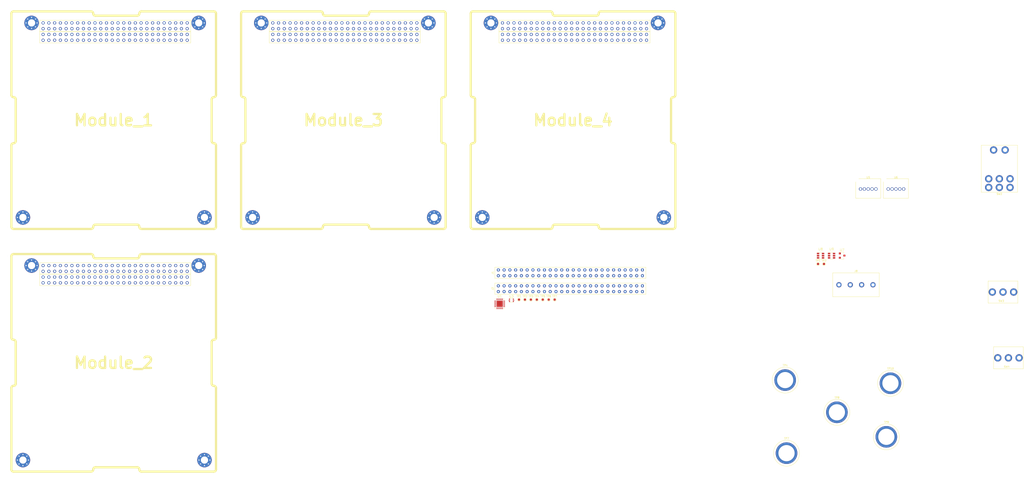
<source format=kicad_pcb>
(kicad_pcb (version 20171130) (host pcbnew "(5.1.6)-1")

  (general
    (thickness 1.6)
    (drawings 0)
    (tracks 0)
    (zones 0)
    (modules 31)
    (nets 130)
  )

  (page A4)
  (layers
    (0 F.Cu signal)
    (31 B.Cu signal)
    (32 B.Adhes user)
    (33 F.Adhes user)
    (34 B.Paste user)
    (35 F.Paste user)
    (36 B.SilkS user)
    (37 F.SilkS user)
    (38 B.Mask user)
    (39 F.Mask user)
    (40 Dwgs.User user)
    (41 Cmts.User user)
    (42 Eco1.User user)
    (43 Eco2.User user)
    (44 Edge.Cuts user)
    (45 Margin user)
    (46 B.CrtYd user)
    (47 F.CrtYd user)
    (48 B.Fab user)
    (49 F.Fab user)
  )

  (setup
    (last_trace_width 0.25)
    (trace_clearance 0.2)
    (zone_clearance 0.508)
    (zone_45_only no)
    (trace_min 0.2)
    (via_size 0.8)
    (via_drill 0.4)
    (via_min_size 0.4)
    (via_min_drill 0.3)
    (uvia_size 0.3)
    (uvia_drill 0.1)
    (uvias_allowed no)
    (uvia_min_size 0.2)
    (uvia_min_drill 0.1)
    (edge_width 0.05)
    (segment_width 0.2)
    (pcb_text_width 0.3)
    (pcb_text_size 1.5 1.5)
    (mod_edge_width 0.12)
    (mod_text_size 1 1)
    (mod_text_width 0.15)
    (pad_size 1.524 1.524)
    (pad_drill 0.762)
    (pad_to_mask_clearance 0.05)
    (aux_axis_origin 0 0)
    (visible_elements 7FFFFFFF)
    (pcbplotparams
      (layerselection 0x010fc_ffffffff)
      (usegerberextensions false)
      (usegerberattributes true)
      (usegerberadvancedattributes true)
      (creategerberjobfile true)
      (excludeedgelayer true)
      (linewidth 0.100000)
      (plotframeref false)
      (viasonmask false)
      (mode 1)
      (useauxorigin false)
      (hpglpennumber 1)
      (hpglpenspeed 20)
      (hpglpendiameter 15.000000)
      (psnegative false)
      (psa4output false)
      (plotreference true)
      (plotvalue true)
      (plotinvisibletext false)
      (padsonsilk false)
      (subtractmaskfromsilk false)
      (outputformat 1)
      (mirror false)
      (drillshape 1)
      (scaleselection 1)
      (outputdirectory ""))
  )

  (net 0 "")
  (net 1 /H1-40)
  (net 2 /H1-6)
  (net 3 /H1-7)
  (net 4 /H1-11)
  (net 5 /H1-42)
  (net 6 /H1-13)
  (net 7 /H1-44)
  (net 8 /H1-14)
  (net 9 /H1-16)
  (net 10 /H1-19)
  (net 11 /H1-25)
  (net 12 /H1-38)
  (net 13 /H1-18)
  (net 14 /H1-17)
  (net 15 /H1-47)
  (net 16 /H1-35)
  (net 17 /H1-49)
  (net 18 /H1-23)
  (net 19 /H1-26)
  (net 20 /H1-32)
  (net 21 /H1-8)
  (net 22 /H1-48)
  (net 23 /H1-2)
  (net 24 /H1-46)
  (net 25 /H1-4)
  (net 26 /H1-30)
  (net 27 /H1-41)
  (net 28 /H1-29)
  (net 29 /H1-15)
  (net 30 /H1-12)
  (net 31 /H1-27)
  (net 32 /H1-21)
  (net 33 /H1-9)
  (net 34 /H1-22)
  (net 35 /H1-39)
  (net 36 /H1-5)
  (net 37 /H1-50)
  (net 38 /H1-51)
  (net 39 /H1-36)
  (net 40 /H1-45)
  (net 41 /H1-37)
  (net 42 /H1-1)
  (net 43 /H1-10)
  (net 44 /H1-28)
  (net 45 /H1-31)
  (net 46 /H1-24)
  (net 47 /H1-52)
  (net 48 /H1-43)
  (net 49 /H1-3)
  (net 50 /H1-20)
  (net 51 /H2-40)
  (net 52 /H2-6)
  (net 53 /H2-7)
  (net 54 /H2-11)
  (net 55 /H2-42)
  (net 56 /H2-13)
  (net 57 /H2-44)
  (net 58 /H2-14)
  (net 59 /H2-16)
  (net 60 /H2-19)
  (net 61 /H2-38)
  (net 62 /H2-18)
  (net 63 /H2-17)
  (net 64 /H2-47)
  (net 65 /H2-35)
  (net 66 /H2-49)
  (net 67 /H2-23)
  (net 68 /H2-8)
  (net 69 /H2-48)
  (net 70 /H2-2)
  (net 71 /H2-4)
  (net 72 /H2-41)
  (net 73 /H2-15)
  (net 74 /H2-12)
  (net 75 /H2-21)
  (net 76 /H2-9)
  (net 77 /H2-22)
  (net 78 /H2-39)
  (net 79 /H2-5)
  (net 80 /H2-50)
  (net 81 /H2-51)
  (net 82 /H2-36)
  (net 83 /H2-37)
  (net 84 /H2-1)
  (net 85 /H2-10)
  (net 86 /H2-24)
  (net 87 /H2-52)
  (net 88 /H2-43)
  (net 89 /H2-3)
  (net 90 /H2-20)
  (net 91 "Net-(Module_1-PadMH4)")
  (net 92 "Net-(Module_1-PadMH3)")
  (net 93 "Net-(Module_1-PadMH2)")
  (net 94 "Net-(Module_1-PadMH1)")
  (net 95 "Net-(Module_2-PadMH4)")
  (net 96 "Net-(Module_2-PadMH3)")
  (net 97 "Net-(Module_2-PadMH2)")
  (net 98 "Net-(Module_2-PadMH1)")
  (net 99 "Net-(Module_3-PadMH4)")
  (net 100 "Net-(Module_3-PadMH3)")
  (net 101 "Net-(Module_3-PadMH2)")
  (net 102 "Net-(Module_3-PadMH1)")
  (net 103 "Net-(Module_4-PadMH4)")
  (net 104 "Net-(Module_4-PadMH3)")
  (net 105 "Net-(Module_4-PadMH2)")
  (net 106 "Net-(Module_4-PadMH1)")
  (net 107 GND)
  (net 108 GNDA)
  (net 109 /SUP_5V)
  (net 110 /SUP_3V3)
  (net 111 /CC1)
  (net 112 /CC2)
  (net 113 /AB_side)
  (net 114 /GPIO)
  (net 115 /PDO2)
  (net 116 /PDO3)
  (net 117 /SUP_UNREG)
  (net 118 /SUP_BAT_1)
  (net 119 /SUP_BAT_2)
  (net 120 /VEXT)
  (net 121 /VSINK)
  (net 122 VDD)
  (net 123 /ALTER)
  (net 124 /ATTACH)
  (net 125 /SDA)
  (net 126 /SCL)
  (net 127 +5V)
  (net 128 "Net-(J8-Pad3)")
  (net 129 "Net-(J8-Pad1)")

  (net_class Default "This is the default net class."
    (clearance 0.2)
    (trace_width 0.25)
    (via_dia 0.8)
    (via_drill 0.4)
    (uvia_dia 0.3)
    (uvia_drill 0.1)
    (add_net +2V8)
    (add_net +5V)
    (add_net /AB_side)
    (add_net /ALTER)
    (add_net /ATTACH)
    (add_net /CC1)
    (add_net /CC2)
    (add_net /GPIO)
    (add_net /H1-1)
    (add_net /H1-10)
    (add_net /H1-11)
    (add_net /H1-12)
    (add_net /H1-13)
    (add_net /H1-14)
    (add_net /H1-15)
    (add_net /H1-16)
    (add_net /H1-17)
    (add_net /H1-18)
    (add_net /H1-19)
    (add_net /H1-2)
    (add_net /H1-20)
    (add_net /H1-21)
    (add_net /H1-22)
    (add_net /H1-23)
    (add_net /H1-24)
    (add_net /H1-25)
    (add_net /H1-26)
    (add_net /H1-27)
    (add_net /H1-28)
    (add_net /H1-29)
    (add_net /H1-3)
    (add_net /H1-30)
    (add_net /H1-31)
    (add_net /H1-32)
    (add_net /H1-35)
    (add_net /H1-36)
    (add_net /H1-37)
    (add_net /H1-38)
    (add_net /H1-39)
    (add_net /H1-4)
    (add_net /H1-40)
    (add_net /H1-41)
    (add_net /H1-42)
    (add_net /H1-43)
    (add_net /H1-44)
    (add_net /H1-45)
    (add_net /H1-46)
    (add_net /H1-47)
    (add_net /H1-48)
    (add_net /H1-49)
    (add_net /H1-5)
    (add_net /H1-50)
    (add_net /H1-51)
    (add_net /H1-52)
    (add_net /H1-6)
    (add_net /H1-7)
    (add_net /H1-8)
    (add_net /H1-9)
    (add_net /H2-1)
    (add_net /H2-10)
    (add_net /H2-11)
    (add_net /H2-12)
    (add_net /H2-13)
    (add_net /H2-14)
    (add_net /H2-15)
    (add_net /H2-16)
    (add_net /H2-17)
    (add_net /H2-18)
    (add_net /H2-19)
    (add_net /H2-2)
    (add_net /H2-20)
    (add_net /H2-21)
    (add_net /H2-22)
    (add_net /H2-23)
    (add_net /H2-24)
    (add_net /H2-3)
    (add_net /H2-35)
    (add_net /H2-36)
    (add_net /H2-37)
    (add_net /H2-38)
    (add_net /H2-39)
    (add_net /H2-4)
    (add_net /H2-40)
    (add_net /H2-41)
    (add_net /H2-42)
    (add_net /H2-43)
    (add_net /H2-44)
    (add_net /H2-47)
    (add_net /H2-48)
    (add_net /H2-49)
    (add_net /H2-5)
    (add_net /H2-50)
    (add_net /H2-51)
    (add_net /H2-52)
    (add_net /H2-6)
    (add_net /H2-7)
    (add_net /H2-8)
    (add_net /H2-9)
    (add_net /PDO2)
    (add_net /PDO3)
    (add_net /RST)
    (add_net /SCL)
    (add_net /SDA)
    (add_net /SUP_3V3)
    (add_net /SUP_5V)
    (add_net /SUP_BAT_1)
    (add_net /SUP_BAT_2)
    (add_net /SUP_UNREG)
    (add_net /USB_N)
    (add_net /USB_P)
    (add_net /VEXT)
    (add_net /VSINK)
    (add_net /tcD_N)
    (add_net /tcD_P)
    (add_net GND)
    (add_net GNDA)
    (add_net "Net-(C19-Pad1)")
    (add_net "Net-(C2-Pad2)")
    (add_net "Net-(C20-Pad1)")
    (add_net "Net-(C23-Pad1)")
    (add_net "Net-(C3-Pad2)")
    (add_net "Net-(C6-Pad1)")
    (add_net "Net-(D14-Pad2)")
    (add_net "Net-(D8-Pad2)")
    (add_net "Net-(F2-Pad2)")
    (add_net "Net-(F4-Pad2)")
    (add_net "Net-(J8-Pad1)")
    (add_net "Net-(J8-Pad3)")
    (add_net "Net-(Module_1-PadMH1)")
    (add_net "Net-(Module_1-PadMH2)")
    (add_net "Net-(Module_1-PadMH3)")
    (add_net "Net-(Module_1-PadMH4)")
    (add_net "Net-(Module_2-PadMH1)")
    (add_net "Net-(Module_2-PadMH2)")
    (add_net "Net-(Module_2-PadMH3)")
    (add_net "Net-(Module_2-PadMH4)")
    (add_net "Net-(Module_3-PadMH1)")
    (add_net "Net-(Module_3-PadMH2)")
    (add_net "Net-(Module_3-PadMH3)")
    (add_net "Net-(Module_3-PadMH4)")
    (add_net "Net-(Module_4-PadMH1)")
    (add_net "Net-(Module_4-PadMH2)")
    (add_net "Net-(Module_4-PadMH3)")
    (add_net "Net-(Module_4-PadMH4)")
    (add_net "Net-(Q7-Pad2)")
    (add_net "Net-(R1-Pad2)")
    (add_net "Net-(R32-Pad1)")
    (add_net "Net-(R33-Pad1)")
    (add_net "Net-(R4-Pad2)")
    (add_net "Net-(R7-Pad1)")
    (add_net "Net-(U1-Pad3)")
    (add_net "Net-(U5-Pad1)")
    (add_net "Net-(U6-Pad1)")
    (add_net "Net-(U9-Pad6)")
    (add_net VDD)
  )

  (module VST104_footprints:OKR-T6-W12 (layer F.Cu) (tedit 5F310244) (tstamp 5F317323)
    (at 263.82 -51.6)
    (path /7DFAA20B)
    (fp_text reference U6 (at 0 -8.94) (layer F.SilkS)
      (effects (font (size 0.8 0.8) (thickness 0.16)))
    )
    (fp_text value OKR-T6-W12 (at 0 -1) (layer F.Fab)
      (effects (font (size 0.5 0.5) (thickness 0.1)))
    )
    (fp_line (start -5.3 -8.128) (end 5.3 -8.125) (layer F.Fab) (width 0.1))
    (fp_line (start 5.3 -8.125) (end 5.3 0.003) (layer F.Fab) (width 0.1))
    (fp_line (start -5.3 0) (end 5.3 0.003) (layer F.Fab) (width 0.1))
    (fp_line (start -5.3 -8.128) (end -5.3 0) (layer F.Fab) (width 0.1))
    (fp_line (start -5.55 -8.378) (end 5.55 -8.378) (layer F.CrtYd) (width 0.05))
    (fp_line (start -5.55 0.25) (end 5.55 0.25) (layer F.CrtYd) (width 0.05))
    (fp_line (start 5.55 0.25) (end 5.55 -8.378) (layer F.CrtYd) (width 0.05))
    (fp_line (start -5.55 0.25) (end -5.55 -8.378) (layer F.CrtYd) (width 0.05))
    (fp_line (start -4.12 -8.358) (end 5.53 -8.358) (layer F.SilkS) (width 0.16))
    (fp_line (start -5.53 0.23) (end 5.53 0.23) (layer F.SilkS) (width 0.16))
    (fp_line (start 5.53 -8.358) (end 5.53 0.23) (layer F.SilkS) (width 0.16))
    (fp_line (start -5.53 -6.95) (end -5.53 0.23) (layer F.SilkS) (width 0.16))
    (pad 5 thru_hole circle (at 3.4 -3.81) (size 1.42 1.42) (drill 0.94) (layers *.Cu *.Mask))
    (pad 4 thru_hole circle (at 1.7 -3.81) (size 1.42 1.42) (drill 0.94) (layers *.Cu *.Mask))
    (pad 3 thru_hole circle (at 0 -3.81) (size 1.42 1.42) (drill 0.94) (layers *.Cu *.Mask)
      (net 107 GND))
    (pad 2 thru_hole circle (at -1.7 -3.81) (size 1.42 1.42) (drill 0.94) (layers *.Cu *.Mask))
    (pad 1 thru_hole circle (at -3.4 -3.81) (size 1.42 1.42) (drill 0.94) (layers *.Cu *.Mask))
    (model C:/Users/Filip.Filip/Documents/VST104/VST104_footprints.pretty/3D_models/OKR-T6-W12_a.step
      (offset (xyz -5.2 6.35 0))
      (scale (xyz 1 1 1))
      (rotate (xyz -90 0 0))
    )
  )

  (module VST104_footprints:OKR-T6-W12 (layer F.Cu) (tedit 5F310244) (tstamp 5F31730E)
    (at 251.6 -51.6)
    (path /7AFE5E40)
    (fp_text reference U5 (at 0 -8.94) (layer F.SilkS)
      (effects (font (size 0.8 0.8) (thickness 0.16)))
    )
    (fp_text value OKR-T6-W12 (at 0 -1) (layer F.Fab)
      (effects (font (size 0.5 0.5) (thickness 0.1)))
    )
    (fp_line (start -5.3 -8.128) (end 5.3 -8.125) (layer F.Fab) (width 0.1))
    (fp_line (start 5.3 -8.125) (end 5.3 0.003) (layer F.Fab) (width 0.1))
    (fp_line (start -5.3 0) (end 5.3 0.003) (layer F.Fab) (width 0.1))
    (fp_line (start -5.3 -8.128) (end -5.3 0) (layer F.Fab) (width 0.1))
    (fp_line (start -5.55 -8.378) (end 5.55 -8.378) (layer F.CrtYd) (width 0.05))
    (fp_line (start -5.55 0.25) (end 5.55 0.25) (layer F.CrtYd) (width 0.05))
    (fp_line (start 5.55 0.25) (end 5.55 -8.378) (layer F.CrtYd) (width 0.05))
    (fp_line (start -5.55 0.25) (end -5.55 -8.378) (layer F.CrtYd) (width 0.05))
    (fp_line (start -4.12 -8.358) (end 5.53 -8.358) (layer F.SilkS) (width 0.16))
    (fp_line (start -5.53 0.23) (end 5.53 0.23) (layer F.SilkS) (width 0.16))
    (fp_line (start 5.53 -8.358) (end 5.53 0.23) (layer F.SilkS) (width 0.16))
    (fp_line (start -5.53 -6.95) (end -5.53 0.23) (layer F.SilkS) (width 0.16))
    (pad 5 thru_hole circle (at 3.4 -3.81) (size 1.42 1.42) (drill 0.94) (layers *.Cu *.Mask))
    (pad 4 thru_hole circle (at 1.7 -3.81) (size 1.42 1.42) (drill 0.94) (layers *.Cu *.Mask))
    (pad 3 thru_hole circle (at 0 -3.81) (size 1.42 1.42) (drill 0.94) (layers *.Cu *.Mask)
      (net 107 GND))
    (pad 2 thru_hole circle (at -1.7 -3.81) (size 1.42 1.42) (drill 0.94) (layers *.Cu *.Mask))
    (pad 1 thru_hole circle (at -3.4 -3.81) (size 1.42 1.42) (drill 0.94) (layers *.Cu *.Mask))
    (model C:/Users/Filip.Filip/Documents/VST104/VST104_footprints.pretty/3D_models/OKR-T6-W12_a.step
      (offset (xyz -5.2 6.35 0))
      (scale (xyz 1 1 1))
      (rotate (xyz -90 0 0))
    )
  )

  (module VST104_footprints:KSE_PN6095 (layer F.Cu) (tedit 5F2DCDE4) (tstamp 5F2EC8C2)
    (at 261.4 30.2)
    (path /9655C785)
    (fp_text reference TP10 (at 0.01 -6.49) (layer F.SilkS)
      (effects (font (size 0.8 0.8) (thickness 0.16)))
    )
    (fp_text value TestPoint_Alt (at 0 0) (layer F.Fab)
      (effects (font (size 0.5 0.5) (thickness 0.1)))
    )
    (fp_line (start 2.748 4.76) (end -2.748 4.76) (layer F.Fab) (width 0.1))
    (fp_line (start -2.748 -4.76) (end 2.748 -4.76) (layer F.Fab) (width 0.1))
    (fp_line (start 2.748 4.76) (end 5.4965 0) (layer F.Fab) (width 0.1))
    (fp_line (start 2.748 -4.76) (end 5.4965 0) (layer F.Fab) (width 0.1))
    (fp_line (start -2.748 -4.76) (end -5.4965 0) (layer F.Fab) (width 0.1))
    (fp_line (start -2.748 4.76) (end -5.4965 0) (layer F.Fab) (width 0.1))
    (fp_circle (center 0 0) (end 5.9965 0) (layer F.CrtYd) (width 0.05))
    (fp_circle (center 0 0) (end 5.7265 0) (layer F.SilkS) (width 0.16))
    (pad 1 thru_hole circle (at 0 0) (size 9.52 9.52) (drill 7.14) (layers *.Cu *.Mask)
      (net 108 GNDA))
    (model C:/Users/Filip.Filip/Documents/VST104/VST104_footprints.pretty/3D_models/KSE_PN6095.step
      (offset (xyz 1.1 1.4 -3))
      (scale (xyz 1 1 1))
      (rotate (xyz -90 0 0))
    )
  )

  (module VST104_footprints:KSE_PN6095 (layer F.Cu) (tedit 5F2DCDE4) (tstamp 5F2EC8B5)
    (at 259.6 53.8)
    (path /964539EA)
    (fp_text reference TP9 (at 0.01 -6.49) (layer F.SilkS)
      (effects (font (size 0.8 0.8) (thickness 0.16)))
    )
    (fp_text value TestPoint_Alt (at 0 0) (layer F.Fab)
      (effects (font (size 0.5 0.5) (thickness 0.1)))
    )
    (fp_line (start 2.748 4.76) (end -2.748 4.76) (layer F.Fab) (width 0.1))
    (fp_line (start -2.748 -4.76) (end 2.748 -4.76) (layer F.Fab) (width 0.1))
    (fp_line (start 2.748 4.76) (end 5.4965 0) (layer F.Fab) (width 0.1))
    (fp_line (start 2.748 -4.76) (end 5.4965 0) (layer F.Fab) (width 0.1))
    (fp_line (start -2.748 -4.76) (end -5.4965 0) (layer F.Fab) (width 0.1))
    (fp_line (start -2.748 4.76) (end -5.4965 0) (layer F.Fab) (width 0.1))
    (fp_circle (center 0 0) (end 5.9965 0) (layer F.CrtYd) (width 0.05))
    (fp_circle (center 0 0) (end 5.7265 0) (layer F.SilkS) (width 0.16))
    (pad 1 thru_hole circle (at 0 0) (size 9.52 9.52) (drill 7.14) (layers *.Cu *.Mask)
      (net 107 GND))
    (model C:/Users/Filip.Filip/Documents/VST104/VST104_footprints.pretty/3D_models/KSE_PN6095.step
      (offset (xyz 1.1 1.4 -3))
      (scale (xyz 1 1 1))
      (rotate (xyz -90 0 0))
    )
  )

  (module VST104_footprints:KSE_PN6095 (layer F.Cu) (tedit 5F2DCDE4) (tstamp 5F2EC8A8)
    (at 237.8 43)
    (path /9634AC29)
    (fp_text reference TP8 (at 0.01 -6.49) (layer F.SilkS)
      (effects (font (size 0.8 0.8) (thickness 0.16)))
    )
    (fp_text value TestPoint_Alt (at 0 0) (layer F.Fab)
      (effects (font (size 0.5 0.5) (thickness 0.1)))
    )
    (fp_line (start 2.748 4.76) (end -2.748 4.76) (layer F.Fab) (width 0.1))
    (fp_line (start -2.748 -4.76) (end 2.748 -4.76) (layer F.Fab) (width 0.1))
    (fp_line (start 2.748 4.76) (end 5.4965 0) (layer F.Fab) (width 0.1))
    (fp_line (start 2.748 -4.76) (end 5.4965 0) (layer F.Fab) (width 0.1))
    (fp_line (start -2.748 -4.76) (end -5.4965 0) (layer F.Fab) (width 0.1))
    (fp_line (start -2.748 4.76) (end -5.4965 0) (layer F.Fab) (width 0.1))
    (fp_circle (center 0 0) (end 5.9965 0) (layer F.CrtYd) (width 0.05))
    (fp_circle (center 0 0) (end 5.7265 0) (layer F.SilkS) (width 0.16))
    (pad 1 thru_hole circle (at 0 0) (size 9.52 9.52) (drill 7.14) (layers *.Cu *.Mask)
      (net 110 /SUP_3V3))
    (model C:/Users/Filip.Filip/Documents/VST104/VST104_footprints.pretty/3D_models/KSE_PN6095.step
      (offset (xyz 1.1 1.4 -3))
      (scale (xyz 1 1 1))
      (rotate (xyz -90 0 0))
    )
  )

  (module VST104_footprints:KSE_PN6095 (layer F.Cu) (tedit 5F2DCDE4) (tstamp 5F2EC89B)
    (at 215.6 61)
    (path /96241E21)
    (fp_text reference TP7 (at 0.01 -6.49) (layer F.SilkS)
      (effects (font (size 0.8 0.8) (thickness 0.16)))
    )
    (fp_text value TestPoint_Alt (at 0 0) (layer F.Fab)
      (effects (font (size 0.5 0.5) (thickness 0.1)))
    )
    (fp_line (start 2.748 4.76) (end -2.748 4.76) (layer F.Fab) (width 0.1))
    (fp_line (start -2.748 -4.76) (end 2.748 -4.76) (layer F.Fab) (width 0.1))
    (fp_line (start 2.748 4.76) (end 5.4965 0) (layer F.Fab) (width 0.1))
    (fp_line (start 2.748 -4.76) (end 5.4965 0) (layer F.Fab) (width 0.1))
    (fp_line (start -2.748 -4.76) (end -5.4965 0) (layer F.Fab) (width 0.1))
    (fp_line (start -2.748 4.76) (end -5.4965 0) (layer F.Fab) (width 0.1))
    (fp_circle (center 0 0) (end 5.9965 0) (layer F.CrtYd) (width 0.05))
    (fp_circle (center 0 0) (end 5.7265 0) (layer F.SilkS) (width 0.16))
    (pad 1 thru_hole circle (at 0 0) (size 9.52 9.52) (drill 7.14) (layers *.Cu *.Mask)
      (net 109 /SUP_5V))
    (model C:/Users/Filip.Filip/Documents/VST104/VST104_footprints.pretty/3D_models/KSE_PN6095.step
      (offset (xyz 1.1 1.4 -3))
      (scale (xyz 1 1 1))
      (rotate (xyz -90 0 0))
    )
  )

  (module VST104_footprints:KSE_PN6095 (layer F.Cu) (tedit 5F2DCDE4) (tstamp 5F2EC87A)
    (at 215 28.8)
    (path /96240CC3)
    (fp_text reference TP4 (at 0.01 -6.49) (layer F.SilkS)
      (effects (font (size 0.8 0.8) (thickness 0.16)))
    )
    (fp_text value TestPoint_Alt (at 0 0) (layer F.Fab)
      (effects (font (size 0.5 0.5) (thickness 0.1)))
    )
    (fp_line (start 2.748 4.76) (end -2.748 4.76) (layer F.Fab) (width 0.1))
    (fp_line (start -2.748 -4.76) (end 2.748 -4.76) (layer F.Fab) (width 0.1))
    (fp_line (start 2.748 4.76) (end 5.4965 0) (layer F.Fab) (width 0.1))
    (fp_line (start 2.748 -4.76) (end 5.4965 0) (layer F.Fab) (width 0.1))
    (fp_line (start -2.748 -4.76) (end -5.4965 0) (layer F.Fab) (width 0.1))
    (fp_line (start -2.748 4.76) (end -5.4965 0) (layer F.Fab) (width 0.1))
    (fp_circle (center 0 0) (end 5.9965 0) (layer F.CrtYd) (width 0.05))
    (fp_circle (center 0 0) (end 5.7265 0) (layer F.SilkS) (width 0.16))
    (pad 1 thru_hole circle (at 0 0) (size 9.52 9.52) (drill 7.14) (layers *.Cu *.Mask)
      (net 117 /SUP_UNREG))
    (model C:/Users/Filip.Filip/Documents/VST104/VST104_footprints.pretty/3D_models/KSE_PN6095.step
      (offset (xyz 1.1 1.4 -3))
      (scale (xyz 1 1 1))
      (rotate (xyz -90 0 0))
    )
  )

  (module VST104_footprints:300SP1J1BLKM2QE (layer F.Cu) (tedit 5F2DB780) (tstamp 5F2E9ECC)
    (at 313.4 19)
    (path /7F3F0909)
    (fp_text reference SW4 (at -0.73 3.92) (layer F.SilkS)
      (effects (font (size 0.8 0.8) (thickness 0.16)))
    )
    (fp_text value SW_SPST (at -0.73 2.92) (layer F.Fab)
      (effects (font (size 0.5 0.5) (thickness 0.1)))
    )
    (fp_line (start 6.35 -4.635) (end 6.35 4.635) (layer F.Fab) (width 0.1))
    (fp_line (start -6.35 -4.635) (end 6.35 -4.635) (layer F.Fab) (width 0.1))
    (fp_line (start -6.35 4.635) (end -6.35 -4.635) (layer F.Fab) (width 0.1))
    (fp_line (start 6.35 4.635) (end -6.35 4.635) (layer F.Fab) (width 0.1))
    (fp_line (start -6.85 -5.135) (end 6.85 -5.135) (layer F.CrtYd) (width 0.05))
    (fp_line (start -6.85 -5.135) (end -6.85 5.135) (layer F.CrtYd) (width 0.05))
    (fp_line (start 6.85 5.135) (end 6.85 -5.135) (layer F.CrtYd) (width 0.05))
    (fp_line (start 6.85 5.135) (end -6.85 5.135) (layer F.CrtYd) (width 0.05))
    (fp_line (start 6.56 -4.85) (end 6.56 4.85) (layer F.SilkS) (width 0.16))
    (fp_line (start 6.56 -4.85) (end -6.56 -4.85) (layer F.SilkS) (width 0.16))
    (fp_line (start -6.56 4.85) (end -6.56 -4.85) (layer F.SilkS) (width 0.16))
    (fp_line (start -6.56 4.85) (end 6.56 4.85) (layer F.SilkS) (width 0.16))
    (pad 3 thru_hole circle (at 4.7 0) (size 3.25 3.25) (drill 1.85) (layers *.Cu *.Mask))
    (pad 2 thru_hole circle (at 0 0) (size 3.25 3.25) (drill 1.85) (layers *.Cu *.Mask)
      (net 128 "Net-(J8-Pad3)"))
    (pad 1 thru_hole circle (at -4.7 0) (size 3.25 3.25) (drill 1.85) (layers *.Cu *.Mask)
      (net 119 /SUP_BAT_2))
    (model C:/Users/Filip.Filip/Documents/VST104/VST104_footprints.pretty/3D_models/300SP1J1BLKM2QE.step
      (at (xyz 0 0 0))
      (scale (xyz 1 1 1))
      (rotate (xyz 0 0 0))
    )
  )

  (module VST104_footprints:300SP1J1BLKM2QE (layer F.Cu) (tedit 5F2DB780) (tstamp 5F2E9EB9)
    (at 311 -10)
    (path /7F14E67A)
    (fp_text reference SW3 (at -0.73 3.92) (layer F.SilkS)
      (effects (font (size 0.8 0.8) (thickness 0.16)))
    )
    (fp_text value SW_SPST (at -0.73 2.92) (layer F.Fab)
      (effects (font (size 0.5 0.5) (thickness 0.1)))
    )
    (fp_line (start 6.35 -4.635) (end 6.35 4.635) (layer F.Fab) (width 0.1))
    (fp_line (start -6.35 -4.635) (end 6.35 -4.635) (layer F.Fab) (width 0.1))
    (fp_line (start -6.35 4.635) (end -6.35 -4.635) (layer F.Fab) (width 0.1))
    (fp_line (start 6.35 4.635) (end -6.35 4.635) (layer F.Fab) (width 0.1))
    (fp_line (start -6.85 -5.135) (end 6.85 -5.135) (layer F.CrtYd) (width 0.05))
    (fp_line (start -6.85 -5.135) (end -6.85 5.135) (layer F.CrtYd) (width 0.05))
    (fp_line (start 6.85 5.135) (end 6.85 -5.135) (layer F.CrtYd) (width 0.05))
    (fp_line (start 6.85 5.135) (end -6.85 5.135) (layer F.CrtYd) (width 0.05))
    (fp_line (start 6.56 -4.85) (end 6.56 4.85) (layer F.SilkS) (width 0.16))
    (fp_line (start 6.56 -4.85) (end -6.56 -4.85) (layer F.SilkS) (width 0.16))
    (fp_line (start -6.56 4.85) (end -6.56 -4.85) (layer F.SilkS) (width 0.16))
    (fp_line (start -6.56 4.85) (end 6.56 4.85) (layer F.SilkS) (width 0.16))
    (pad 3 thru_hole circle (at 4.7 0) (size 3.25 3.25) (drill 1.85) (layers *.Cu *.Mask))
    (pad 2 thru_hole circle (at 0 0) (size 3.25 3.25) (drill 1.85) (layers *.Cu *.Mask)
      (net 129 "Net-(J8-Pad1)"))
    (pad 1 thru_hole circle (at -4.7 0) (size 3.25 3.25) (drill 1.85) (layers *.Cu *.Mask)
      (net 118 /SUP_BAT_1))
    (model C:/Users/Filip.Filip/Documents/VST104/VST104_footprints.pretty/3D_models/300SP1J1BLKM2QE.step
      (at (xyz 0 0 0))
      (scale (xyz 1 1 1))
      (rotate (xyz 0 0 0))
    )
  )

  (module VST104_footprints:PXC_1935187 (layer F.Cu) (tedit 5F2DBF3F) (tstamp 5F2E9786)
    (at 246.2 -13.2)
    (path /7EDD22A4)
    (fp_text reference J8 (at 0 -6.03) (layer F.SilkS)
      (effects (font (size 0.8 0.8) (thickness 0.16)))
    )
    (fp_text value Battery (at 0 0) (layer F.Fab)
      (effects (font (size 0.5 0.5) (thickness 0.1)))
    )
    (fp_line (start -10 5) (end 10 5) (layer F.Fab) (width 0.1))
    (fp_line (start 10 -5) (end 10 5) (layer F.Fab) (width 0.1))
    (fp_line (start 10 -5) (end -10 -5) (layer F.Fab) (width 0.1))
    (fp_line (start -10 5) (end -10 -5) (layer F.Fab) (width 0.1))
    (fp_line (start 10.5 5.5) (end 10.5 -5.5) (layer F.CrtYd) (width 0.05))
    (fp_line (start 10.5 5.5) (end -10.5 5.5) (layer F.CrtYd) (width 0.05))
    (fp_line (start -10.5 -5.5) (end 10.5 -5.5) (layer F.CrtYd) (width 0.05))
    (fp_line (start -10.5 -5.5) (end -10.5 5.5) (layer F.CrtYd) (width 0.05))
    (fp_line (start 10.23 5.23) (end 10.23 -5.232) (layer F.SilkS) (width 0.16))
    (fp_line (start -10.23 -5.232) (end 10.23 -5.232) (layer F.SilkS) (width 0.16))
    (fp_line (start -10.23 -5.23) (end -10.23 5.232) (layer F.SilkS) (width 0.16))
    (fp_line (start 10.23 5.232) (end -10.23 5.232) (layer F.SilkS) (width 0.16))
    (pad 4 thru_hole circle (at 7.5 0) (size 2.3 2.3) (drill 1.3) (layers *.Cu *.Mask)
      (net 107 GND))
    (pad 3 thru_hole circle (at 2.5 0) (size 2.3 2.3) (drill 1.3) (layers *.Cu *.Mask)
      (net 128 "Net-(J8-Pad3)"))
    (pad 2 thru_hole circle (at -2.5 0) (size 2.3 2.3) (drill 1.3) (layers *.Cu *.Mask)
      (net 107 GND))
    (pad 1 thru_hole circle (at -7.5 0) (size 2.3 2.3) (drill 1.3) (layers *.Cu *.Mask)
      (net 129 "Net-(J8-Pad1)"))
    (model C:/Users/Filip.Filip/Documents/VST104/VST104_footprints.pretty/3D_models/PXC_1935187.step
      (offset (xyz 39 -50.75 -5.5))
      (scale (xyz 1 1 1))
      (rotate (xyz 0 0 -90))
    )
  )

  (module Package_TO_SOT_SMD:SOT-23-6 (layer F.Cu) (tedit 5A02FF57) (tstamp 5F2E78E6)
    (at 235.45 -26.01)
    (descr "6-pin SOT-23 package")
    (tags SOT-23-6)
    (path /7980AB05)
    (attr smd)
    (fp_text reference U9 (at 0 -2.9) (layer F.SilkS)
      (effects (font (size 1 1) (thickness 0.15)))
    )
    (fp_text value USBLC6 (at 0 2.9) (layer F.Fab)
      (effects (font (size 1 1) (thickness 0.15)))
    )
    (fp_line (start -0.9 1.61) (end 0.9 1.61) (layer F.SilkS) (width 0.12))
    (fp_line (start 0.9 -1.61) (end -1.55 -1.61) (layer F.SilkS) (width 0.12))
    (fp_line (start 1.9 -1.8) (end -1.9 -1.8) (layer F.CrtYd) (width 0.05))
    (fp_line (start 1.9 1.8) (end 1.9 -1.8) (layer F.CrtYd) (width 0.05))
    (fp_line (start -1.9 1.8) (end 1.9 1.8) (layer F.CrtYd) (width 0.05))
    (fp_line (start -1.9 -1.8) (end -1.9 1.8) (layer F.CrtYd) (width 0.05))
    (fp_line (start -0.9 -0.9) (end -0.25 -1.55) (layer F.Fab) (width 0.1))
    (fp_line (start 0.9 -1.55) (end -0.25 -1.55) (layer F.Fab) (width 0.1))
    (fp_line (start -0.9 -0.9) (end -0.9 1.55) (layer F.Fab) (width 0.1))
    (fp_line (start 0.9 1.55) (end -0.9 1.55) (layer F.Fab) (width 0.1))
    (fp_line (start 0.9 -1.55) (end 0.9 1.55) (layer F.Fab) (width 0.1))
    (fp_text user %R (at 0 0 90) (layer F.Fab)
      (effects (font (size 0.5 0.5) (thickness 0.075)))
    )
    (pad 5 smd rect (at 1.1 0) (size 1.06 0.65) (layers F.Cu F.Paste F.Mask)
      (net 122 VDD))
    (pad 6 smd rect (at 1.1 -0.95) (size 1.06 0.65) (layers F.Cu F.Paste F.Mask))
    (pad 4 smd rect (at 1.1 0.95) (size 1.06 0.65) (layers F.Cu F.Paste F.Mask)
      (net 123 /ALTER))
    (pad 3 smd rect (at -1.1 0.95) (size 1.06 0.65) (layers F.Cu F.Paste F.Mask)
      (net 126 /SCL))
    (pad 2 smd rect (at -1.1 0) (size 1.06 0.65) (layers F.Cu F.Paste F.Mask)
      (net 107 GND))
    (pad 1 smd rect (at -1.1 -0.95) (size 1.06 0.65) (layers F.Cu F.Paste F.Mask)
      (net 125 /SDA))
    (model ${KISYS3DMOD}/Package_TO_SOT_SMD.3dshapes/SOT-23-6.wrl
      (at (xyz 0 0 0))
      (scale (xyz 1 1 1))
      (rotate (xyz 0 0 0))
    )
  )

  (module Package_TO_SOT_SMD:SOT-23-6 (layer F.Cu) (tedit 5A02FF57) (tstamp 5F2E78D0)
    (at 230.6 -26.01)
    (descr "6-pin SOT-23 package")
    (tags SOT-23-6)
    (path /91DBB442)
    (attr smd)
    (fp_text reference U8 (at 0 -2.9) (layer F.SilkS)
      (effects (font (size 1 1) (thickness 0.15)))
    )
    (fp_text value USBLC6 (at 0 2.9) (layer F.Fab)
      (effects (font (size 1 1) (thickness 0.15)))
    )
    (fp_line (start -0.9 1.61) (end 0.9 1.61) (layer F.SilkS) (width 0.12))
    (fp_line (start 0.9 -1.61) (end -1.55 -1.61) (layer F.SilkS) (width 0.12))
    (fp_line (start 1.9 -1.8) (end -1.9 -1.8) (layer F.CrtYd) (width 0.05))
    (fp_line (start 1.9 1.8) (end 1.9 -1.8) (layer F.CrtYd) (width 0.05))
    (fp_line (start -1.9 1.8) (end 1.9 1.8) (layer F.CrtYd) (width 0.05))
    (fp_line (start -1.9 -1.8) (end -1.9 1.8) (layer F.CrtYd) (width 0.05))
    (fp_line (start -0.9 -0.9) (end -0.25 -1.55) (layer F.Fab) (width 0.1))
    (fp_line (start 0.9 -1.55) (end -0.25 -1.55) (layer F.Fab) (width 0.1))
    (fp_line (start -0.9 -0.9) (end -0.9 1.55) (layer F.Fab) (width 0.1))
    (fp_line (start 0.9 1.55) (end -0.9 1.55) (layer F.Fab) (width 0.1))
    (fp_line (start 0.9 -1.55) (end 0.9 1.55) (layer F.Fab) (width 0.1))
    (fp_text user %R (at 0 0 90) (layer F.Fab)
      (effects (font (size 0.5 0.5) (thickness 0.075)))
    )
    (pad 5 smd rect (at 1.1 0) (size 1.06 0.65) (layers F.Cu F.Paste F.Mask)
      (net 127 +5V))
    (pad 6 smd rect (at 1.1 -0.95) (size 1.06 0.65) (layers F.Cu F.Paste F.Mask)
      (net 124 /ATTACH))
    (pad 4 smd rect (at 1.1 0.95) (size 1.06 0.65) (layers F.Cu F.Paste F.Mask)
      (net 113 /AB_side))
    (pad 3 smd rect (at -1.1 0.95) (size 1.06 0.65) (layers F.Cu F.Paste F.Mask)
      (net 116 /PDO3))
    (pad 2 smd rect (at -1.1 0) (size 1.06 0.65) (layers F.Cu F.Paste F.Mask)
      (net 107 GND))
    (pad 1 smd rect (at -1.1 -0.95) (size 1.06 0.65) (layers F.Cu F.Paste F.Mask)
      (net 114 /GPIO))
    (model ${KISYS3DMOD}/Package_TO_SOT_SMD.3dshapes/SOT-23-6.wrl
      (at (xyz 0 0 0))
      (scale (xyz 1 1 1))
      (rotate (xyz 0 0 0))
    )
  )

  (module Package_TO_SOT_SMD:SOT-23 (layer F.Cu) (tedit 5A02FF57) (tstamp 5F2E78BA)
    (at 240.1 -26.06)
    (descr "SOT-23, Standard")
    (tags SOT-23)
    (path /8C3C4005)
    (attr smd)
    (fp_text reference U7 (at 0 -2.5) (layer F.SilkS)
      (effects (font (size 1 1) (thickness 0.15)))
    )
    (fp_text value TL432DBZ (at 0 2.5) (layer F.Fab)
      (effects (font (size 1 1) (thickness 0.15)))
    )
    (fp_line (start -0.7 -0.95) (end -0.7 1.5) (layer F.Fab) (width 0.1))
    (fp_line (start -0.15 -1.52) (end 0.7 -1.52) (layer F.Fab) (width 0.1))
    (fp_line (start -0.7 -0.95) (end -0.15 -1.52) (layer F.Fab) (width 0.1))
    (fp_line (start 0.7 -1.52) (end 0.7 1.52) (layer F.Fab) (width 0.1))
    (fp_line (start -0.7 1.52) (end 0.7 1.52) (layer F.Fab) (width 0.1))
    (fp_line (start 0.76 1.58) (end 0.76 0.65) (layer F.SilkS) (width 0.12))
    (fp_line (start 0.76 -1.58) (end 0.76 -0.65) (layer F.SilkS) (width 0.12))
    (fp_line (start -1.7 -1.75) (end 1.7 -1.75) (layer F.CrtYd) (width 0.05))
    (fp_line (start 1.7 -1.75) (end 1.7 1.75) (layer F.CrtYd) (width 0.05))
    (fp_line (start 1.7 1.75) (end -1.7 1.75) (layer F.CrtYd) (width 0.05))
    (fp_line (start -1.7 1.75) (end -1.7 -1.75) (layer F.CrtYd) (width 0.05))
    (fp_line (start 0.76 -1.58) (end -1.4 -1.58) (layer F.SilkS) (width 0.12))
    (fp_line (start 0.76 1.58) (end -0.7 1.58) (layer F.SilkS) (width 0.12))
    (fp_text user %R (at 0 0 90) (layer F.Fab)
      (effects (font (size 0.5 0.5) (thickness 0.075)))
    )
    (pad 3 smd rect (at 1 0) (size 0.9 0.8) (layers F.Cu F.Paste F.Mask)
      (net 107 GND))
    (pad 2 smd rect (at -1 0.95) (size 0.9 0.8) (layers F.Cu F.Paste F.Mask))
    (pad 1 smd rect (at -1 -0.95) (size 0.9 0.8) (layers F.Cu F.Paste F.Mask))
    (model ${KISYS3DMOD}/Package_TO_SOT_SMD.3dshapes/SOT-23.wrl
      (at (xyz 0 0 0))
      (scale (xyz 1 1 1))
      (rotate (xyz 0 0 0))
    )
  )

  (module VST104_footprints:scope_PAD (layer F.Cu) (tedit 5F281EBB) (tstamp 5F2E77FB)
    (at 232.105 -22.375)
    (descr board_sierra)
    (path /902DFABB)
    (fp_text reference TP2 (at 0 -1.5) (layer F.SilkS)
      (effects (font (size 0.8 0.8) (thickness 0.16)))
    )
    (fp_text value TestPoint (at 0 0) (layer F.Fab)
      (effects (font (size 0.5 0.5) (thickness 0.1)))
    )
    (fp_circle (center 0 0) (end 0.73 0) (layer F.SilkS) (width 0.16))
    (pad 1 smd circle (at 0 0) (size 1 1) (layers F.Cu F.Mask)
      (net 112 /CC2))
  )

  (module VST104_footprints:scope_PAD (layer F.Cu) (tedit 5F281EBB) (tstamp 5F2E77F5)
    (at 229.485 -22.375)
    (descr board_sierra)
    (path /900D9E41)
    (fp_text reference TP1 (at 0 -1.5) (layer F.SilkS)
      (effects (font (size 0.8 0.8) (thickness 0.16)))
    )
    (fp_text value TestPoint (at 0 0) (layer F.Fab)
      (effects (font (size 0.5 0.5) (thickness 0.1)))
    )
    (fp_circle (center 0 0) (end 0.73 0) (layer F.SilkS) (width 0.16))
    (pad 1 smd circle (at 0 0) (size 1 1) (layers F.Cu F.Mask)
      (net 111 /CC1))
  )

  (module VST104_footprints:300DP3J1BLKM6QE (layer F.Cu) (tedit 5F2DABB6) (tstamp 5F2E77EF)
    (at 309.4 -58)
    (path /934A6C3C)
    (fp_text reference SW2 (at 0.01 4.81) (layer F.SilkS)
      (effects (font (size 0.8 0.8) (thickness 0.16)))
    )
    (fp_text value 300DP3J1BLKM6QE (at 0 -8.5) (layer F.Fab)
      (effects (font (size 0.5 0.5) (thickness 0.1)))
    )
    (fp_line (start -6.35 -14.605) (end 6.35 -14.605) (layer F.Fab) (width 0.1))
    (fp_line (start 6.35 -14.605) (end 6.35 -3.185) (layer F.Fab) (width 0.1))
    (fp_line (start -6.35 -3.185) (end 6.35 -3.185) (layer F.Fab) (width 0.1))
    (fp_line (start -6.35 -14.605) (end -6.35 -3.185) (layer F.Fab) (width 0.1))
    (fp_line (start -6.745 -23.785) (end 0 -22.48) (layer F.Fab) (width 0.1))
    (fp_line (start -8.45 -15.915) (end 8.45 -15.915) (layer F.Fab) (width 0.1))
    (fp_line (start 6.745 -23.785) (end 8.45 -15.915) (layer F.Fab) (width 0.1))
    (fp_line (start -6.745 -23.785) (end -8.45 -15.915) (layer F.Fab) (width 0.1))
    (fp_line (start 0 -22.48) (end 6.745 -23.785) (layer F.Fab) (width 0.1))
    (fp_line (start 8.85 4.03) (end 8.85 -16.73) (layer F.CrtYd) (width 0.05))
    (fp_line (start -8.85 -16.73) (end -8.85 4.03) (layer F.CrtYd) (width 0.05))
    (fp_line (start -8.85 4.03) (end 8.85 4.03) (layer F.CrtYd) (width 0.05))
    (fp_line (start -8.85 -16.73) (end 8.85 -16.73) (layer F.CrtYd) (width 0.05))
    (fp_line (start 8 3.97) (end 8 -16.67) (layer F.SilkS) (width 0.16))
    (fp_line (start -8 3.97) (end -8 -16.67) (layer F.SilkS) (width 0.16))
    (fp_line (start -8 3.97) (end 8 3.97) (layer F.SilkS) (width 0.16))
    (fp_line (start -8 -16.67) (end 8 -16.67) (layer F.SilkS) (width 0.16))
    (pad MT thru_hole circle (at 2.54 -14.605) (size 3.25 3.25) (drill 1.85) (layers *.Cu *.Mask))
    (pad MT thru_hole circle (at -2.54 -14.605) (size 3.25 3.25) (drill 1.85) (layers *.Cu *.Mask))
    (pad 6 thru_hole circle (at 4.7 1.905) (size 3.25 3.25) (drill 1.85) (layers *.Cu *.Mask)
      (net 120 /VEXT))
    (pad 5 thru_hole circle (at 0 1.905) (size 3.25 3.25) (drill 1.85) (layers *.Cu *.Mask))
    (pad 4 thru_hole circle (at -4.7 1.905) (size 3.25 3.25) (drill 1.85) (layers *.Cu *.Mask))
    (pad 3 thru_hole circle (at 4.7 -1.905) (size 3.25 3.25) (drill 1.85) (layers *.Cu *.Mask)
      (net 120 /VEXT))
    (pad 2 thru_hole circle (at 0 -1.905) (size 3.25 3.25) (drill 1.85) (layers *.Cu *.Mask))
    (pad 1 thru_hole circle (at -4.7 -1.905) (size 3.25 3.25) (drill 1.85) (layers *.Cu *.Mask)
      (net 121 /VSINK))
    (model C:/Users/Filip.Filip/Documents/VST104/VST104_footprints.pretty/3D_models/300DP3J1BLKM6QE.step
      (offset (xyz 0 5.5 5.75))
      (scale (xyz 1 1 1))
      (rotate (xyz 90 0 0))
    )
  )

  (module Package_TO_SOT_SMD:SOT-666 (layer F.Cu) (tedit 5A02FF57) (tstamp 5F2E5155)
    (at 94.365 -6.345)
    (descr SOT666)
    (tags SOT-666)
    (path /6F8389F5)
    (attr smd)
    (fp_text reference U3 (at 0 -1.75) (layer F.SilkS)
      (effects (font (size 1 1) (thickness 0.15)))
    )
    (fp_text value USBLC6 (at 0 1.75 180) (layer F.Fab)
      (effects (font (size 1 1) (thickness 0.15)))
    )
    (fp_line (start 1.5 1.1) (end 1.5 -1.1) (layer F.CrtYd) (width 0.05))
    (fp_line (start -1.5 -1.1) (end -1.5 1.1) (layer F.CrtYd) (width 0.05))
    (fp_line (start 0.65 0.85) (end -0.65 0.85) (layer F.Fab) (width 0.1))
    (fp_line (start 0.65 -0.85) (end 0.65 0.85) (layer F.Fab) (width 0.1))
    (fp_line (start -1.5 1.1) (end 1.5 1.1) (layer F.CrtYd) (width 0.05))
    (fp_line (start -0.65 -0.53) (end -0.65 0.85) (layer F.Fab) (width 0.1))
    (fp_line (start 0.65 -0.85) (end -0.33 -0.85) (layer F.Fab) (width 0.1))
    (fp_line (start -1.5 -1.1) (end 1.5 -1.1) (layer F.CrtYd) (width 0.05))
    (fp_line (start -0.8 0.9) (end 0.8 0.9) (layer F.SilkS) (width 0.12))
    (fp_line (start 0.8 -0.9) (end -1.1 -0.9) (layer F.SilkS) (width 0.12))
    (fp_line (start -0.65 -0.53) (end -0.33 -0.85) (layer F.Fab) (width 0.1))
    (fp_text user %R (at 0 0 90) (layer F.Fab)
      (effects (font (size 0.5 0.5) (thickness 0.075)))
    )
    (pad 6 smd rect (at 0.85 -0.5375) (size 0.5 0.375) (layers F.Cu F.Paste F.Mask))
    (pad 4 smd rect (at 0.85 0.5375) (size 0.5 0.375) (layers F.Cu F.Paste F.Mask))
    (pad 2 smd rect (at -0.925 0) (size 0.65 0.3) (layers F.Cu F.Paste F.Mask)
      (net 107 GND))
    (pad 5 smd rect (at 0.925 0) (size 0.65 0.3) (layers F.Cu F.Paste F.Mask)
      (net 127 +5V))
    (pad 3 smd rect (at -0.85 0.5375) (size 0.5 0.375) (layers F.Cu F.Paste F.Mask))
    (pad 1 smd rect (at -0.85 -0.5375) (size 0.5 0.375) (layers F.Cu F.Paste F.Mask))
    (model ${KISYS3DMOD}/Package_TO_SOT_SMD.3dshapes/SOT-666.wrl
      (at (xyz 0 0 0))
      (scale (xyz 1 1 1))
      (rotate (xyz 0 0 0))
    )
  )

  (module Package_DFN_QFN:QFN-24-1EP_4x4mm_P0.5mm_EP2.7x2.7mm (layer F.Cu) (tedit 5DC5F6A3) (tstamp 5F2E513F)
    (at 89.195 -4.825)
    (descr "QFN, 24 Pin (http://www.alfarzpp.lv/eng/sc/AS3330.pdf), generated with kicad-footprint-generator ipc_noLead_generator.py")
    (tags "QFN NoLead")
    (path /604C0347)
    (attr smd)
    (fp_text reference U1 (at 0 -3.32) (layer F.SilkS)
      (effects (font (size 1 1) (thickness 0.15)))
    )
    (fp_text value STUSB4500QTR (at 0 3.32) (layer F.Fab)
      (effects (font (size 1 1) (thickness 0.15)))
    )
    (fp_line (start 2.62 -2.62) (end -2.62 -2.62) (layer F.CrtYd) (width 0.05))
    (fp_line (start 2.62 2.62) (end 2.62 -2.62) (layer F.CrtYd) (width 0.05))
    (fp_line (start -2.62 2.62) (end 2.62 2.62) (layer F.CrtYd) (width 0.05))
    (fp_line (start -2.62 -2.62) (end -2.62 2.62) (layer F.CrtYd) (width 0.05))
    (fp_line (start -2 -1) (end -1 -2) (layer F.Fab) (width 0.1))
    (fp_line (start -2 2) (end -2 -1) (layer F.Fab) (width 0.1))
    (fp_line (start 2 2) (end -2 2) (layer F.Fab) (width 0.1))
    (fp_line (start 2 -2) (end 2 2) (layer F.Fab) (width 0.1))
    (fp_line (start -1 -2) (end 2 -2) (layer F.Fab) (width 0.1))
    (fp_line (start -1.635 -2.11) (end -2.11 -2.11) (layer F.SilkS) (width 0.12))
    (fp_line (start 2.11 2.11) (end 2.11 1.635) (layer F.SilkS) (width 0.12))
    (fp_line (start 1.635 2.11) (end 2.11 2.11) (layer F.SilkS) (width 0.12))
    (fp_line (start -2.11 2.11) (end -2.11 1.635) (layer F.SilkS) (width 0.12))
    (fp_line (start -1.635 2.11) (end -2.11 2.11) (layer F.SilkS) (width 0.12))
    (fp_line (start 2.11 -2.11) (end 2.11 -1.635) (layer F.SilkS) (width 0.12))
    (fp_line (start 1.635 -2.11) (end 2.11 -2.11) (layer F.SilkS) (width 0.12))
    (fp_text user %R (at 0 0) (layer F.Fab)
      (effects (font (size 1 1) (thickness 0.15)))
    )
    (pad "" smd roundrect (at 0.675 0.675) (size 1.09 1.09) (layers F.Paste) (roundrect_rratio 0.229358))
    (pad "" smd roundrect (at 0.675 -0.675) (size 1.09 1.09) (layers F.Paste) (roundrect_rratio 0.229358))
    (pad "" smd roundrect (at -0.675 0.675) (size 1.09 1.09) (layers F.Paste) (roundrect_rratio 0.229358))
    (pad "" smd roundrect (at -0.675 -0.675) (size 1.09 1.09) (layers F.Paste) (roundrect_rratio 0.229358))
    (pad 25 smd rect (at 0 0) (size 2.7 2.7) (layers F.Cu F.Mask)
      (net 107 GND))
    (pad 24 smd roundrect (at -1.25 -1.9625) (size 0.25 0.825) (layers F.Cu F.Paste F.Mask) (roundrect_rratio 0.25))
    (pad 23 smd roundrect (at -0.75 -1.9625) (size 0.25 0.825) (layers F.Cu F.Paste F.Mask) (roundrect_rratio 0.25))
    (pad 22 smd roundrect (at -0.25 -1.9625) (size 0.25 0.825) (layers F.Cu F.Paste F.Mask) (roundrect_rratio 0.25)
      (net 122 VDD))
    (pad 21 smd roundrect (at 0.25 -1.9625) (size 0.25 0.825) (layers F.Cu F.Paste F.Mask) (roundrect_rratio 0.25))
    (pad 20 smd roundrect (at 0.75 -1.9625) (size 0.25 0.825) (layers F.Cu F.Paste F.Mask) (roundrect_rratio 0.25)
      (net 115 /PDO2))
    (pad 19 smd roundrect (at 1.25 -1.9625) (size 0.25 0.825) (layers F.Cu F.Paste F.Mask) (roundrect_rratio 0.25)
      (net 123 /ALTER))
    (pad 18 smd roundrect (at 1.9625 -1.25) (size 0.825 0.25) (layers F.Cu F.Paste F.Mask) (roundrect_rratio 0.25))
    (pad 17 smd roundrect (at 1.9625 -0.75) (size 0.825 0.25) (layers F.Cu F.Paste F.Mask) (roundrect_rratio 0.25)
      (net 113 /AB_side))
    (pad 16 smd roundrect (at 1.9625 -0.25) (size 0.825 0.25) (layers F.Cu F.Paste F.Mask) (roundrect_rratio 0.25))
    (pad 15 smd roundrect (at 1.9625 0.25) (size 0.825 0.25) (layers F.Cu F.Paste F.Mask) (roundrect_rratio 0.25)
      (net 114 /GPIO))
    (pad 14 smd roundrect (at 1.9625 0.75) (size 0.825 0.25) (layers F.Cu F.Paste F.Mask) (roundrect_rratio 0.25)
      (net 116 /PDO3))
    (pad 13 smd roundrect (at 1.9625 1.25) (size 0.825 0.25) (layers F.Cu F.Paste F.Mask) (roundrect_rratio 0.25)
      (net 107 GND))
    (pad 12 smd roundrect (at 1.25 1.9625) (size 0.25 0.825) (layers F.Cu F.Paste F.Mask) (roundrect_rratio 0.25)
      (net 107 GND))
    (pad 11 smd roundrect (at 0.75 1.9625) (size 0.25 0.825) (layers F.Cu F.Paste F.Mask) (roundrect_rratio 0.25)
      (net 124 /ATTACH))
    (pad 10 smd roundrect (at 0.25 1.9625) (size 0.25 0.825) (layers F.Cu F.Paste F.Mask) (roundrect_rratio 0.25)
      (net 107 GND))
    (pad 9 smd roundrect (at -0.25 1.9625) (size 0.25 0.825) (layers F.Cu F.Paste F.Mask) (roundrect_rratio 0.25))
    (pad 8 smd roundrect (at -0.75 1.9625) (size 0.25 0.825) (layers F.Cu F.Paste F.Mask) (roundrect_rratio 0.25)
      (net 125 /SDA))
    (pad 7 smd roundrect (at -1.25 1.9625) (size 0.25 0.825) (layers F.Cu F.Paste F.Mask) (roundrect_rratio 0.25)
      (net 126 /SCL))
    (pad 6 smd roundrect (at -1.9625 1.25) (size 0.825 0.25) (layers F.Cu F.Paste F.Mask) (roundrect_rratio 0.25))
    (pad 5 smd roundrect (at -1.9625 0.75) (size 0.825 0.25) (layers F.Cu F.Paste F.Mask) (roundrect_rratio 0.25)
      (net 112 /CC2))
    (pad 4 smd roundrect (at -1.9625 0.25) (size 0.825 0.25) (layers F.Cu F.Paste F.Mask) (roundrect_rratio 0.25)
      (net 112 /CC2))
    (pad 3 smd roundrect (at -1.9625 -0.25) (size 0.825 0.25) (layers F.Cu F.Paste F.Mask) (roundrect_rratio 0.25))
    (pad 2 smd roundrect (at -1.9625 -0.75) (size 0.825 0.25) (layers F.Cu F.Paste F.Mask) (roundrect_rratio 0.25)
      (net 111 /CC1))
    (pad 1 smd roundrect (at -1.9625 -1.25) (size 0.825 0.25) (layers F.Cu F.Paste F.Mask) (roundrect_rratio 0.25)
      (net 111 /CC1))
    (model ${KISYS3DMOD}/Package_DFN_QFN.3dshapes/QFN-24-1EP_4x4mm_P0.5mm_EP2.7x2.7mm.wrl
      (at (xyz 0 0 0))
      (scale (xyz 1 1 1))
      (rotate (xyz 0 0 0))
    )
  )

  (module VST104_footprints:scope_PAD (layer F.Cu) (tedit 5F281EBB) (tstamp 5F2E510D)
    (at 113.42 -6.66)
    (descr board_sierra)
    (path /7503FDD5)
    (fp_text reference TP7 (at 0 -1.5) (layer F.SilkS)
      (effects (font (size 0.8 0.8) (thickness 0.16)))
    )
    (fp_text value TestPoint (at 0 0) (layer F.Fab)
      (effects (font (size 0.5 0.5) (thickness 0.1)))
    )
    (fp_circle (center 0 0) (end 0.73 0) (layer F.SilkS) (width 0.16))
    (pad 1 smd circle (at 0 0) (size 1 1) (layers F.Cu F.Mask)
      (net 116 /PDO3))
  )

  (module VST104_footprints:scope_PAD (layer F.Cu) (tedit 5F281EBB) (tstamp 5F2E5107)
    (at 110.8 -6.66)
    (descr board_sierra)
    (path /74F09726)
    (fp_text reference TP6 (at 0 -1.5) (layer F.SilkS)
      (effects (font (size 0.8 0.8) (thickness 0.16)))
    )
    (fp_text value TestPoint (at 0 0) (layer F.Fab)
      (effects (font (size 0.5 0.5) (thickness 0.1)))
    )
    (fp_circle (center 0 0) (end 0.73 0) (layer F.SilkS) (width 0.16))
    (pad 1 smd circle (at 0 0) (size 1 1) (layers F.Cu F.Mask)
      (net 115 /PDO2))
  )

  (module VST104_footprints:scope_PAD (layer F.Cu) (tedit 5F281EBB) (tstamp 5F2E5101)
    (at 108.18 -6.66)
    (descr board_sierra)
    (path /750D213F)
    (fp_text reference TP5 (at 0 -1.5) (layer F.SilkS)
      (effects (font (size 0.8 0.8) (thickness 0.16)))
    )
    (fp_text value TestPoint (at 0 0) (layer F.Fab)
      (effects (font (size 0.5 0.5) (thickness 0.1)))
    )
    (fp_circle (center 0 0) (end 0.73 0) (layer F.SilkS) (width 0.16))
    (pad 1 smd circle (at 0 0) (size 1 1) (layers F.Cu F.Mask)
      (net 114 /GPIO))
  )

  (module VST104_footprints:scope_PAD (layer F.Cu) (tedit 5F281EBB) (tstamp 5F2E50FB)
    (at 105.56 -6.66)
    (descr board_sierra)
    (path /75163807)
    (fp_text reference TP4 (at 0 -1.5) (layer F.SilkS)
      (effects (font (size 0.8 0.8) (thickness 0.16)))
    )
    (fp_text value TestPoint (at 0 0) (layer F.Fab)
      (effects (font (size 0.5 0.5) (thickness 0.1)))
    )
    (fp_circle (center 0 0) (end 0.73 0) (layer F.SilkS) (width 0.16))
    (pad 1 smd circle (at 0 0) (size 1 1) (layers F.Cu F.Mask)
      (net 113 /AB_side))
  )

  (module VST104_footprints:scope_PAD (layer F.Cu) (tedit 5F281EBB) (tstamp 5F2E50F5)
    (at 102.94 -6.66)
    (descr board_sierra)
    (path /74DE2321)
    (fp_text reference TP3 (at 0 -1.5) (layer F.SilkS)
      (effects (font (size 0.8 0.8) (thickness 0.16)))
    )
    (fp_text value TestPoint (at 0 0) (layer F.Fab)
      (effects (font (size 0.5 0.5) (thickness 0.1)))
    )
    (fp_circle (center 0 0) (end 0.73 0) (layer F.SilkS) (width 0.16))
    (pad 1 smd circle (at 0 0) (size 1 1) (layers F.Cu F.Mask)
      (net 121 /VSINK))
  )

  (module VST104_footprints:scope_PAD (layer F.Cu) (tedit 5F281EBB) (tstamp 5F2E50EF)
    (at 100.32 -6.66)
    (descr board_sierra)
    (path /6289F257)
    (fp_text reference TP2 (at 0 -1.5) (layer F.SilkS)
      (effects (font (size 0.8 0.8) (thickness 0.16)))
    )
    (fp_text value TestPoint (at 0 0) (layer F.Fab)
      (effects (font (size 0.5 0.5) (thickness 0.1)))
    )
    (fp_circle (center 0 0) (end 0.73 0) (layer F.SilkS) (width 0.16))
    (pad 1 smd circle (at 0 0) (size 1 1) (layers F.Cu F.Mask)
      (net 112 /CC2))
  )

  (module VST104_footprints:scope_PAD (layer F.Cu) (tedit 5F281EBB) (tstamp 5F2E50E9)
    (at 97.7 -6.66)
    (descr board_sierra)
    (path /628994EB)
    (fp_text reference TP1 (at 0 -1.5) (layer F.SilkS)
      (effects (font (size 0.8 0.8) (thickness 0.16)))
    )
    (fp_text value TestPoint (at 0 0) (layer F.Fab)
      (effects (font (size 0.5 0.5) (thickness 0.1)))
    )
    (fp_circle (center 0 0) (end 0.73 0) (layer F.SilkS) (width 0.16))
    (pad 1 smd circle (at 0 0) (size 1 1) (layers F.Cu F.Mask)
      (net 111 /CC1))
  )

  (module VST104_footprints:CES-126-01-x-D (layer F.Cu) (tedit 5F2C907E) (tstamp 5F2E49FB)
    (at 88.6 -10.2)
    (path /78D15998)
    (fp_text reference J2 (at -2.48 -1.27 90) (layer F.SilkS)
      (effects (font (size 0.8 0.8) (thickness 0.16)))
    )
    (fp_text value Conn_02x26_Top_Bottom (at 1.27 -1.27) (layer F.Fab)
      (effects (font (size 0.5 0.5) (thickness 0.1)))
    )
    (fp_line (start -1.525 1.205) (end -1.525 -3.745) (layer F.Fab) (width 0.1))
    (fp_line (start -1.525 -3.745) (end 65.025 -3.745) (layer F.Fab) (width 0.1))
    (fp_line (start 65.025 -3.745) (end 65.025 1.205) (layer F.Fab) (width 0.1))
    (fp_line (start 65.025 1.205) (end -1.525 1.205) (layer F.Fab) (width 0.1))
    (fp_line (start -1.525 -3.745) (end 65.025 -3.745) (layer F.SilkS) (width 0.16))
    (fp_line (start -1.525 1.205) (end 65.025 1.205) (layer F.SilkS) (width 0.16))
    (fp_line (start -1.525 -3.745) (end -1.525 1.205) (layer F.SilkS) (width 0.16))
    (fp_line (start 65.025 -3.745) (end 65.025 1.205) (layer F.SilkS) (width 0.16))
    (fp_line (start -2.025 -4.245) (end 65.525 -4.245) (layer F.CrtYd) (width 0.05))
    (fp_line (start -2.025 -4.245) (end -2.025 1.705) (layer F.CrtYd) (width 0.05))
    (fp_line (start 65.525 1.705) (end -2.025 1.705) (layer F.CrtYd) (width 0.05))
    (fp_line (start 65.525 1.705) (end 65.525 -4.245) (layer F.CrtYd) (width 0.05))
    (pad 1 thru_hole circle (at 0 0) (size 1.365 1.365) (drill 0.6) (layers *.Cu *.Mask)
      (net 84 /H2-1) (clearance 0.2))
    (pad 2 thru_hole circle (at 0 -2.54) (size 1.365 1.365) (drill 0.6) (layers *.Cu *.Mask)
      (net 70 /H2-2) (clearance 0.2))
    (pad 3 thru_hole circle (at 2.54 0) (size 1.365 1.365) (drill 0.6) (layers *.Cu *.Mask)
      (net 89 /H2-3) (clearance 0.2))
    (pad 4 thru_hole circle (at 2.54 -2.54) (size 1.365 1.365) (drill 0.6) (layers *.Cu *.Mask)
      (net 71 /H2-4) (clearance 0.2))
    (pad 5 thru_hole circle (at 5.08 0) (size 1.365 1.365) (drill 0.6) (layers *.Cu *.Mask)
      (net 79 /H2-5) (clearance 0.2))
    (pad 6 thru_hole circle (at 5.08 -2.54) (size 1.365 1.365) (drill 0.6) (layers *.Cu *.Mask)
      (net 52 /H2-6) (clearance 0.2))
    (pad 7 thru_hole circle (at 7.62 0) (size 1.365 1.365) (drill 0.6) (layers *.Cu *.Mask)
      (net 53 /H2-7) (clearance 0.2))
    (pad 8 thru_hole circle (at 7.62 -2.54) (size 1.365 1.365) (drill 0.6) (layers *.Cu *.Mask)
      (net 68 /H2-8) (clearance 0.2))
    (pad 9 thru_hole circle (at 10.16 0) (size 1.365 1.365) (drill 0.6) (layers *.Cu *.Mask)
      (net 76 /H2-9) (clearance 0.2))
    (pad 10 thru_hole circle (at 10.16 -2.54) (size 1.365 1.365) (drill 0.6) (layers *.Cu *.Mask)
      (net 85 /H2-10) (clearance 0.2))
    (pad 11 thru_hole circle (at 12.7 0) (size 1.365 1.365) (drill 0.6) (layers *.Cu *.Mask)
      (net 54 /H2-11) (clearance 0.2))
    (pad 12 thru_hole circle (at 12.7 -2.54) (size 1.365 1.365) (drill 0.6) (layers *.Cu *.Mask)
      (net 74 /H2-12) (clearance 0.2))
    (pad 13 thru_hole circle (at 15.24 0) (size 1.365 1.365) (drill 0.6) (layers *.Cu *.Mask)
      (net 56 /H2-13) (clearance 0.2))
    (pad 14 thru_hole circle (at 15.24 -2.54) (size 1.365 1.365) (drill 0.6) (layers *.Cu *.Mask)
      (net 58 /H2-14) (clearance 0.2))
    (pad 15 thru_hole circle (at 17.78 0) (size 1.365 1.365) (drill 0.6) (layers *.Cu *.Mask)
      (net 73 /H2-15) (clearance 0.2))
    (pad 16 thru_hole circle (at 17.78 -2.54) (size 1.365 1.365) (drill 0.6) (layers *.Cu *.Mask)
      (net 59 /H2-16) (clearance 0.2))
    (pad 17 thru_hole circle (at 20.32 0) (size 1.365 1.365) (drill 0.6) (layers *.Cu *.Mask)
      (net 63 /H2-17) (clearance 0.2))
    (pad 18 thru_hole circle (at 20.32 -2.54) (size 1.365 1.365) (drill 0.6) (layers *.Cu *.Mask)
      (net 62 /H2-18) (clearance 0.2))
    (pad 19 thru_hole circle (at 22.86 0) (size 1.365 1.365) (drill 0.6) (layers *.Cu *.Mask)
      (net 60 /H2-19) (clearance 0.2))
    (pad 20 thru_hole circle (at 22.86 -2.54) (size 1.365 1.365) (drill 0.6) (layers *.Cu *.Mask)
      (net 90 /H2-20) (clearance 0.2))
    (pad 21 thru_hole circle (at 25.4 0) (size 1.365 1.365) (drill 0.6) (layers *.Cu *.Mask)
      (net 75 /H2-21) (clearance 0.2))
    (pad 22 thru_hole circle (at 25.4 -2.54) (size 1.365 1.365) (drill 0.6) (layers *.Cu *.Mask)
      (net 77 /H2-22) (clearance 0.2))
    (pad 23 thru_hole circle (at 27.94 0) (size 1.365 1.365) (drill 0.6) (layers *.Cu *.Mask)
      (net 67 /H2-23) (clearance 0.2))
    (pad 24 thru_hole circle (at 27.94 -2.54) (size 1.365 1.365) (drill 0.6) (layers *.Cu *.Mask)
      (net 86 /H2-24) (clearance 0.2))
    (pad 25 thru_hole circle (at 30.48 0) (size 1.365 1.365) (drill 0.6) (layers *.Cu *.Mask)
      (net 109 /SUP_5V) (clearance 0.2))
    (pad 26 thru_hole circle (at 30.48 -2.54) (size 1.365 1.365) (drill 0.6) (layers *.Cu *.Mask)
      (net 109 /SUP_5V) (clearance 0.2))
    (pad 27 thru_hole circle (at 33.02 0) (size 1.365 1.365) (drill 0.6) (layers *.Cu *.Mask)
      (net 110 /SUP_3V3) (clearance 0.2))
    (pad 28 thru_hole circle (at 33.02 -2.54) (size 1.365 1.365) (drill 0.6) (layers *.Cu *.Mask)
      (net 110 /SUP_3V3) (clearance 0.2))
    (pad 29 thru_hole circle (at 35.56 0) (size 1.365 1.365) (drill 0.6) (layers *.Cu *.Mask)
      (net 107 GND) (clearance 0.2))
    (pad 30 thru_hole circle (at 35.56 -2.54) (size 1.365 1.365) (drill 0.6) (layers *.Cu *.Mask)
      (net 107 GND) (clearance 0.2))
    (pad 31 thru_hole circle (at 38.1 0) (size 1.365 1.365) (drill 0.6) (layers *.Cu *.Mask)
      (net 108 GNDA) (clearance 0.2))
    (pad 32 thru_hole circle (at 38.1 -2.54) (size 1.365 1.365) (drill 0.6) (layers *.Cu *.Mask)
      (net 107 GND) (clearance 0.2))
    (pad 33 thru_hole circle (at 40.64 0) (size 1.365 1.365) (drill 0.6) (layers *.Cu *.Mask)
      (net 117 /SUP_UNREG) (clearance 0.2))
    (pad 34 thru_hole circle (at 40.64 -2.54) (size 1.365 1.365) (drill 0.6) (layers *.Cu *.Mask)
      (net 117 /SUP_UNREG) (clearance 0.2))
    (pad 35 thru_hole circle (at 43.18 0) (size 1.365 1.365) (drill 0.6) (layers *.Cu *.Mask)
      (net 65 /H2-35) (clearance 0.2))
    (pad 36 thru_hole circle (at 43.18 -2.54) (size 1.365 1.365) (drill 0.6) (layers *.Cu *.Mask)
      (net 82 /H2-36) (clearance 0.2))
    (pad 37 thru_hole circle (at 45.72 0) (size 1.365 1.365) (drill 0.6) (layers *.Cu *.Mask)
      (net 83 /H2-37) (clearance 0.2))
    (pad 38 thru_hole circle (at 45.72 -2.54) (size 1.365 1.365) (drill 0.6) (layers *.Cu *.Mask)
      (net 61 /H2-38) (clearance 0.2))
    (pad 39 thru_hole circle (at 48.26 0) (size 1.365 1.365) (drill 0.6) (layers *.Cu *.Mask)
      (net 78 /H2-39) (clearance 0.2))
    (pad 40 thru_hole circle (at 48.26 -2.54) (size 1.365 1.365) (drill 0.6) (layers *.Cu *.Mask)
      (net 51 /H2-40) (clearance 0.2))
    (pad 41 thru_hole circle (at 50.8 0) (size 1.365 1.365) (drill 0.6) (layers *.Cu *.Mask)
      (net 72 /H2-41) (clearance 0.2))
    (pad 42 thru_hole circle (at 50.8 -2.54) (size 1.365 1.365) (drill 0.6) (layers *.Cu *.Mask)
      (net 55 /H2-42) (clearance 0.2))
    (pad 43 thru_hole circle (at 53.34 0) (size 1.365 1.365) (drill 0.6) (layers *.Cu *.Mask)
      (net 88 /H2-43) (clearance 0.2))
    (pad 44 thru_hole circle (at 53.34 -2.54) (size 1.365 1.365) (drill 0.6) (layers *.Cu *.Mask)
      (net 57 /H2-44) (clearance 0.2))
    (pad 45 thru_hole circle (at 55.88 0) (size 1.365 1.365) (drill 0.6) (layers *.Cu *.Mask)
      (net 118 /SUP_BAT_1) (clearance 0.2))
    (pad 46 thru_hole circle (at 55.88 -2.54) (size 1.365 1.365) (drill 0.6) (layers *.Cu *.Mask)
      (net 119 /SUP_BAT_2) (clearance 0.2))
    (pad 47 thru_hole circle (at 58.42 0) (size 1.365 1.365) (drill 0.6) (layers *.Cu *.Mask)
      (net 64 /H2-47) (clearance 0.2))
    (pad 48 thru_hole circle (at 58.42 -2.54) (size 1.365 1.365) (drill 0.6) (layers *.Cu *.Mask)
      (net 69 /H2-48) (clearance 0.2))
    (pad 49 thru_hole circle (at 60.96 0) (size 1.365 1.365) (drill 0.6) (layers *.Cu *.Mask)
      (net 66 /H2-49) (clearance 0.2))
    (pad 50 thru_hole circle (at 60.96 -2.54) (size 1.365 1.365) (drill 0.6) (layers *.Cu *.Mask)
      (net 80 /H2-50) (clearance 0.2))
    (pad 51 thru_hole circle (at 63.5 0) (size 1.365 1.365) (drill 0.6) (layers *.Cu *.Mask)
      (net 81 /H2-51) (clearance 0.2))
    (pad 52 thru_hole circle (at 63.5 -2.54) (size 1.365 1.365) (drill 0.6) (layers *.Cu *.Mask)
      (net 87 /H2-52) (clearance 0.2))
    (model C:/Users/Filip.Filip/Documents/VST104/VST104_footprints.pretty/3D_models/CES-126-01-x-D.step
      (offset (xyz 31.75 1.25 0))
      (scale (xyz 1 1 1))
      (rotate (xyz -90 0 0))
    )
  )

  (module VST104_footprints:CES-126-01-x-D (layer F.Cu) (tedit 5F2C907E) (tstamp 5F2E49B7)
    (at 88.6 -17.2)
    (path /78A0CC44)
    (fp_text reference J1 (at -2.48 -1.27 90) (layer F.SilkS)
      (effects (font (size 0.8 0.8) (thickness 0.16)))
    )
    (fp_text value Conn_02x26_Top_Bottom (at 1.27 -1.27) (layer F.Fab)
      (effects (font (size 0.5 0.5) (thickness 0.1)))
    )
    (fp_line (start -1.525 1.205) (end -1.525 -3.745) (layer F.Fab) (width 0.1))
    (fp_line (start -1.525 -3.745) (end 65.025 -3.745) (layer F.Fab) (width 0.1))
    (fp_line (start 65.025 -3.745) (end 65.025 1.205) (layer F.Fab) (width 0.1))
    (fp_line (start 65.025 1.205) (end -1.525 1.205) (layer F.Fab) (width 0.1))
    (fp_line (start -1.525 -3.745) (end 65.025 -3.745) (layer F.SilkS) (width 0.16))
    (fp_line (start -1.525 1.205) (end 65.025 1.205) (layer F.SilkS) (width 0.16))
    (fp_line (start -1.525 -3.745) (end -1.525 1.205) (layer F.SilkS) (width 0.16))
    (fp_line (start 65.025 -3.745) (end 65.025 1.205) (layer F.SilkS) (width 0.16))
    (fp_line (start -2.025 -4.245) (end 65.525 -4.245) (layer F.CrtYd) (width 0.05))
    (fp_line (start -2.025 -4.245) (end -2.025 1.705) (layer F.CrtYd) (width 0.05))
    (fp_line (start 65.525 1.705) (end -2.025 1.705) (layer F.CrtYd) (width 0.05))
    (fp_line (start 65.525 1.705) (end 65.525 -4.245) (layer F.CrtYd) (width 0.05))
    (pad 1 thru_hole circle (at 0 0) (size 1.365 1.365) (drill 0.6) (layers *.Cu *.Mask)
      (net 42 /H1-1) (clearance 0.2))
    (pad 2 thru_hole circle (at 0 -2.54) (size 1.365 1.365) (drill 0.6) (layers *.Cu *.Mask)
      (net 23 /H1-2) (clearance 0.2))
    (pad 3 thru_hole circle (at 2.54 0) (size 1.365 1.365) (drill 0.6) (layers *.Cu *.Mask)
      (net 49 /H1-3) (clearance 0.2))
    (pad 4 thru_hole circle (at 2.54 -2.54) (size 1.365 1.365) (drill 0.6) (layers *.Cu *.Mask)
      (net 25 /H1-4) (clearance 0.2))
    (pad 5 thru_hole circle (at 5.08 0) (size 1.365 1.365) (drill 0.6) (layers *.Cu *.Mask)
      (net 36 /H1-5) (clearance 0.2))
    (pad 6 thru_hole circle (at 5.08 -2.54) (size 1.365 1.365) (drill 0.6) (layers *.Cu *.Mask)
      (net 2 /H1-6) (clearance 0.2))
    (pad 7 thru_hole circle (at 7.62 0) (size 1.365 1.365) (drill 0.6) (layers *.Cu *.Mask)
      (net 3 /H1-7) (clearance 0.2))
    (pad 8 thru_hole circle (at 7.62 -2.54) (size 1.365 1.365) (drill 0.6) (layers *.Cu *.Mask)
      (net 21 /H1-8) (clearance 0.2))
    (pad 9 thru_hole circle (at 10.16 0) (size 1.365 1.365) (drill 0.6) (layers *.Cu *.Mask)
      (net 33 /H1-9) (clearance 0.2))
    (pad 10 thru_hole circle (at 10.16 -2.54) (size 1.365 1.365) (drill 0.6) (layers *.Cu *.Mask)
      (net 43 /H1-10) (clearance 0.2))
    (pad 11 thru_hole circle (at 12.7 0) (size 1.365 1.365) (drill 0.6) (layers *.Cu *.Mask)
      (net 4 /H1-11) (clearance 0.2))
    (pad 12 thru_hole circle (at 12.7 -2.54) (size 1.365 1.365) (drill 0.6) (layers *.Cu *.Mask)
      (net 30 /H1-12) (clearance 0.2))
    (pad 13 thru_hole circle (at 15.24 0) (size 1.365 1.365) (drill 0.6) (layers *.Cu *.Mask)
      (net 6 /H1-13) (clearance 0.2))
    (pad 14 thru_hole circle (at 15.24 -2.54) (size 1.365 1.365) (drill 0.6) (layers *.Cu *.Mask)
      (net 8 /H1-14) (clearance 0.2))
    (pad 15 thru_hole circle (at 17.78 0) (size 1.365 1.365) (drill 0.6) (layers *.Cu *.Mask)
      (net 29 /H1-15) (clearance 0.2))
    (pad 16 thru_hole circle (at 17.78 -2.54) (size 1.365 1.365) (drill 0.6) (layers *.Cu *.Mask)
      (net 9 /H1-16) (clearance 0.2))
    (pad 17 thru_hole circle (at 20.32 0) (size 1.365 1.365) (drill 0.6) (layers *.Cu *.Mask)
      (net 14 /H1-17) (clearance 0.2))
    (pad 18 thru_hole circle (at 20.32 -2.54) (size 1.365 1.365) (drill 0.6) (layers *.Cu *.Mask)
      (net 13 /H1-18) (clearance 0.2))
    (pad 19 thru_hole circle (at 22.86 0) (size 1.365 1.365) (drill 0.6) (layers *.Cu *.Mask)
      (net 10 /H1-19) (clearance 0.2))
    (pad 20 thru_hole circle (at 22.86 -2.54) (size 1.365 1.365) (drill 0.6) (layers *.Cu *.Mask)
      (net 50 /H1-20) (clearance 0.2))
    (pad 21 thru_hole circle (at 25.4 0) (size 1.365 1.365) (drill 0.6) (layers *.Cu *.Mask)
      (net 32 /H1-21) (clearance 0.2))
    (pad 22 thru_hole circle (at 25.4 -2.54) (size 1.365 1.365) (drill 0.6) (layers *.Cu *.Mask)
      (net 34 /H1-22) (clearance 0.2))
    (pad 23 thru_hole circle (at 27.94 0) (size 1.365 1.365) (drill 0.6) (layers *.Cu *.Mask)
      (net 18 /H1-23) (clearance 0.2))
    (pad 24 thru_hole circle (at 27.94 -2.54) (size 1.365 1.365) (drill 0.6) (layers *.Cu *.Mask)
      (net 46 /H1-24) (clearance 0.2))
    (pad 25 thru_hole circle (at 30.48 0) (size 1.365 1.365) (drill 0.6) (layers *.Cu *.Mask)
      (net 11 /H1-25) (clearance 0.2))
    (pad 26 thru_hole circle (at 30.48 -2.54) (size 1.365 1.365) (drill 0.6) (layers *.Cu *.Mask)
      (net 19 /H1-26) (clearance 0.2))
    (pad 27 thru_hole circle (at 33.02 0) (size 1.365 1.365) (drill 0.6) (layers *.Cu *.Mask)
      (net 31 /H1-27) (clearance 0.2))
    (pad 28 thru_hole circle (at 33.02 -2.54) (size 1.365 1.365) (drill 0.6) (layers *.Cu *.Mask)
      (net 44 /H1-28) (clearance 0.2))
    (pad 29 thru_hole circle (at 35.56 0) (size 1.365 1.365) (drill 0.6) (layers *.Cu *.Mask)
      (net 28 /H1-29) (clearance 0.2))
    (pad 30 thru_hole circle (at 35.56 -2.54) (size 1.365 1.365) (drill 0.6) (layers *.Cu *.Mask)
      (net 26 /H1-30) (clearance 0.2))
    (pad 31 thru_hole circle (at 38.1 0) (size 1.365 1.365) (drill 0.6) (layers *.Cu *.Mask)
      (net 45 /H1-31) (clearance 0.2))
    (pad 32 thru_hole circle (at 38.1 -2.54) (size 1.365 1.365) (drill 0.6) (layers *.Cu *.Mask)
      (net 20 /H1-32) (clearance 0.2))
    (pad 33 thru_hole circle (at 40.64 0) (size 1.365 1.365) (drill 0.6) (layers *.Cu *.Mask)
      (net 107 GND) (clearance 0.2))
    (pad 34 thru_hole circle (at 40.64 -2.54) (size 1.365 1.365) (drill 0.6) (layers *.Cu *.Mask)
      (net 107 GND) (clearance 0.2))
    (pad 35 thru_hole circle (at 43.18 0) (size 1.365 1.365) (drill 0.6) (layers *.Cu *.Mask)
      (net 16 /H1-35) (clearance 0.2))
    (pad 36 thru_hole circle (at 43.18 -2.54) (size 1.365 1.365) (drill 0.6) (layers *.Cu *.Mask)
      (net 39 /H1-36) (clearance 0.2))
    (pad 37 thru_hole circle (at 45.72 0) (size 1.365 1.365) (drill 0.6) (layers *.Cu *.Mask)
      (net 41 /H1-37) (clearance 0.2))
    (pad 38 thru_hole circle (at 45.72 -2.54) (size 1.365 1.365) (drill 0.6) (layers *.Cu *.Mask)
      (net 12 /H1-38) (clearance 0.2))
    (pad 39 thru_hole circle (at 48.26 0) (size 1.365 1.365) (drill 0.6) (layers *.Cu *.Mask)
      (net 35 /H1-39) (clearance 0.2))
    (pad 40 thru_hole circle (at 48.26 -2.54) (size 1.365 1.365) (drill 0.6) (layers *.Cu *.Mask)
      (net 1 /H1-40) (clearance 0.2))
    (pad 41 thru_hole circle (at 50.8 0) (size 1.365 1.365) (drill 0.6) (layers *.Cu *.Mask)
      (net 27 /H1-41) (clearance 0.2))
    (pad 42 thru_hole circle (at 50.8 -2.54) (size 1.365 1.365) (drill 0.6) (layers *.Cu *.Mask)
      (net 5 /H1-42) (clearance 0.2))
    (pad 43 thru_hole circle (at 53.34 0) (size 1.365 1.365) (drill 0.6) (layers *.Cu *.Mask)
      (net 48 /H1-43) (clearance 0.2))
    (pad 44 thru_hole circle (at 53.34 -2.54) (size 1.365 1.365) (drill 0.6) (layers *.Cu *.Mask)
      (net 7 /H1-44) (clearance 0.2))
    (pad 45 thru_hole circle (at 55.88 0) (size 1.365 1.365) (drill 0.6) (layers *.Cu *.Mask)
      (net 40 /H1-45) (clearance 0.2))
    (pad 46 thru_hole circle (at 55.88 -2.54) (size 1.365 1.365) (drill 0.6) (layers *.Cu *.Mask)
      (net 24 /H1-46) (clearance 0.2))
    (pad 47 thru_hole circle (at 58.42 0) (size 1.365 1.365) (drill 0.6) (layers *.Cu *.Mask)
      (net 15 /H1-47) (clearance 0.2))
    (pad 48 thru_hole circle (at 58.42 -2.54) (size 1.365 1.365) (drill 0.6) (layers *.Cu *.Mask)
      (net 22 /H1-48) (clearance 0.2))
    (pad 49 thru_hole circle (at 60.96 0) (size 1.365 1.365) (drill 0.6) (layers *.Cu *.Mask)
      (net 17 /H1-49) (clearance 0.2))
    (pad 50 thru_hole circle (at 60.96 -2.54) (size 1.365 1.365) (drill 0.6) (layers *.Cu *.Mask)
      (net 37 /H1-50) (clearance 0.2))
    (pad 51 thru_hole circle (at 63.5 0) (size 1.365 1.365) (drill 0.6) (layers *.Cu *.Mask)
      (net 38 /H1-51) (clearance 0.2))
    (pad 52 thru_hole circle (at 63.5 -2.54) (size 1.365 1.365) (drill 0.6) (layers *.Cu *.Mask)
      (net 47 /H1-52) (clearance 0.2))
    (model C:/Users/Filip.Filip/Documents/VST104/VST104_footprints.pretty/3D_models/CES-126-01-x-D.step
      (offset (xyz 31.75 1.25 0))
      (scale (xyz 1 1 1))
      (rotate (xyz -90 0 0))
    )
  )

  (module VST104_footprints:PC104_footprint (layer F.Cu) (tedit 5F2C248D) (tstamp 5F2DEEC2)
    (at 76.44 -37.8)
    (path /5F4A81F1)
    (fp_text reference Module_4 (at 45.09 -47.94) (layer F.SilkS)
      (effects (font (size 5 5) (thickness 1)))
    )
    (fp_text value PC104_module (at 45.13 -36.47) (layer F.Fab)
      (effects (font (size 1 1) (thickness 0.15)))
    )
    (fp_line (start 89.2175 -0.9525) (end 0.9525 -94.9325) (layer F.Fab) (width 0.12))
    (fp_line (start 0.9525 -0.9525) (end 89.2175 -94.9325) (layer F.Fab) (width 0.12))
    (fp_line (start 12.445 -81.98) (end 78.995 -81.98) (layer F.SilkS) (width 0.16))
    (fp_line (start 12.445 -86.93) (end 78.995 -86.93) (layer F.SilkS) (width 0.16))
    (fp_line (start 12.445 -86.93) (end 12.445 -81.98) (layer F.SilkS) (width 0.16))
    (fp_line (start 78.995 -86.93) (end 78.995 -81.98) (layer F.SilkS) (width 0.16))
    (fp_line (start 12.445 -87.06) (end 78.995 -87.06) (layer F.SilkS) (width 0.16))
    (fp_line (start 12.445 -92.01) (end 78.995 -92.01) (layer F.SilkS) (width 0.16))
    (fp_line (start 12.445 -92.01) (end 12.445 -87.06) (layer F.SilkS) (width 0.16))
    (fp_line (start 78.995 -92.01) (end 78.995 -87.06) (layer F.SilkS) (width 0.16))
    (fp_line (start 0 -36.8427) (end 0 -0.9525) (layer F.SilkS) (width 1))
    (fp_line (start 1.905 -57.1373) (end 1.905 -38.7477) (layer F.SilkS) (width 1))
    (fp_line (start 0 -94.9325) (end 0 -59.0423) (layer F.SilkS) (width 1))
    (fp_line (start 0.9525 -95.885) (end 35.1155 -95.885) (layer F.SilkS) (width 1))
    (fp_line (start 37.0205 -93.98) (end 55.4355 -93.98) (layer F.SilkS) (width 1))
    (fp_line (start 57.3405 -95.885) (end 89.2175 -95.885) (layer F.SilkS) (width 1))
    (fp_line (start 90.17 -94.9325) (end 90.17 -59.0423) (layer F.SilkS) (width 1))
    (fp_line (start 88.265 -57.1373) (end 88.265 -38.7477) (layer F.SilkS) (width 1))
    (fp_line (start 90.17 -36.8427) (end 90.17 -0.9525) (layer F.SilkS) (width 1))
    (fp_line (start 37.0205 -1.905) (end 55.4355 -1.905) (layer F.SilkS) (width 1))
    (fp_line (start 57.3405 0) (end 89.2175 0) (layer F.SilkS) (width 1))
    (fp_line (start 0.9525 0) (end 35.1155 0) (layer F.SilkS) (width 1))
    (fp_line (start -5 -100.88) (end 95.17 -100.88) (layer F.CrtYd) (width 0.05))
    (fp_line (start -4.99 5) (end 95.17 5) (layer F.CrtYd) (width 0.05))
    (fp_line (start -4.99 5) (end -5 -100.88) (layer F.CrtYd) (width 0.05))
    (fp_line (start 95.17 5) (end 95.17 -100.88) (layer F.CrtYd) (width 0.05))
    (fp_line (start 37.0205 -1.905) (end 55.4355 -1.905) (layer F.Fab) (width 0.1))
    (fp_line (start 57.3405 -95.885) (end 89.2175 -95.885) (layer F.Fab) (width 0.1))
    (fp_line (start 0.9525 0) (end 35.1155 0) (layer F.Fab) (width 0.1))
    (fp_line (start 37.0205 -93.98) (end 55.4355 -93.98) (layer F.Fab) (width 0.1))
    (fp_line (start 88.265 -57.1373) (end 88.265 -38.7477) (layer F.Fab) (width 0.1))
    (fp_line (start 0 -94.9325) (end 0 -59.0423) (layer F.Fab) (width 0.1))
    (fp_line (start 0.9525 -95.885) (end 35.1155 -95.885) (layer F.Fab) (width 0.1))
    (fp_line (start 0 -36.8427) (end 0 -0.9525) (layer F.Fab) (width 0.1))
    (fp_line (start 90.17 -36.8427) (end 90.17 -0.9525) (layer F.Fab) (width 0.1))
    (fp_line (start 90.17 -94.9325) (end 90.17 -59.0423) (layer F.Fab) (width 0.1))
    (fp_line (start 57.3405 0) (end 89.2175 0) (layer F.Fab) (width 0.1))
    (fp_line (start 1.905 -57.1373) (end 1.905 -38.7477) (layer F.Fab) (width 0.1))
    (fp_arc (start 57.3405 -94.9325) (end 57.3405 -95.885) (angle -90) (layer F.Fab) (width 0.1))
    (fp_arc (start 37.0205 -94.9325) (end 37.0205 -93.98) (angle 90) (layer F.Fab) (width 0.1))
    (fp_arc (start 35.1155 -94.9325) (end 35.1155 -95.885) (angle 90) (layer F.Fab) (width 0.1))
    (fp_arc (start 89.2175 -38.7477) (end 88.265 -38.7477) (angle -90) (layer F.Fab) (width 0.1))
    (fp_arc (start 55.4355 -0.9525) (end 55.4355 -1.905) (angle 90) (layer F.Fab) (width 0.1))
    (fp_arc (start 57.3405 -0.9525) (end 57.3405 0) (angle 90) (layer F.Fab) (width 0.1))
    (fp_arc (start 89.2175 -36.8427) (end 90.17 -36.8427) (angle -90) (layer F.Fab) (width 0.1))
    (fp_arc (start 0.9525 -57.1373) (end 1.905 -57.1373) (angle -90) (layer F.Fab) (width 0.1))
    (fp_arc (start 0.9525 -59.0423) (end 0 -59.0423) (angle -90) (layer F.Fab) (width 0.1))
    (fp_arc (start 0.9525 -36.8427) (end 0 -36.8427) (angle 90) (layer F.Fab) (width 0.1))
    (fp_arc (start 37.0205 -0.9525) (end 37.0205 -1.905) (angle -90) (layer F.Fab) (width 0.1))
    (fp_arc (start 0.9525 -38.7477) (end 1.905 -38.7477) (angle 90) (layer F.Fab) (width 0.1))
    (fp_arc (start 0.9525 -0.9525) (end 0 -0.9525) (angle -90) (layer F.Fab) (width 0.1))
    (fp_arc (start 0.9525 -94.9325) (end 0.9525 -95.885) (angle -90) (layer F.Fab) (width 0.1))
    (fp_arc (start 89.2175 -94.9325) (end 90.17 -94.9325) (angle -90) (layer F.Fab) (width 0.1))
    (fp_arc (start 55.4355 -94.9325) (end 55.4355 -93.98) (angle -90) (layer F.Fab) (width 0.1))
    (fp_arc (start 89.2175 -57.1373) (end 88.265 -57.1373) (angle 90) (layer F.Fab) (width 0.1))
    (fp_arc (start 89.2175 -59.0423) (end 90.17 -59.0423) (angle 90) (layer F.Fab) (width 0.1))
    (fp_arc (start 89.2175 -0.9525) (end 89.2175 0) (angle -90) (layer F.Fab) (width 0.1))
    (fp_arc (start 35.1155 -0.9525) (end 35.1155 0) (angle -90) (layer F.Fab) (width 0.1))
    (fp_arc (start 0.9525 -57.1373) (end 1.905 -57.1373) (angle -90) (layer F.SilkS) (width 1))
    (fp_arc (start 0.9525 -59.0423) (end 0 -59.0423) (angle -90) (layer F.SilkS) (width 1))
    (fp_arc (start 0.9525 -36.8427) (end 0 -36.8427) (angle 90) (layer F.SilkS) (width 1))
    (fp_arc (start 0.9525 -38.7477) (end 1.905 -38.7477) (angle 90) (layer F.SilkS) (width 1))
    (fp_arc (start 0.9525 -0.9525) (end 0 -0.9525) (angle -90) (layer F.SilkS) (width 1))
    (fp_arc (start 0.9525 -94.9325) (end 0.9525 -95.885) (angle -90) (layer F.SilkS) (width 1))
    (fp_arc (start 89.2175 -94.9325) (end 90.17 -94.9325) (angle -90) (layer F.SilkS) (width 1))
    (fp_arc (start 55.4355 -94.9325) (end 55.4355 -93.98) (angle -90) (layer F.SilkS) (width 1))
    (fp_arc (start 57.3405 -94.9325) (end 57.3405 -95.885) (angle -90) (layer F.SilkS) (width 1))
    (fp_arc (start 37.0205 -94.9325) (end 37.0205 -93.98) (angle 90) (layer F.SilkS) (width 1))
    (fp_arc (start 35.1155 -94.9325) (end 35.1155 -95.885) (angle 90) (layer F.SilkS) (width 1))
    (fp_arc (start 89.2175 -36.8427) (end 90.17 -36.8427) (angle -90) (layer F.SilkS) (width 1))
    (fp_arc (start 89.2175 -38.7477) (end 88.265 -38.7477) (angle -90) (layer F.SilkS) (width 1))
    (fp_arc (start 89.2175 -57.1373) (end 88.265 -57.1373) (angle 90) (layer F.SilkS) (width 1))
    (fp_arc (start 89.2175 -59.0423) (end 90.17 -59.0423) (angle 90) (layer F.SilkS) (width 1))
    (fp_arc (start 89.2175 -0.9525) (end 89.2175 0) (angle -90) (layer F.SilkS) (width 1))
    (fp_arc (start 55.4355 -0.9525) (end 55.4355 -1.905) (angle 90) (layer F.SilkS) (width 1))
    (fp_arc (start 57.3405 -0.9525) (end 57.3405 0) (angle 90) (layer F.SilkS) (width 1))
    (fp_arc (start 35.1155 -0.9525) (end 35.1155 0) (angle -90) (layer F.SilkS) (width 1))
    (fp_arc (start 37.0205 -0.9525) (end 37.0205 -1.905) (angle -90) (layer F.SilkS) (width 1))
    (pad H1_33 thru_hole circle (at 54.61 -83.185) (size 1.365 1.365) (drill 0.8) (layers *.Cu *.Mask)
      (net 107 GND) (clearance 0.2))
    (pad H1_40 thru_hole circle (at 62.23 -85.725) (size 1.365 1.365) (drill 0.8) (layers *.Cu *.Mask)
      (net 1 /H1-40) (clearance 0.2))
    (pad H1_6 thru_hole circle (at 19.05 -85.725) (size 1.365 1.365) (drill 0.8) (layers *.Cu *.Mask)
      (net 2 /H1-6) (clearance 0.2))
    (pad H1_7 thru_hole circle (at 21.59 -83.185) (size 1.365 1.365) (drill 0.8) (layers *.Cu *.Mask)
      (net 3 /H1-7) (clearance 0.2))
    (pad H1_11 thru_hole circle (at 26.67 -83.185) (size 1.365 1.365) (drill 0.8) (layers *.Cu *.Mask)
      (net 4 /H1-11) (clearance 0.2))
    (pad H1_42 thru_hole circle (at 64.77 -85.725) (size 1.365 1.365) (drill 0.8) (layers *.Cu *.Mask)
      (net 5 /H1-42) (clearance 0.2))
    (pad H1_13 thru_hole circle (at 29.21 -83.185) (size 1.365 1.365) (drill 0.8) (layers *.Cu *.Mask)
      (net 6 /H1-13) (clearance 0.2))
    (pad H1_44 thru_hole circle (at 67.31 -85.725) (size 1.365 1.365) (drill 0.8) (layers *.Cu *.Mask)
      (net 7 /H1-44) (clearance 0.2))
    (pad H1_14 thru_hole circle (at 29.21 -85.725) (size 1.365 1.365) (drill 0.8) (layers *.Cu *.Mask)
      (net 8 /H1-14) (clearance 0.2))
    (pad H1_16 thru_hole circle (at 31.75 -85.725) (size 1.365 1.365) (drill 0.8) (layers *.Cu *.Mask)
      (net 9 /H1-16) (clearance 0.2))
    (pad H1_19 thru_hole circle (at 36.83 -83.185) (size 1.365 1.365) (drill 0.8) (layers *.Cu *.Mask)
      (net 10 /H1-19) (clearance 0.2))
    (pad H1_25 thru_hole circle (at 44.45 -83.185) (size 1.365 1.365) (drill 0.8) (layers *.Cu *.Mask)
      (net 11 /H1-25) (clearance 0.2))
    (pad H1_38 thru_hole circle (at 59.69 -85.725) (size 1.365 1.365) (drill 0.8) (layers *.Cu *.Mask)
      (net 12 /H1-38) (clearance 0.2))
    (pad H1_18 thru_hole circle (at 34.29 -85.725) (size 1.365 1.365) (drill 0.8) (layers *.Cu *.Mask)
      (net 13 /H1-18) (clearance 0.2))
    (pad H1_17 thru_hole circle (at 34.29 -83.185) (size 1.365 1.365) (drill 0.8) (layers *.Cu *.Mask)
      (net 14 /H1-17) (clearance 0.2))
    (pad H1_47 thru_hole circle (at 72.39 -83.185) (size 1.365 1.365) (drill 0.8) (layers *.Cu *.Mask)
      (net 15 /H1-47) (clearance 0.2))
    (pad H1_35 thru_hole circle (at 57.15 -83.185) (size 1.365 1.365) (drill 0.8) (layers *.Cu *.Mask)
      (net 16 /H1-35) (clearance 0.2))
    (pad H1_49 thru_hole circle (at 74.93 -83.185) (size 1.365 1.365) (drill 0.8) (layers *.Cu *.Mask)
      (net 17 /H1-49) (clearance 0.2))
    (pad H1_23 thru_hole circle (at 41.91 -83.185) (size 1.365 1.365) (drill 0.8) (layers *.Cu *.Mask)
      (net 18 /H1-23) (clearance 0.2))
    (pad H1_26 thru_hole circle (at 44.45 -85.725) (size 1.365 1.365) (drill 0.8) (layers *.Cu *.Mask)
      (net 19 /H1-26) (clearance 0.2))
    (pad H1_32 thru_hole circle (at 52.07 -85.725) (size 1.365 1.365) (drill 0.8) (layers *.Cu *.Mask)
      (net 20 /H1-32) (clearance 0.2))
    (pad H1_8 thru_hole circle (at 21.59 -85.725) (size 1.365 1.365) (drill 0.8) (layers *.Cu *.Mask)
      (net 21 /H1-8) (clearance 0.2))
    (pad H1_48 thru_hole circle (at 72.39 -85.725) (size 1.365 1.365) (drill 0.8) (layers *.Cu *.Mask)
      (net 22 /H1-48) (clearance 0.2))
    (pad H1_2 thru_hole circle (at 13.97 -85.725) (size 1.365 1.365) (drill 0.8) (layers *.Cu *.Mask)
      (net 23 /H1-2) (clearance 0.2))
    (pad H1_46 thru_hole circle (at 69.85 -85.725) (size 1.365 1.365) (drill 0.8) (layers *.Cu *.Mask)
      (net 24 /H1-46) (clearance 0.2))
    (pad H1_4 thru_hole circle (at 16.51 -85.725) (size 1.365 1.365) (drill 0.8) (layers *.Cu *.Mask)
      (net 25 /H1-4) (clearance 0.2))
    (pad H1_30 thru_hole circle (at 49.53 -85.725) (size 1.365 1.365) (drill 0.8) (layers *.Cu *.Mask)
      (net 26 /H1-30) (clearance 0.2))
    (pad H1_41 thru_hole circle (at 64.77 -83.185) (size 1.365 1.365) (drill 0.8) (layers *.Cu *.Mask)
      (net 27 /H1-41) (clearance 0.2))
    (pad H1_29 thru_hole circle (at 49.53 -83.185) (size 1.365 1.365) (drill 0.8) (layers *.Cu *.Mask)
      (net 28 /H1-29) (clearance 0.2))
    (pad H1_34 thru_hole circle (at 54.61 -85.725) (size 1.365 1.365) (drill 0.8) (layers *.Cu *.Mask)
      (net 107 GND) (clearance 0.2))
    (pad H1_15 thru_hole circle (at 31.75 -83.185) (size 1.365 1.365) (drill 0.8) (layers *.Cu *.Mask)
      (net 29 /H1-15) (clearance 0.2))
    (pad H1_12 thru_hole circle (at 26.67 -85.725) (size 1.365 1.365) (drill 0.8) (layers *.Cu *.Mask)
      (net 30 /H1-12) (clearance 0.2))
    (pad H1_27 thru_hole circle (at 46.99 -83.185) (size 1.365 1.365) (drill 0.8) (layers *.Cu *.Mask)
      (net 31 /H1-27) (clearance 0.2))
    (pad H1_21 thru_hole circle (at 39.37 -83.185) (size 1.365 1.365) (drill 0.8) (layers *.Cu *.Mask)
      (net 32 /H1-21) (clearance 0.2))
    (pad H1_9 thru_hole circle (at 24.13 -83.185) (size 1.365 1.365) (drill 0.8) (layers *.Cu *.Mask)
      (net 33 /H1-9) (clearance 0.2))
    (pad H1_22 thru_hole circle (at 39.37 -85.725) (size 1.365 1.365) (drill 0.8) (layers *.Cu *.Mask)
      (net 34 /H1-22) (clearance 0.2))
    (pad H1_39 thru_hole circle (at 62.23 -83.185) (size 1.365 1.365) (drill 0.8) (layers *.Cu *.Mask)
      (net 35 /H1-39) (clearance 0.2))
    (pad H1_5 thru_hole circle (at 19.05 -83.185) (size 1.365 1.365) (drill 0.8) (layers *.Cu *.Mask)
      (net 36 /H1-5) (clearance 0.2))
    (pad H1_50 thru_hole circle (at 74.93 -85.725) (size 1.365 1.365) (drill 0.8) (layers *.Cu *.Mask)
      (net 37 /H1-50) (clearance 0.2))
    (pad H1_51 thru_hole circle (at 77.47 -83.185) (size 1.365 1.365) (drill 0.8) (layers *.Cu *.Mask)
      (net 38 /H1-51) (clearance 0.2))
    (pad H1_36 thru_hole circle (at 57.15 -85.725) (size 1.365 1.365) (drill 0.8) (layers *.Cu *.Mask)
      (net 39 /H1-36) (clearance 0.2))
    (pad H1_45 thru_hole circle (at 69.85 -83.185) (size 1.365 1.365) (drill 0.8) (layers *.Cu *.Mask)
      (net 40 /H1-45) (clearance 0.2))
    (pad H1_37 thru_hole circle (at 59.69 -83.185) (size 1.365 1.365) (drill 0.8) (layers *.Cu *.Mask)
      (net 41 /H1-37) (clearance 0.2))
    (pad H1_1 thru_hole circle (at 13.97 -83.185) (size 1.365 1.365) (drill 0.8) (layers *.Cu *.Mask)
      (net 42 /H1-1) (clearance 0.2))
    (pad H1_10 thru_hole circle (at 24.13 -85.725) (size 1.365 1.365) (drill 0.8) (layers *.Cu *.Mask)
      (net 43 /H1-10) (clearance 0.2))
    (pad H1_28 thru_hole circle (at 46.99 -85.725) (size 1.365 1.365) (drill 0.8) (layers *.Cu *.Mask)
      (net 44 /H1-28) (clearance 0.2))
    (pad H1_31 thru_hole circle (at 52.07 -83.185) (size 1.365 1.365) (drill 0.8) (layers *.Cu *.Mask)
      (net 45 /H1-31) (clearance 0.2))
    (pad H1_24 thru_hole circle (at 41.91 -85.725) (size 1.365 1.365) (drill 0.8) (layers *.Cu *.Mask)
      (net 46 /H1-24) (clearance 0.2))
    (pad H1_52 thru_hole circle (at 77.47 -85.725) (size 1.365 1.365) (drill 0.8) (layers *.Cu *.Mask)
      (net 47 /H1-52) (clearance 0.2))
    (pad H1_43 thru_hole circle (at 67.31 -83.185) (size 1.365 1.365) (drill 0.8) (layers *.Cu *.Mask)
      (net 48 /H1-43) (clearance 0.2))
    (pad H1_3 thru_hole circle (at 16.51 -83.185) (size 1.365 1.365) (drill 0.8) (layers *.Cu *.Mask)
      (net 49 /H1-3) (clearance 0.2))
    (pad H1_20 thru_hole circle (at 36.83 -85.725) (size 1.365 1.365) (drill 0.8) (layers *.Cu *.Mask)
      (net 50 /H1-20) (clearance 0.2))
    (pad H2_33 thru_hole circle (at 54.61 -88.265) (size 1.365 1.365) (drill 0.8) (layers *.Cu *.Mask)
      (net 117 /SUP_UNREG) (clearance 0.2))
    (pad H2_40 thru_hole circle (at 62.23 -90.805) (size 1.365 1.365) (drill 0.8) (layers *.Cu *.Mask)
      (net 51 /H2-40) (clearance 0.2))
    (pad H2_6 thru_hole circle (at 19.05 -90.805) (size 1.365 1.365) (drill 0.8) (layers *.Cu *.Mask)
      (net 52 /H2-6) (clearance 0.2))
    (pad H2_7 thru_hole circle (at 21.59 -88.265) (size 1.365 1.365) (drill 0.8) (layers *.Cu *.Mask)
      (net 53 /H2-7) (clearance 0.2))
    (pad H2_11 thru_hole circle (at 26.67 -88.265) (size 1.365 1.365) (drill 0.8) (layers *.Cu *.Mask)
      (net 54 /H2-11) (clearance 0.2))
    (pad H2_42 thru_hole circle (at 64.77 -90.805) (size 1.365 1.365) (drill 0.8) (layers *.Cu *.Mask)
      (net 55 /H2-42) (clearance 0.2))
    (pad H2_13 thru_hole circle (at 29.21 -88.265) (size 1.365 1.365) (drill 0.8) (layers *.Cu *.Mask)
      (net 56 /H2-13) (clearance 0.2))
    (pad H2_44 thru_hole circle (at 67.31 -90.805) (size 1.365 1.365) (drill 0.8) (layers *.Cu *.Mask)
      (net 57 /H2-44) (clearance 0.2))
    (pad H2_14 thru_hole circle (at 29.21 -90.805) (size 1.365 1.365) (drill 0.8) (layers *.Cu *.Mask)
      (net 58 /H2-14) (clearance 0.2))
    (pad H2_16 thru_hole circle (at 31.75 -90.805) (size 1.365 1.365) (drill 0.8) (layers *.Cu *.Mask)
      (net 59 /H2-16) (clearance 0.2))
    (pad H2_19 thru_hole circle (at 36.83 -88.265) (size 1.365 1.365) (drill 0.8) (layers *.Cu *.Mask)
      (net 60 /H2-19) (clearance 0.2))
    (pad H2_25 thru_hole circle (at 44.45 -88.265) (size 1.365 1.365) (drill 0.8) (layers *.Cu *.Mask)
      (net 109 /SUP_5V) (clearance 0.2))
    (pad H2_38 thru_hole circle (at 59.69 -90.805) (size 1.365 1.365) (drill 0.8) (layers *.Cu *.Mask)
      (net 61 /H2-38) (clearance 0.2))
    (pad H2_18 thru_hole circle (at 34.29 -90.805) (size 1.365 1.365) (drill 0.8) (layers *.Cu *.Mask)
      (net 62 /H2-18) (clearance 0.2))
    (pad H2_17 thru_hole circle (at 34.29 -88.265) (size 1.365 1.365) (drill 0.8) (layers *.Cu *.Mask)
      (net 63 /H2-17) (clearance 0.2))
    (pad H2_47 thru_hole circle (at 72.39 -88.265) (size 1.365 1.365) (drill 0.8) (layers *.Cu *.Mask)
      (net 64 /H2-47) (clearance 0.2))
    (pad H2_35 thru_hole circle (at 57.15 -88.265) (size 1.365 1.365) (drill 0.8) (layers *.Cu *.Mask)
      (net 65 /H2-35) (clearance 0.2))
    (pad H2_49 thru_hole circle (at 74.93 -88.265) (size 1.365 1.365) (drill 0.8) (layers *.Cu *.Mask)
      (net 66 /H2-49) (clearance 0.2))
    (pad H2_23 thru_hole circle (at 41.91 -88.265) (size 1.365 1.365) (drill 0.8) (layers *.Cu *.Mask)
      (net 67 /H2-23) (clearance 0.2))
    (pad H2_26 thru_hole circle (at 44.45 -90.805) (size 1.365 1.365) (drill 0.8) (layers *.Cu *.Mask)
      (net 109 /SUP_5V) (clearance 0.2))
    (pad H2_32 thru_hole circle (at 52.07 -90.805) (size 1.365 1.365) (drill 0.8) (layers *.Cu *.Mask)
      (net 107 GND) (clearance 0.2))
    (pad H2_8 thru_hole circle (at 21.59 -90.805) (size 1.365 1.365) (drill 0.8) (layers *.Cu *.Mask)
      (net 68 /H2-8) (clearance 0.2))
    (pad H2_48 thru_hole circle (at 72.39 -90.805) (size 1.365 1.365) (drill 0.8) (layers *.Cu *.Mask)
      (net 69 /H2-48) (clearance 0.2))
    (pad H2_2 thru_hole circle (at 13.97 -90.805) (size 1.365 1.365) (drill 0.8) (layers *.Cu *.Mask)
      (net 70 /H2-2) (clearance 0.2))
    (pad H2_46 thru_hole circle (at 69.85 -90.805) (size 1.365 1.365) (drill 0.8) (layers *.Cu *.Mask)
      (net 119 /SUP_BAT_2) (clearance 0.2))
    (pad H2_4 thru_hole circle (at 16.51 -90.805) (size 1.365 1.365) (drill 0.8) (layers *.Cu *.Mask)
      (net 71 /H2-4) (clearance 0.2))
    (pad H2_30 thru_hole circle (at 49.53 -90.805) (size 1.365 1.365) (drill 0.8) (layers *.Cu *.Mask)
      (net 107 GND) (clearance 0.2))
    (pad H2_41 thru_hole circle (at 64.77 -88.265) (size 1.365 1.365) (drill 0.8) (layers *.Cu *.Mask)
      (net 72 /H2-41) (clearance 0.2))
    (pad H2_29 thru_hole circle (at 49.53 -88.265) (size 1.365 1.365) (drill 0.8) (layers *.Cu *.Mask)
      (net 107 GND) (clearance 0.2))
    (pad H2_34 thru_hole circle (at 54.61 -90.805) (size 1.365 1.365) (drill 0.8) (layers *.Cu *.Mask)
      (net 117 /SUP_UNREG) (clearance 0.2))
    (pad H2_15 thru_hole circle (at 31.75 -88.265) (size 1.365 1.365) (drill 0.8) (layers *.Cu *.Mask)
      (net 73 /H2-15) (clearance 0.2))
    (pad H2_12 thru_hole circle (at 26.67 -90.805) (size 1.365 1.365) (drill 0.8) (layers *.Cu *.Mask)
      (net 74 /H2-12) (clearance 0.2))
    (pad H2_27 thru_hole circle (at 46.99 -88.265) (size 1.365 1.365) (drill 0.8) (layers *.Cu *.Mask)
      (net 110 /SUP_3V3) (clearance 0.2))
    (pad H2_21 thru_hole circle (at 39.37 -88.265) (size 1.365 1.365) (drill 0.8) (layers *.Cu *.Mask)
      (net 75 /H2-21) (clearance 0.2))
    (pad H2_9 thru_hole circle (at 24.13 -88.265) (size 1.365 1.365) (drill 0.8) (layers *.Cu *.Mask)
      (net 76 /H2-9) (clearance 0.2))
    (pad H2_22 thru_hole circle (at 39.37 -90.805) (size 1.365 1.365) (drill 0.8) (layers *.Cu *.Mask)
      (net 77 /H2-22) (clearance 0.2))
    (pad H2_39 thru_hole circle (at 62.23 -88.265) (size 1.365 1.365) (drill 0.8) (layers *.Cu *.Mask)
      (net 78 /H2-39) (clearance 0.2))
    (pad H2_5 thru_hole circle (at 19.05 -88.265) (size 1.365 1.365) (drill 0.8) (layers *.Cu *.Mask)
      (net 79 /H2-5) (clearance 0.2))
    (pad H2_50 thru_hole circle (at 74.93 -90.805) (size 1.365 1.365) (drill 0.8) (layers *.Cu *.Mask)
      (net 80 /H2-50) (clearance 0.2))
    (pad H2_51 thru_hole circle (at 77.47 -88.265) (size 1.365 1.365) (drill 0.8) (layers *.Cu *.Mask)
      (net 81 /H2-51) (clearance 0.2))
    (pad H2_36 thru_hole circle (at 57.15 -90.805) (size 1.365 1.365) (drill 0.8) (layers *.Cu *.Mask)
      (net 82 /H2-36) (clearance 0.2))
    (pad H2_45 thru_hole circle (at 69.85 -88.265) (size 1.365 1.365) (drill 0.8) (layers *.Cu *.Mask)
      (net 118 /SUP_BAT_1) (clearance 0.2))
    (pad H2_37 thru_hole circle (at 59.69 -88.265) (size 1.365 1.365) (drill 0.8) (layers *.Cu *.Mask)
      (net 83 /H2-37) (clearance 0.2))
    (pad H2_1 thru_hole circle (at 13.97 -88.265) (size 1.365 1.365) (drill 0.8) (layers *.Cu *.Mask)
      (net 84 /H2-1) (clearance 0.2))
    (pad H2_10 thru_hole circle (at 24.13 -90.805) (size 1.365 1.365) (drill 0.8) (layers *.Cu *.Mask)
      (net 85 /H2-10) (clearance 0.2))
    (pad H2_28 thru_hole circle (at 46.99 -90.805) (size 1.365 1.365) (drill 0.8) (layers *.Cu *.Mask)
      (net 110 /SUP_3V3) (clearance 0.2))
    (pad H2_31 thru_hole circle (at 52.07 -88.265) (size 1.365 1.365) (drill 0.8) (layers *.Cu *.Mask)
      (net 108 GNDA) (clearance 0.2))
    (pad H2_24 thru_hole circle (at 41.91 -90.805) (size 1.365 1.365) (drill 0.8) (layers *.Cu *.Mask)
      (net 86 /H2-24) (clearance 0.2))
    (pad H2_52 thru_hole circle (at 77.47 -90.805) (size 1.365 1.365) (drill 0.8) (layers *.Cu *.Mask)
      (net 87 /H2-52) (clearance 0.2))
    (pad H2_43 thru_hole circle (at 67.31 -88.265) (size 1.365 1.365) (drill 0.8) (layers *.Cu *.Mask)
      (net 88 /H2-43) (clearance 0.2))
    (pad H2_3 thru_hole circle (at 16.51 -88.265) (size 1.365 1.365) (drill 0.8) (layers *.Cu *.Mask)
      (net 89 /H2-3) (clearance 0.2))
    (pad H2_20 thru_hole circle (at 36.83 -90.805) (size 1.365 1.365) (drill 0.8) (layers *.Cu *.Mask)
      (net 90 /H2-20) (clearance 0.2))
    (pad MH4 thru_hole circle (at 85.09 -7.48) (size 0.8 0.8) (drill 0.5) (layers *.Cu *.Mask)
      (net 103 "Net-(Module_4-PadMH4)"))
    (pad MH4 thru_hole circle (at 86.787056 -6.777056) (size 0.8 0.8) (drill 0.5) (layers *.Cu *.Mask)
      (net 103 "Net-(Module_4-PadMH4)"))
    (pad MH4 thru_hole circle (at 85.09 -2.68) (size 0.8 0.8) (drill 0.5) (layers *.Cu *.Mask)
      (net 103 "Net-(Module_4-PadMH4)"))
    (pad MH4 thru_hole circle (at 83.392944 -3.382944) (size 0.8 0.8) (drill 0.5) (layers *.Cu *.Mask)
      (net 103 "Net-(Module_4-PadMH4)"))
    (pad MH4 thru_hole circle (at 82.69 -5.08) (size 0.8 0.8) (drill 0.5) (layers *.Cu *.Mask)
      (net 103 "Net-(Module_4-PadMH4)"))
    (pad MH4 thru_hole circle (at 87.49 -5.08) (size 0.8 0.8) (drill 0.5) (layers *.Cu *.Mask)
      (net 103 "Net-(Module_4-PadMH4)"))
    (pad MH4 thru_hole circle (at 86.787056 -3.382944) (size 0.8 0.8) (drill 0.5) (layers *.Cu *.Mask)
      (net 103 "Net-(Module_4-PadMH4)"))
    (pad MH3 thru_hole circle (at 5.08 -7.48) (size 0.8 0.8) (drill 0.5) (layers *.Cu *.Mask)
      (net 104 "Net-(Module_4-PadMH3)"))
    (pad MH4 thru_hole circle (at 83.392944 -6.777056) (size 0.8 0.8) (drill 0.5) (layers *.Cu *.Mask)
      (net 103 "Net-(Module_4-PadMH4)"))
    (pad MH4 thru_hole circle (at 85.09 -5.08) (size 6.4 6.4) (drill 3.2) (layers *.Cu *.Mask)
      (net 103 "Net-(Module_4-PadMH4)"))
    (pad MH3 thru_hole circle (at 6.777056 -6.777056) (size 0.8 0.8) (drill 0.5) (layers *.Cu *.Mask)
      (net 104 "Net-(Module_4-PadMH3)"))
    (pad MH3 thru_hole circle (at 6.777056 -3.382944) (size 0.8 0.8) (drill 0.5) (layers *.Cu *.Mask)
      (net 104 "Net-(Module_4-PadMH3)"))
    (pad MH3 thru_hole circle (at 5.08 -2.68) (size 0.8 0.8) (drill 0.5) (layers *.Cu *.Mask)
      (net 104 "Net-(Module_4-PadMH3)"))
    (pad MH3 thru_hole circle (at 3.382944 -6.777056) (size 0.8 0.8) (drill 0.5) (layers *.Cu *.Mask)
      (net 104 "Net-(Module_4-PadMH3)"))
    (pad MH3 thru_hole circle (at 2.68 -5.08) (size 0.8 0.8) (drill 0.5) (layers *.Cu *.Mask)
      (net 104 "Net-(Module_4-PadMH3)"))
    (pad MH3 thru_hole circle (at 3.382944 -3.382944) (size 0.8 0.8) (drill 0.5) (layers *.Cu *.Mask)
      (net 104 "Net-(Module_4-PadMH3)"))
    (pad MH3 thru_hole circle (at 5.08 -5.08) (size 6.4 6.4) (drill 3.2) (layers *.Cu *.Mask)
      (net 104 "Net-(Module_4-PadMH3)"))
    (pad MH3 thru_hole circle (at 7.48 -5.08) (size 0.8 0.8) (drill 0.5) (layers *.Cu *.Mask)
      (net 104 "Net-(Module_4-PadMH3)"))
    (pad MH2 thru_hole circle (at 84.95 -90.805) (size 0.8 0.8) (drill 0.5) (layers *.Cu *.Mask)
      (net 105 "Net-(Module_4-PadMH2)"))
    (pad MH2 thru_hole circle (at 84.247056 -89.107944) (size 0.8 0.8) (drill 0.5) (layers *.Cu *.Mask)
      (net 105 "Net-(Module_4-PadMH2)"))
    (pad MH2 thru_hole circle (at 82.55 -93.205) (size 0.8 0.8) (drill 0.5) (layers *.Cu *.Mask)
      (net 105 "Net-(Module_4-PadMH2)"))
    (pad MH2 thru_hole circle (at 80.852944 -89.107944) (size 0.8 0.8) (drill 0.5) (layers *.Cu *.Mask)
      (net 105 "Net-(Module_4-PadMH2)"))
    (pad MH2 thru_hole circle (at 80.15 -90.805) (size 0.8 0.8) (drill 0.5) (layers *.Cu *.Mask)
      (net 105 "Net-(Module_4-PadMH2)"))
    (pad MH2 thru_hole circle (at 84.247056 -92.502056) (size 0.8 0.8) (drill 0.5) (layers *.Cu *.Mask)
      (net 105 "Net-(Module_4-PadMH2)"))
    (pad MH2 thru_hole circle (at 82.55 -88.405) (size 0.8 0.8) (drill 0.5) (layers *.Cu *.Mask)
      (net 105 "Net-(Module_4-PadMH2)"))
    (pad MH2 thru_hole circle (at 80.852944 -92.502056) (size 0.8 0.8) (drill 0.5) (layers *.Cu *.Mask)
      (net 105 "Net-(Module_4-PadMH2)"))
    (pad MH2 thru_hole circle (at 82.55 -90.805) (size 6.4 6.4) (drill 3.2) (layers *.Cu *.Mask)
      (net 105 "Net-(Module_4-PadMH2)"))
    (pad MH1 thru_hole circle (at 10.587056 -92.502056) (size 0.8 0.8) (drill 0.5) (layers *.Cu *.Mask)
      (net 106 "Net-(Module_4-PadMH1)"))
    (pad MH1 thru_hole circle (at 7.192944 -92.502056) (size 0.8 0.8) (drill 0.5) (layers *.Cu *.Mask)
      (net 106 "Net-(Module_4-PadMH1)"))
    (pad MH1 thru_hole circle (at 6.49 -90.805) (size 0.8 0.8) (drill 0.5) (layers *.Cu *.Mask)
      (net 106 "Net-(Module_4-PadMH1)"))
    (pad MH1 thru_hole circle (at 7.192944 -89.107944) (size 0.8 0.8) (drill 0.5) (layers *.Cu *.Mask)
      (net 106 "Net-(Module_4-PadMH1)"))
    (pad MH1 thru_hole circle (at 8.89 -90.805) (size 6.4 6.4) (drill 3.2) (layers *.Cu *.Mask)
      (net 106 "Net-(Module_4-PadMH1)"))
    (pad MH1 thru_hole circle (at 8.89 -88.405) (size 0.8 0.8) (drill 0.5) (layers *.Cu *.Mask)
      (net 106 "Net-(Module_4-PadMH1)"))
    (pad MH1 thru_hole circle (at 8.89 -93.205) (size 0.8 0.8) (drill 0.5) (layers *.Cu *.Mask)
      (net 106 "Net-(Module_4-PadMH1)"))
    (pad MH1 thru_hole circle (at 10.587056 -89.107944) (size 0.8 0.8) (drill 0.5) (layers *.Cu *.Mask)
      (net 106 "Net-(Module_4-PadMH1)"))
    (pad MH1 thru_hole circle (at 11.29 -90.805) (size 0.8 0.8) (drill 0.5) (layers *.Cu *.Mask)
      (net 106 "Net-(Module_4-PadMH1)"))
    (model C:/Users/Filip.Filip/Documents/VST104/VST104_footprints.pretty/3D_models/ESQ-126-38-x-D.step
      (offset (xyz 45.72 89.5 2.55))
      (scale (xyz 1 1 1))
      (rotate (xyz -90 0 0))
    )
    (model C:/Users/Filip.Filip/Documents/VST104/VST104_footprints.pretty/3D_models/ESQ-126-38-x-D.step
      (offset (xyz 45.72 84.45 2.55))
      (scale (xyz 1 1 1))
      (rotate (xyz -90 0 0))
    )
    (model C:/Users/Filip.Filip/Documents/VST104/VST104_footprints.pretty/3D_models/spacer_10mm_5mm_M3.step
      (offset (xyz 5.1 5.1 10))
      (scale (xyz 1 1 1))
      (rotate (xyz -180 0 0))
    )
    (model C:/Users/Filip.Filip/Documents/VST104/VST104_footprints.pretty/3D_models/spacer_10mm_5mm_M3.step
      (offset (xyz 85.09999999999999 5.1 10))
      (scale (xyz 1 1 1))
      (rotate (xyz -180 0 0))
    )
    (model C:/Users/Filip.Filip/Documents/VST104/VST104_footprints.pretty/3D_models/spacer_10mm_5mm_M3.step
      (offset (xyz 8.9 90.8 10))
      (scale (xyz 1 1 1))
      (rotate (xyz -180 0 0))
    )
    (model C:/Users/Filip.Filip/Documents/VST104/VST104_footprints.pretty/3D_models/spacer_10mm_5mm_M3.step
      (offset (xyz 82.55 90.8 10))
      (scale (xyz 1 1 1))
      (rotate (xyz -180 0 0))
    )
  )

  (module VST104_footprints:PC104_footprint (layer F.Cu) (tedit 5F2C248D) (tstamp 5F2DEDE4)
    (at -24.78 -37.8)
    (path /5F4A3F36)
    (fp_text reference Module_3 (at 45.09 -47.94) (layer F.SilkS)
      (effects (font (size 5 5) (thickness 1)))
    )
    (fp_text value PC104_module (at 45.13 -36.47) (layer F.Fab)
      (effects (font (size 1 1) (thickness 0.15)))
    )
    (fp_line (start 89.2175 -0.9525) (end 0.9525 -94.9325) (layer F.Fab) (width 0.12))
    (fp_line (start 0.9525 -0.9525) (end 89.2175 -94.9325) (layer F.Fab) (width 0.12))
    (fp_line (start 12.445 -81.98) (end 78.995 -81.98) (layer F.SilkS) (width 0.16))
    (fp_line (start 12.445 -86.93) (end 78.995 -86.93) (layer F.SilkS) (width 0.16))
    (fp_line (start 12.445 -86.93) (end 12.445 -81.98) (layer F.SilkS) (width 0.16))
    (fp_line (start 78.995 -86.93) (end 78.995 -81.98) (layer F.SilkS) (width 0.16))
    (fp_line (start 12.445 -87.06) (end 78.995 -87.06) (layer F.SilkS) (width 0.16))
    (fp_line (start 12.445 -92.01) (end 78.995 -92.01) (layer F.SilkS) (width 0.16))
    (fp_line (start 12.445 -92.01) (end 12.445 -87.06) (layer F.SilkS) (width 0.16))
    (fp_line (start 78.995 -92.01) (end 78.995 -87.06) (layer F.SilkS) (width 0.16))
    (fp_line (start 0 -36.8427) (end 0 -0.9525) (layer F.SilkS) (width 1))
    (fp_line (start 1.905 -57.1373) (end 1.905 -38.7477) (layer F.SilkS) (width 1))
    (fp_line (start 0 -94.9325) (end 0 -59.0423) (layer F.SilkS) (width 1))
    (fp_line (start 0.9525 -95.885) (end 35.1155 -95.885) (layer F.SilkS) (width 1))
    (fp_line (start 37.0205 -93.98) (end 55.4355 -93.98) (layer F.SilkS) (width 1))
    (fp_line (start 57.3405 -95.885) (end 89.2175 -95.885) (layer F.SilkS) (width 1))
    (fp_line (start 90.17 -94.9325) (end 90.17 -59.0423) (layer F.SilkS) (width 1))
    (fp_line (start 88.265 -57.1373) (end 88.265 -38.7477) (layer F.SilkS) (width 1))
    (fp_line (start 90.17 -36.8427) (end 90.17 -0.9525) (layer F.SilkS) (width 1))
    (fp_line (start 37.0205 -1.905) (end 55.4355 -1.905) (layer F.SilkS) (width 1))
    (fp_line (start 57.3405 0) (end 89.2175 0) (layer F.SilkS) (width 1))
    (fp_line (start 0.9525 0) (end 35.1155 0) (layer F.SilkS) (width 1))
    (fp_line (start -5 -100.88) (end 95.17 -100.88) (layer F.CrtYd) (width 0.05))
    (fp_line (start -4.99 5) (end 95.17 5) (layer F.CrtYd) (width 0.05))
    (fp_line (start -4.99 5) (end -5 -100.88) (layer F.CrtYd) (width 0.05))
    (fp_line (start 95.17 5) (end 95.17 -100.88) (layer F.CrtYd) (width 0.05))
    (fp_line (start 37.0205 -1.905) (end 55.4355 -1.905) (layer F.Fab) (width 0.1))
    (fp_line (start 57.3405 -95.885) (end 89.2175 -95.885) (layer F.Fab) (width 0.1))
    (fp_line (start 0.9525 0) (end 35.1155 0) (layer F.Fab) (width 0.1))
    (fp_line (start 37.0205 -93.98) (end 55.4355 -93.98) (layer F.Fab) (width 0.1))
    (fp_line (start 88.265 -57.1373) (end 88.265 -38.7477) (layer F.Fab) (width 0.1))
    (fp_line (start 0 -94.9325) (end 0 -59.0423) (layer F.Fab) (width 0.1))
    (fp_line (start 0.9525 -95.885) (end 35.1155 -95.885) (layer F.Fab) (width 0.1))
    (fp_line (start 0 -36.8427) (end 0 -0.9525) (layer F.Fab) (width 0.1))
    (fp_line (start 90.17 -36.8427) (end 90.17 -0.9525) (layer F.Fab) (width 0.1))
    (fp_line (start 90.17 -94.9325) (end 90.17 -59.0423) (layer F.Fab) (width 0.1))
    (fp_line (start 57.3405 0) (end 89.2175 0) (layer F.Fab) (width 0.1))
    (fp_line (start 1.905 -57.1373) (end 1.905 -38.7477) (layer F.Fab) (width 0.1))
    (fp_arc (start 57.3405 -94.9325) (end 57.3405 -95.885) (angle -90) (layer F.Fab) (width 0.1))
    (fp_arc (start 37.0205 -94.9325) (end 37.0205 -93.98) (angle 90) (layer F.Fab) (width 0.1))
    (fp_arc (start 35.1155 -94.9325) (end 35.1155 -95.885) (angle 90) (layer F.Fab) (width 0.1))
    (fp_arc (start 89.2175 -38.7477) (end 88.265 -38.7477) (angle -90) (layer F.Fab) (width 0.1))
    (fp_arc (start 55.4355 -0.9525) (end 55.4355 -1.905) (angle 90) (layer F.Fab) (width 0.1))
    (fp_arc (start 57.3405 -0.9525) (end 57.3405 0) (angle 90) (layer F.Fab) (width 0.1))
    (fp_arc (start 89.2175 -36.8427) (end 90.17 -36.8427) (angle -90) (layer F.Fab) (width 0.1))
    (fp_arc (start 0.9525 -57.1373) (end 1.905 -57.1373) (angle -90) (layer F.Fab) (width 0.1))
    (fp_arc (start 0.9525 -59.0423) (end 0 -59.0423) (angle -90) (layer F.Fab) (width 0.1))
    (fp_arc (start 0.9525 -36.8427) (end 0 -36.8427) (angle 90) (layer F.Fab) (width 0.1))
    (fp_arc (start 37.0205 -0.9525) (end 37.0205 -1.905) (angle -90) (layer F.Fab) (width 0.1))
    (fp_arc (start 0.9525 -38.7477) (end 1.905 -38.7477) (angle 90) (layer F.Fab) (width 0.1))
    (fp_arc (start 0.9525 -0.9525) (end 0 -0.9525) (angle -90) (layer F.Fab) (width 0.1))
    (fp_arc (start 0.9525 -94.9325) (end 0.9525 -95.885) (angle -90) (layer F.Fab) (width 0.1))
    (fp_arc (start 89.2175 -94.9325) (end 90.17 -94.9325) (angle -90) (layer F.Fab) (width 0.1))
    (fp_arc (start 55.4355 -94.9325) (end 55.4355 -93.98) (angle -90) (layer F.Fab) (width 0.1))
    (fp_arc (start 89.2175 -57.1373) (end 88.265 -57.1373) (angle 90) (layer F.Fab) (width 0.1))
    (fp_arc (start 89.2175 -59.0423) (end 90.17 -59.0423) (angle 90) (layer F.Fab) (width 0.1))
    (fp_arc (start 89.2175 -0.9525) (end 89.2175 0) (angle -90) (layer F.Fab) (width 0.1))
    (fp_arc (start 35.1155 -0.9525) (end 35.1155 0) (angle -90) (layer F.Fab) (width 0.1))
    (fp_arc (start 0.9525 -57.1373) (end 1.905 -57.1373) (angle -90) (layer F.SilkS) (width 1))
    (fp_arc (start 0.9525 -59.0423) (end 0 -59.0423) (angle -90) (layer F.SilkS) (width 1))
    (fp_arc (start 0.9525 -36.8427) (end 0 -36.8427) (angle 90) (layer F.SilkS) (width 1))
    (fp_arc (start 0.9525 -38.7477) (end 1.905 -38.7477) (angle 90) (layer F.SilkS) (width 1))
    (fp_arc (start 0.9525 -0.9525) (end 0 -0.9525) (angle -90) (layer F.SilkS) (width 1))
    (fp_arc (start 0.9525 -94.9325) (end 0.9525 -95.885) (angle -90) (layer F.SilkS) (width 1))
    (fp_arc (start 89.2175 -94.9325) (end 90.17 -94.9325) (angle -90) (layer F.SilkS) (width 1))
    (fp_arc (start 55.4355 -94.9325) (end 55.4355 -93.98) (angle -90) (layer F.SilkS) (width 1))
    (fp_arc (start 57.3405 -94.9325) (end 57.3405 -95.885) (angle -90) (layer F.SilkS) (width 1))
    (fp_arc (start 37.0205 -94.9325) (end 37.0205 -93.98) (angle 90) (layer F.SilkS) (width 1))
    (fp_arc (start 35.1155 -94.9325) (end 35.1155 -95.885) (angle 90) (layer F.SilkS) (width 1))
    (fp_arc (start 89.2175 -36.8427) (end 90.17 -36.8427) (angle -90) (layer F.SilkS) (width 1))
    (fp_arc (start 89.2175 -38.7477) (end 88.265 -38.7477) (angle -90) (layer F.SilkS) (width 1))
    (fp_arc (start 89.2175 -57.1373) (end 88.265 -57.1373) (angle 90) (layer F.SilkS) (width 1))
    (fp_arc (start 89.2175 -59.0423) (end 90.17 -59.0423) (angle 90) (layer F.SilkS) (width 1))
    (fp_arc (start 89.2175 -0.9525) (end 89.2175 0) (angle -90) (layer F.SilkS) (width 1))
    (fp_arc (start 55.4355 -0.9525) (end 55.4355 -1.905) (angle 90) (layer F.SilkS) (width 1))
    (fp_arc (start 57.3405 -0.9525) (end 57.3405 0) (angle 90) (layer F.SilkS) (width 1))
    (fp_arc (start 35.1155 -0.9525) (end 35.1155 0) (angle -90) (layer F.SilkS) (width 1))
    (fp_arc (start 37.0205 -0.9525) (end 37.0205 -1.905) (angle -90) (layer F.SilkS) (width 1))
    (pad H1_33 thru_hole circle (at 54.61 -83.185) (size 1.365 1.365) (drill 0.8) (layers *.Cu *.Mask)
      (net 107 GND) (clearance 0.2))
    (pad H1_40 thru_hole circle (at 62.23 -85.725) (size 1.365 1.365) (drill 0.8) (layers *.Cu *.Mask)
      (net 1 /H1-40) (clearance 0.2))
    (pad H1_6 thru_hole circle (at 19.05 -85.725) (size 1.365 1.365) (drill 0.8) (layers *.Cu *.Mask)
      (net 2 /H1-6) (clearance 0.2))
    (pad H1_7 thru_hole circle (at 21.59 -83.185) (size 1.365 1.365) (drill 0.8) (layers *.Cu *.Mask)
      (net 3 /H1-7) (clearance 0.2))
    (pad H1_11 thru_hole circle (at 26.67 -83.185) (size 1.365 1.365) (drill 0.8) (layers *.Cu *.Mask)
      (net 4 /H1-11) (clearance 0.2))
    (pad H1_42 thru_hole circle (at 64.77 -85.725) (size 1.365 1.365) (drill 0.8) (layers *.Cu *.Mask)
      (net 5 /H1-42) (clearance 0.2))
    (pad H1_13 thru_hole circle (at 29.21 -83.185) (size 1.365 1.365) (drill 0.8) (layers *.Cu *.Mask)
      (net 6 /H1-13) (clearance 0.2))
    (pad H1_44 thru_hole circle (at 67.31 -85.725) (size 1.365 1.365) (drill 0.8) (layers *.Cu *.Mask)
      (net 7 /H1-44) (clearance 0.2))
    (pad H1_14 thru_hole circle (at 29.21 -85.725) (size 1.365 1.365) (drill 0.8) (layers *.Cu *.Mask)
      (net 8 /H1-14) (clearance 0.2))
    (pad H1_16 thru_hole circle (at 31.75 -85.725) (size 1.365 1.365) (drill 0.8) (layers *.Cu *.Mask)
      (net 9 /H1-16) (clearance 0.2))
    (pad H1_19 thru_hole circle (at 36.83 -83.185) (size 1.365 1.365) (drill 0.8) (layers *.Cu *.Mask)
      (net 10 /H1-19) (clearance 0.2))
    (pad H1_25 thru_hole circle (at 44.45 -83.185) (size 1.365 1.365) (drill 0.8) (layers *.Cu *.Mask)
      (net 11 /H1-25) (clearance 0.2))
    (pad H1_38 thru_hole circle (at 59.69 -85.725) (size 1.365 1.365) (drill 0.8) (layers *.Cu *.Mask)
      (net 12 /H1-38) (clearance 0.2))
    (pad H1_18 thru_hole circle (at 34.29 -85.725) (size 1.365 1.365) (drill 0.8) (layers *.Cu *.Mask)
      (net 13 /H1-18) (clearance 0.2))
    (pad H1_17 thru_hole circle (at 34.29 -83.185) (size 1.365 1.365) (drill 0.8) (layers *.Cu *.Mask)
      (net 14 /H1-17) (clearance 0.2))
    (pad H1_47 thru_hole circle (at 72.39 -83.185) (size 1.365 1.365) (drill 0.8) (layers *.Cu *.Mask)
      (net 15 /H1-47) (clearance 0.2))
    (pad H1_35 thru_hole circle (at 57.15 -83.185) (size 1.365 1.365) (drill 0.8) (layers *.Cu *.Mask)
      (net 16 /H1-35) (clearance 0.2))
    (pad H1_49 thru_hole circle (at 74.93 -83.185) (size 1.365 1.365) (drill 0.8) (layers *.Cu *.Mask)
      (net 17 /H1-49) (clearance 0.2))
    (pad H1_23 thru_hole circle (at 41.91 -83.185) (size 1.365 1.365) (drill 0.8) (layers *.Cu *.Mask)
      (net 18 /H1-23) (clearance 0.2))
    (pad H1_26 thru_hole circle (at 44.45 -85.725) (size 1.365 1.365) (drill 0.8) (layers *.Cu *.Mask)
      (net 19 /H1-26) (clearance 0.2))
    (pad H1_32 thru_hole circle (at 52.07 -85.725) (size 1.365 1.365) (drill 0.8) (layers *.Cu *.Mask)
      (net 20 /H1-32) (clearance 0.2))
    (pad H1_8 thru_hole circle (at 21.59 -85.725) (size 1.365 1.365) (drill 0.8) (layers *.Cu *.Mask)
      (net 21 /H1-8) (clearance 0.2))
    (pad H1_48 thru_hole circle (at 72.39 -85.725) (size 1.365 1.365) (drill 0.8) (layers *.Cu *.Mask)
      (net 22 /H1-48) (clearance 0.2))
    (pad H1_2 thru_hole circle (at 13.97 -85.725) (size 1.365 1.365) (drill 0.8) (layers *.Cu *.Mask)
      (net 23 /H1-2) (clearance 0.2))
    (pad H1_46 thru_hole circle (at 69.85 -85.725) (size 1.365 1.365) (drill 0.8) (layers *.Cu *.Mask)
      (net 24 /H1-46) (clearance 0.2))
    (pad H1_4 thru_hole circle (at 16.51 -85.725) (size 1.365 1.365) (drill 0.8) (layers *.Cu *.Mask)
      (net 25 /H1-4) (clearance 0.2))
    (pad H1_30 thru_hole circle (at 49.53 -85.725) (size 1.365 1.365) (drill 0.8) (layers *.Cu *.Mask)
      (net 26 /H1-30) (clearance 0.2))
    (pad H1_41 thru_hole circle (at 64.77 -83.185) (size 1.365 1.365) (drill 0.8) (layers *.Cu *.Mask)
      (net 27 /H1-41) (clearance 0.2))
    (pad H1_29 thru_hole circle (at 49.53 -83.185) (size 1.365 1.365) (drill 0.8) (layers *.Cu *.Mask)
      (net 28 /H1-29) (clearance 0.2))
    (pad H1_34 thru_hole circle (at 54.61 -85.725) (size 1.365 1.365) (drill 0.8) (layers *.Cu *.Mask)
      (net 107 GND) (clearance 0.2))
    (pad H1_15 thru_hole circle (at 31.75 -83.185) (size 1.365 1.365) (drill 0.8) (layers *.Cu *.Mask)
      (net 29 /H1-15) (clearance 0.2))
    (pad H1_12 thru_hole circle (at 26.67 -85.725) (size 1.365 1.365) (drill 0.8) (layers *.Cu *.Mask)
      (net 30 /H1-12) (clearance 0.2))
    (pad H1_27 thru_hole circle (at 46.99 -83.185) (size 1.365 1.365) (drill 0.8) (layers *.Cu *.Mask)
      (net 31 /H1-27) (clearance 0.2))
    (pad H1_21 thru_hole circle (at 39.37 -83.185) (size 1.365 1.365) (drill 0.8) (layers *.Cu *.Mask)
      (net 32 /H1-21) (clearance 0.2))
    (pad H1_9 thru_hole circle (at 24.13 -83.185) (size 1.365 1.365) (drill 0.8) (layers *.Cu *.Mask)
      (net 33 /H1-9) (clearance 0.2))
    (pad H1_22 thru_hole circle (at 39.37 -85.725) (size 1.365 1.365) (drill 0.8) (layers *.Cu *.Mask)
      (net 34 /H1-22) (clearance 0.2))
    (pad H1_39 thru_hole circle (at 62.23 -83.185) (size 1.365 1.365) (drill 0.8) (layers *.Cu *.Mask)
      (net 35 /H1-39) (clearance 0.2))
    (pad H1_5 thru_hole circle (at 19.05 -83.185) (size 1.365 1.365) (drill 0.8) (layers *.Cu *.Mask)
      (net 36 /H1-5) (clearance 0.2))
    (pad H1_50 thru_hole circle (at 74.93 -85.725) (size 1.365 1.365) (drill 0.8) (layers *.Cu *.Mask)
      (net 37 /H1-50) (clearance 0.2))
    (pad H1_51 thru_hole circle (at 77.47 -83.185) (size 1.365 1.365) (drill 0.8) (layers *.Cu *.Mask)
      (net 38 /H1-51) (clearance 0.2))
    (pad H1_36 thru_hole circle (at 57.15 -85.725) (size 1.365 1.365) (drill 0.8) (layers *.Cu *.Mask)
      (net 39 /H1-36) (clearance 0.2))
    (pad H1_45 thru_hole circle (at 69.85 -83.185) (size 1.365 1.365) (drill 0.8) (layers *.Cu *.Mask)
      (net 40 /H1-45) (clearance 0.2))
    (pad H1_37 thru_hole circle (at 59.69 -83.185) (size 1.365 1.365) (drill 0.8) (layers *.Cu *.Mask)
      (net 41 /H1-37) (clearance 0.2))
    (pad H1_1 thru_hole circle (at 13.97 -83.185) (size 1.365 1.365) (drill 0.8) (layers *.Cu *.Mask)
      (net 42 /H1-1) (clearance 0.2))
    (pad H1_10 thru_hole circle (at 24.13 -85.725) (size 1.365 1.365) (drill 0.8) (layers *.Cu *.Mask)
      (net 43 /H1-10) (clearance 0.2))
    (pad H1_28 thru_hole circle (at 46.99 -85.725) (size 1.365 1.365) (drill 0.8) (layers *.Cu *.Mask)
      (net 44 /H1-28) (clearance 0.2))
    (pad H1_31 thru_hole circle (at 52.07 -83.185) (size 1.365 1.365) (drill 0.8) (layers *.Cu *.Mask)
      (net 45 /H1-31) (clearance 0.2))
    (pad H1_24 thru_hole circle (at 41.91 -85.725) (size 1.365 1.365) (drill 0.8) (layers *.Cu *.Mask)
      (net 46 /H1-24) (clearance 0.2))
    (pad H1_52 thru_hole circle (at 77.47 -85.725) (size 1.365 1.365) (drill 0.8) (layers *.Cu *.Mask)
      (net 47 /H1-52) (clearance 0.2))
    (pad H1_43 thru_hole circle (at 67.31 -83.185) (size 1.365 1.365) (drill 0.8) (layers *.Cu *.Mask)
      (net 48 /H1-43) (clearance 0.2))
    (pad H1_3 thru_hole circle (at 16.51 -83.185) (size 1.365 1.365) (drill 0.8) (layers *.Cu *.Mask)
      (net 49 /H1-3) (clearance 0.2))
    (pad H1_20 thru_hole circle (at 36.83 -85.725) (size 1.365 1.365) (drill 0.8) (layers *.Cu *.Mask)
      (net 50 /H1-20) (clearance 0.2))
    (pad H2_33 thru_hole circle (at 54.61 -88.265) (size 1.365 1.365) (drill 0.8) (layers *.Cu *.Mask)
      (net 117 /SUP_UNREG) (clearance 0.2))
    (pad H2_40 thru_hole circle (at 62.23 -90.805) (size 1.365 1.365) (drill 0.8) (layers *.Cu *.Mask)
      (net 51 /H2-40) (clearance 0.2))
    (pad H2_6 thru_hole circle (at 19.05 -90.805) (size 1.365 1.365) (drill 0.8) (layers *.Cu *.Mask)
      (net 52 /H2-6) (clearance 0.2))
    (pad H2_7 thru_hole circle (at 21.59 -88.265) (size 1.365 1.365) (drill 0.8) (layers *.Cu *.Mask)
      (net 53 /H2-7) (clearance 0.2))
    (pad H2_11 thru_hole circle (at 26.67 -88.265) (size 1.365 1.365) (drill 0.8) (layers *.Cu *.Mask)
      (net 54 /H2-11) (clearance 0.2))
    (pad H2_42 thru_hole circle (at 64.77 -90.805) (size 1.365 1.365) (drill 0.8) (layers *.Cu *.Mask)
      (net 55 /H2-42) (clearance 0.2))
    (pad H2_13 thru_hole circle (at 29.21 -88.265) (size 1.365 1.365) (drill 0.8) (layers *.Cu *.Mask)
      (net 56 /H2-13) (clearance 0.2))
    (pad H2_44 thru_hole circle (at 67.31 -90.805) (size 1.365 1.365) (drill 0.8) (layers *.Cu *.Mask)
      (net 57 /H2-44) (clearance 0.2))
    (pad H2_14 thru_hole circle (at 29.21 -90.805) (size 1.365 1.365) (drill 0.8) (layers *.Cu *.Mask)
      (net 58 /H2-14) (clearance 0.2))
    (pad H2_16 thru_hole circle (at 31.75 -90.805) (size 1.365 1.365) (drill 0.8) (layers *.Cu *.Mask)
      (net 59 /H2-16) (clearance 0.2))
    (pad H2_19 thru_hole circle (at 36.83 -88.265) (size 1.365 1.365) (drill 0.8) (layers *.Cu *.Mask)
      (net 60 /H2-19) (clearance 0.2))
    (pad H2_25 thru_hole circle (at 44.45 -88.265) (size 1.365 1.365) (drill 0.8) (layers *.Cu *.Mask)
      (net 109 /SUP_5V) (clearance 0.2))
    (pad H2_38 thru_hole circle (at 59.69 -90.805) (size 1.365 1.365) (drill 0.8) (layers *.Cu *.Mask)
      (net 61 /H2-38) (clearance 0.2))
    (pad H2_18 thru_hole circle (at 34.29 -90.805) (size 1.365 1.365) (drill 0.8) (layers *.Cu *.Mask)
      (net 62 /H2-18) (clearance 0.2))
    (pad H2_17 thru_hole circle (at 34.29 -88.265) (size 1.365 1.365) (drill 0.8) (layers *.Cu *.Mask)
      (net 63 /H2-17) (clearance 0.2))
    (pad H2_47 thru_hole circle (at 72.39 -88.265) (size 1.365 1.365) (drill 0.8) (layers *.Cu *.Mask)
      (net 64 /H2-47) (clearance 0.2))
    (pad H2_35 thru_hole circle (at 57.15 -88.265) (size 1.365 1.365) (drill 0.8) (layers *.Cu *.Mask)
      (net 65 /H2-35) (clearance 0.2))
    (pad H2_49 thru_hole circle (at 74.93 -88.265) (size 1.365 1.365) (drill 0.8) (layers *.Cu *.Mask)
      (net 66 /H2-49) (clearance 0.2))
    (pad H2_23 thru_hole circle (at 41.91 -88.265) (size 1.365 1.365) (drill 0.8) (layers *.Cu *.Mask)
      (net 67 /H2-23) (clearance 0.2))
    (pad H2_26 thru_hole circle (at 44.45 -90.805) (size 1.365 1.365) (drill 0.8) (layers *.Cu *.Mask)
      (net 109 /SUP_5V) (clearance 0.2))
    (pad H2_32 thru_hole circle (at 52.07 -90.805) (size 1.365 1.365) (drill 0.8) (layers *.Cu *.Mask)
      (net 107 GND) (clearance 0.2))
    (pad H2_8 thru_hole circle (at 21.59 -90.805) (size 1.365 1.365) (drill 0.8) (layers *.Cu *.Mask)
      (net 68 /H2-8) (clearance 0.2))
    (pad H2_48 thru_hole circle (at 72.39 -90.805) (size 1.365 1.365) (drill 0.8) (layers *.Cu *.Mask)
      (net 69 /H2-48) (clearance 0.2))
    (pad H2_2 thru_hole circle (at 13.97 -90.805) (size 1.365 1.365) (drill 0.8) (layers *.Cu *.Mask)
      (net 70 /H2-2) (clearance 0.2))
    (pad H2_46 thru_hole circle (at 69.85 -90.805) (size 1.365 1.365) (drill 0.8) (layers *.Cu *.Mask)
      (net 119 /SUP_BAT_2) (clearance 0.2))
    (pad H2_4 thru_hole circle (at 16.51 -90.805) (size 1.365 1.365) (drill 0.8) (layers *.Cu *.Mask)
      (net 71 /H2-4) (clearance 0.2))
    (pad H2_30 thru_hole circle (at 49.53 -90.805) (size 1.365 1.365) (drill 0.8) (layers *.Cu *.Mask)
      (net 107 GND) (clearance 0.2))
    (pad H2_41 thru_hole circle (at 64.77 -88.265) (size 1.365 1.365) (drill 0.8) (layers *.Cu *.Mask)
      (net 72 /H2-41) (clearance 0.2))
    (pad H2_29 thru_hole circle (at 49.53 -88.265) (size 1.365 1.365) (drill 0.8) (layers *.Cu *.Mask)
      (net 107 GND) (clearance 0.2))
    (pad H2_34 thru_hole circle (at 54.61 -90.805) (size 1.365 1.365) (drill 0.8) (layers *.Cu *.Mask)
      (net 117 /SUP_UNREG) (clearance 0.2))
    (pad H2_15 thru_hole circle (at 31.75 -88.265) (size 1.365 1.365) (drill 0.8) (layers *.Cu *.Mask)
      (net 73 /H2-15) (clearance 0.2))
    (pad H2_12 thru_hole circle (at 26.67 -90.805) (size 1.365 1.365) (drill 0.8) (layers *.Cu *.Mask)
      (net 74 /H2-12) (clearance 0.2))
    (pad H2_27 thru_hole circle (at 46.99 -88.265) (size 1.365 1.365) (drill 0.8) (layers *.Cu *.Mask)
      (net 110 /SUP_3V3) (clearance 0.2))
    (pad H2_21 thru_hole circle (at 39.37 -88.265) (size 1.365 1.365) (drill 0.8) (layers *.Cu *.Mask)
      (net 75 /H2-21) (clearance 0.2))
    (pad H2_9 thru_hole circle (at 24.13 -88.265) (size 1.365 1.365) (drill 0.8) (layers *.Cu *.Mask)
      (net 76 /H2-9) (clearance 0.2))
    (pad H2_22 thru_hole circle (at 39.37 -90.805) (size 1.365 1.365) (drill 0.8) (layers *.Cu *.Mask)
      (net 77 /H2-22) (clearance 0.2))
    (pad H2_39 thru_hole circle (at 62.23 -88.265) (size 1.365 1.365) (drill 0.8) (layers *.Cu *.Mask)
      (net 78 /H2-39) (clearance 0.2))
    (pad H2_5 thru_hole circle (at 19.05 -88.265) (size 1.365 1.365) (drill 0.8) (layers *.Cu *.Mask)
      (net 79 /H2-5) (clearance 0.2))
    (pad H2_50 thru_hole circle (at 74.93 -90.805) (size 1.365 1.365) (drill 0.8) (layers *.Cu *.Mask)
      (net 80 /H2-50) (clearance 0.2))
    (pad H2_51 thru_hole circle (at 77.47 -88.265) (size 1.365 1.365) (drill 0.8) (layers *.Cu *.Mask)
      (net 81 /H2-51) (clearance 0.2))
    (pad H2_36 thru_hole circle (at 57.15 -90.805) (size 1.365 1.365) (drill 0.8) (layers *.Cu *.Mask)
      (net 82 /H2-36) (clearance 0.2))
    (pad H2_45 thru_hole circle (at 69.85 -88.265) (size 1.365 1.365) (drill 0.8) (layers *.Cu *.Mask)
      (net 118 /SUP_BAT_1) (clearance 0.2))
    (pad H2_37 thru_hole circle (at 59.69 -88.265) (size 1.365 1.365) (drill 0.8) (layers *.Cu *.Mask)
      (net 83 /H2-37) (clearance 0.2))
    (pad H2_1 thru_hole circle (at 13.97 -88.265) (size 1.365 1.365) (drill 0.8) (layers *.Cu *.Mask)
      (net 84 /H2-1) (clearance 0.2))
    (pad H2_10 thru_hole circle (at 24.13 -90.805) (size 1.365 1.365) (drill 0.8) (layers *.Cu *.Mask)
      (net 85 /H2-10) (clearance 0.2))
    (pad H2_28 thru_hole circle (at 46.99 -90.805) (size 1.365 1.365) (drill 0.8) (layers *.Cu *.Mask)
      (net 110 /SUP_3V3) (clearance 0.2))
    (pad H2_31 thru_hole circle (at 52.07 -88.265) (size 1.365 1.365) (drill 0.8) (layers *.Cu *.Mask)
      (net 108 GNDA) (clearance 0.2))
    (pad H2_24 thru_hole circle (at 41.91 -90.805) (size 1.365 1.365) (drill 0.8) (layers *.Cu *.Mask)
      (net 86 /H2-24) (clearance 0.2))
    (pad H2_52 thru_hole circle (at 77.47 -90.805) (size 1.365 1.365) (drill 0.8) (layers *.Cu *.Mask)
      (net 87 /H2-52) (clearance 0.2))
    (pad H2_43 thru_hole circle (at 67.31 -88.265) (size 1.365 1.365) (drill 0.8) (layers *.Cu *.Mask)
      (net 88 /H2-43) (clearance 0.2))
    (pad H2_3 thru_hole circle (at 16.51 -88.265) (size 1.365 1.365) (drill 0.8) (layers *.Cu *.Mask)
      (net 89 /H2-3) (clearance 0.2))
    (pad H2_20 thru_hole circle (at 36.83 -90.805) (size 1.365 1.365) (drill 0.8) (layers *.Cu *.Mask)
      (net 90 /H2-20) (clearance 0.2))
    (pad MH4 thru_hole circle (at 85.09 -7.48) (size 0.8 0.8) (drill 0.5) (layers *.Cu *.Mask)
      (net 99 "Net-(Module_3-PadMH4)"))
    (pad MH4 thru_hole circle (at 86.787056 -6.777056) (size 0.8 0.8) (drill 0.5) (layers *.Cu *.Mask)
      (net 99 "Net-(Module_3-PadMH4)"))
    (pad MH4 thru_hole circle (at 85.09 -2.68) (size 0.8 0.8) (drill 0.5) (layers *.Cu *.Mask)
      (net 99 "Net-(Module_3-PadMH4)"))
    (pad MH4 thru_hole circle (at 83.392944 -3.382944) (size 0.8 0.8) (drill 0.5) (layers *.Cu *.Mask)
      (net 99 "Net-(Module_3-PadMH4)"))
    (pad MH4 thru_hole circle (at 82.69 -5.08) (size 0.8 0.8) (drill 0.5) (layers *.Cu *.Mask)
      (net 99 "Net-(Module_3-PadMH4)"))
    (pad MH4 thru_hole circle (at 87.49 -5.08) (size 0.8 0.8) (drill 0.5) (layers *.Cu *.Mask)
      (net 99 "Net-(Module_3-PadMH4)"))
    (pad MH4 thru_hole circle (at 86.787056 -3.382944) (size 0.8 0.8) (drill 0.5) (layers *.Cu *.Mask)
      (net 99 "Net-(Module_3-PadMH4)"))
    (pad MH3 thru_hole circle (at 5.08 -7.48) (size 0.8 0.8) (drill 0.5) (layers *.Cu *.Mask)
      (net 100 "Net-(Module_3-PadMH3)"))
    (pad MH4 thru_hole circle (at 83.392944 -6.777056) (size 0.8 0.8) (drill 0.5) (layers *.Cu *.Mask)
      (net 99 "Net-(Module_3-PadMH4)"))
    (pad MH4 thru_hole circle (at 85.09 -5.08) (size 6.4 6.4) (drill 3.2) (layers *.Cu *.Mask)
      (net 99 "Net-(Module_3-PadMH4)"))
    (pad MH3 thru_hole circle (at 6.777056 -6.777056) (size 0.8 0.8) (drill 0.5) (layers *.Cu *.Mask)
      (net 100 "Net-(Module_3-PadMH3)"))
    (pad MH3 thru_hole circle (at 6.777056 -3.382944) (size 0.8 0.8) (drill 0.5) (layers *.Cu *.Mask)
      (net 100 "Net-(Module_3-PadMH3)"))
    (pad MH3 thru_hole circle (at 5.08 -2.68) (size 0.8 0.8) (drill 0.5) (layers *.Cu *.Mask)
      (net 100 "Net-(Module_3-PadMH3)"))
    (pad MH3 thru_hole circle (at 3.382944 -6.777056) (size 0.8 0.8) (drill 0.5) (layers *.Cu *.Mask)
      (net 100 "Net-(Module_3-PadMH3)"))
    (pad MH3 thru_hole circle (at 2.68 -5.08) (size 0.8 0.8) (drill 0.5) (layers *.Cu *.Mask)
      (net 100 "Net-(Module_3-PadMH3)"))
    (pad MH3 thru_hole circle (at 3.382944 -3.382944) (size 0.8 0.8) (drill 0.5) (layers *.Cu *.Mask)
      (net 100 "Net-(Module_3-PadMH3)"))
    (pad MH3 thru_hole circle (at 5.08 -5.08) (size 6.4 6.4) (drill 3.2) (layers *.Cu *.Mask)
      (net 100 "Net-(Module_3-PadMH3)"))
    (pad MH3 thru_hole circle (at 7.48 -5.08) (size 0.8 0.8) (drill 0.5) (layers *.Cu *.Mask)
      (net 100 "Net-(Module_3-PadMH3)"))
    (pad MH2 thru_hole circle (at 84.95 -90.805) (size 0.8 0.8) (drill 0.5) (layers *.Cu *.Mask)
      (net 101 "Net-(Module_3-PadMH2)"))
    (pad MH2 thru_hole circle (at 84.247056 -89.107944) (size 0.8 0.8) (drill 0.5) (layers *.Cu *.Mask)
      (net 101 "Net-(Module_3-PadMH2)"))
    (pad MH2 thru_hole circle (at 82.55 -93.205) (size 0.8 0.8) (drill 0.5) (layers *.Cu *.Mask)
      (net 101 "Net-(Module_3-PadMH2)"))
    (pad MH2 thru_hole circle (at 80.852944 -89.107944) (size 0.8 0.8) (drill 0.5) (layers *.Cu *.Mask)
      (net 101 "Net-(Module_3-PadMH2)"))
    (pad MH2 thru_hole circle (at 80.15 -90.805) (size 0.8 0.8) (drill 0.5) (layers *.Cu *.Mask)
      (net 101 "Net-(Module_3-PadMH2)"))
    (pad MH2 thru_hole circle (at 84.247056 -92.502056) (size 0.8 0.8) (drill 0.5) (layers *.Cu *.Mask)
      (net 101 "Net-(Module_3-PadMH2)"))
    (pad MH2 thru_hole circle (at 82.55 -88.405) (size 0.8 0.8) (drill 0.5) (layers *.Cu *.Mask)
      (net 101 "Net-(Module_3-PadMH2)"))
    (pad MH2 thru_hole circle (at 80.852944 -92.502056) (size 0.8 0.8) (drill 0.5) (layers *.Cu *.Mask)
      (net 101 "Net-(Module_3-PadMH2)"))
    (pad MH2 thru_hole circle (at 82.55 -90.805) (size 6.4 6.4) (drill 3.2) (layers *.Cu *.Mask)
      (net 101 "Net-(Module_3-PadMH2)"))
    (pad MH1 thru_hole circle (at 10.587056 -92.502056) (size 0.8 0.8) (drill 0.5) (layers *.Cu *.Mask)
      (net 102 "Net-(Module_3-PadMH1)"))
    (pad MH1 thru_hole circle (at 7.192944 -92.502056) (size 0.8 0.8) (drill 0.5) (layers *.Cu *.Mask)
      (net 102 "Net-(Module_3-PadMH1)"))
    (pad MH1 thru_hole circle (at 6.49 -90.805) (size 0.8 0.8) (drill 0.5) (layers *.Cu *.Mask)
      (net 102 "Net-(Module_3-PadMH1)"))
    (pad MH1 thru_hole circle (at 7.192944 -89.107944) (size 0.8 0.8) (drill 0.5) (layers *.Cu *.Mask)
      (net 102 "Net-(Module_3-PadMH1)"))
    (pad MH1 thru_hole circle (at 8.89 -90.805) (size 6.4 6.4) (drill 3.2) (layers *.Cu *.Mask)
      (net 102 "Net-(Module_3-PadMH1)"))
    (pad MH1 thru_hole circle (at 8.89 -88.405) (size 0.8 0.8) (drill 0.5) (layers *.Cu *.Mask)
      (net 102 "Net-(Module_3-PadMH1)"))
    (pad MH1 thru_hole circle (at 8.89 -93.205) (size 0.8 0.8) (drill 0.5) (layers *.Cu *.Mask)
      (net 102 "Net-(Module_3-PadMH1)"))
    (pad MH1 thru_hole circle (at 10.587056 -89.107944) (size 0.8 0.8) (drill 0.5) (layers *.Cu *.Mask)
      (net 102 "Net-(Module_3-PadMH1)"))
    (pad MH1 thru_hole circle (at 11.29 -90.805) (size 0.8 0.8) (drill 0.5) (layers *.Cu *.Mask)
      (net 102 "Net-(Module_3-PadMH1)"))
    (model C:/Users/Filip.Filip/Documents/VST104/VST104_footprints.pretty/3D_models/ESQ-126-38-x-D.step
      (offset (xyz 45.72 89.5 2.55))
      (scale (xyz 1 1 1))
      (rotate (xyz -90 0 0))
    )
    (model C:/Users/Filip.Filip/Documents/VST104/VST104_footprints.pretty/3D_models/ESQ-126-38-x-D.step
      (offset (xyz 45.72 84.45 2.55))
      (scale (xyz 1 1 1))
      (rotate (xyz -90 0 0))
    )
    (model C:/Users/Filip.Filip/Documents/VST104/VST104_footprints.pretty/3D_models/spacer_10mm_5mm_M3.step
      (offset (xyz 5.1 5.1 10))
      (scale (xyz 1 1 1))
      (rotate (xyz -180 0 0))
    )
    (model C:/Users/Filip.Filip/Documents/VST104/VST104_footprints.pretty/3D_models/spacer_10mm_5mm_M3.step
      (offset (xyz 85.09999999999999 5.1 10))
      (scale (xyz 1 1 1))
      (rotate (xyz -180 0 0))
    )
    (model C:/Users/Filip.Filip/Documents/VST104/VST104_footprints.pretty/3D_models/spacer_10mm_5mm_M3.step
      (offset (xyz 8.9 90.8 10))
      (scale (xyz 1 1 1))
      (rotate (xyz -180 0 0))
    )
    (model C:/Users/Filip.Filip/Documents/VST104/VST104_footprints.pretty/3D_models/spacer_10mm_5mm_M3.step
      (offset (xyz 82.55 90.8 10))
      (scale (xyz 1 1 1))
      (rotate (xyz -180 0 0))
    )
  )

  (module VST104_footprints:PC104_footprint (layer F.Cu) (tedit 5F2C248D) (tstamp 5F2DED06)
    (at -126 69.13)
    (path /5F4A149B)
    (fp_text reference Module_2 (at 45.09 -47.94) (layer F.SilkS)
      (effects (font (size 5 5) (thickness 1)))
    )
    (fp_text value PC104_module (at 45.13 -36.47) (layer F.Fab)
      (effects (font (size 1 1) (thickness 0.15)))
    )
    (fp_line (start 89.2175 -0.9525) (end 0.9525 -94.9325) (layer F.Fab) (width 0.12))
    (fp_line (start 0.9525 -0.9525) (end 89.2175 -94.9325) (layer F.Fab) (width 0.12))
    (fp_line (start 12.445 -81.98) (end 78.995 -81.98) (layer F.SilkS) (width 0.16))
    (fp_line (start 12.445 -86.93) (end 78.995 -86.93) (layer F.SilkS) (width 0.16))
    (fp_line (start 12.445 -86.93) (end 12.445 -81.98) (layer F.SilkS) (width 0.16))
    (fp_line (start 78.995 -86.93) (end 78.995 -81.98) (layer F.SilkS) (width 0.16))
    (fp_line (start 12.445 -87.06) (end 78.995 -87.06) (layer F.SilkS) (width 0.16))
    (fp_line (start 12.445 -92.01) (end 78.995 -92.01) (layer F.SilkS) (width 0.16))
    (fp_line (start 12.445 -92.01) (end 12.445 -87.06) (layer F.SilkS) (width 0.16))
    (fp_line (start 78.995 -92.01) (end 78.995 -87.06) (layer F.SilkS) (width 0.16))
    (fp_line (start 0 -36.8427) (end 0 -0.9525) (layer F.SilkS) (width 1))
    (fp_line (start 1.905 -57.1373) (end 1.905 -38.7477) (layer F.SilkS) (width 1))
    (fp_line (start 0 -94.9325) (end 0 -59.0423) (layer F.SilkS) (width 1))
    (fp_line (start 0.9525 -95.885) (end 35.1155 -95.885) (layer F.SilkS) (width 1))
    (fp_line (start 37.0205 -93.98) (end 55.4355 -93.98) (layer F.SilkS) (width 1))
    (fp_line (start 57.3405 -95.885) (end 89.2175 -95.885) (layer F.SilkS) (width 1))
    (fp_line (start 90.17 -94.9325) (end 90.17 -59.0423) (layer F.SilkS) (width 1))
    (fp_line (start 88.265 -57.1373) (end 88.265 -38.7477) (layer F.SilkS) (width 1))
    (fp_line (start 90.17 -36.8427) (end 90.17 -0.9525) (layer F.SilkS) (width 1))
    (fp_line (start 37.0205 -1.905) (end 55.4355 -1.905) (layer F.SilkS) (width 1))
    (fp_line (start 57.3405 0) (end 89.2175 0) (layer F.SilkS) (width 1))
    (fp_line (start 0.9525 0) (end 35.1155 0) (layer F.SilkS) (width 1))
    (fp_line (start -5 -100.88) (end 95.17 -100.88) (layer F.CrtYd) (width 0.05))
    (fp_line (start -4.99 5) (end 95.17 5) (layer F.CrtYd) (width 0.05))
    (fp_line (start -4.99 5) (end -5 -100.88) (layer F.CrtYd) (width 0.05))
    (fp_line (start 95.17 5) (end 95.17 -100.88) (layer F.CrtYd) (width 0.05))
    (fp_line (start 37.0205 -1.905) (end 55.4355 -1.905) (layer F.Fab) (width 0.1))
    (fp_line (start 57.3405 -95.885) (end 89.2175 -95.885) (layer F.Fab) (width 0.1))
    (fp_line (start 0.9525 0) (end 35.1155 0) (layer F.Fab) (width 0.1))
    (fp_line (start 37.0205 -93.98) (end 55.4355 -93.98) (layer F.Fab) (width 0.1))
    (fp_line (start 88.265 -57.1373) (end 88.265 -38.7477) (layer F.Fab) (width 0.1))
    (fp_line (start 0 -94.9325) (end 0 -59.0423) (layer F.Fab) (width 0.1))
    (fp_line (start 0.9525 -95.885) (end 35.1155 -95.885) (layer F.Fab) (width 0.1))
    (fp_line (start 0 -36.8427) (end 0 -0.9525) (layer F.Fab) (width 0.1))
    (fp_line (start 90.17 -36.8427) (end 90.17 -0.9525) (layer F.Fab) (width 0.1))
    (fp_line (start 90.17 -94.9325) (end 90.17 -59.0423) (layer F.Fab) (width 0.1))
    (fp_line (start 57.3405 0) (end 89.2175 0) (layer F.Fab) (width 0.1))
    (fp_line (start 1.905 -57.1373) (end 1.905 -38.7477) (layer F.Fab) (width 0.1))
    (fp_arc (start 57.3405 -94.9325) (end 57.3405 -95.885) (angle -90) (layer F.Fab) (width 0.1))
    (fp_arc (start 37.0205 -94.9325) (end 37.0205 -93.98) (angle 90) (layer F.Fab) (width 0.1))
    (fp_arc (start 35.1155 -94.9325) (end 35.1155 -95.885) (angle 90) (layer F.Fab) (width 0.1))
    (fp_arc (start 89.2175 -38.7477) (end 88.265 -38.7477) (angle -90) (layer F.Fab) (width 0.1))
    (fp_arc (start 55.4355 -0.9525) (end 55.4355 -1.905) (angle 90) (layer F.Fab) (width 0.1))
    (fp_arc (start 57.3405 -0.9525) (end 57.3405 0) (angle 90) (layer F.Fab) (width 0.1))
    (fp_arc (start 89.2175 -36.8427) (end 90.17 -36.8427) (angle -90) (layer F.Fab) (width 0.1))
    (fp_arc (start 0.9525 -57.1373) (end 1.905 -57.1373) (angle -90) (layer F.Fab) (width 0.1))
    (fp_arc (start 0.9525 -59.0423) (end 0 -59.0423) (angle -90) (layer F.Fab) (width 0.1))
    (fp_arc (start 0.9525 -36.8427) (end 0 -36.8427) (angle 90) (layer F.Fab) (width 0.1))
    (fp_arc (start 37.0205 -0.9525) (end 37.0205 -1.905) (angle -90) (layer F.Fab) (width 0.1))
    (fp_arc (start 0.9525 -38.7477) (end 1.905 -38.7477) (angle 90) (layer F.Fab) (width 0.1))
    (fp_arc (start 0.9525 -0.9525) (end 0 -0.9525) (angle -90) (layer F.Fab) (width 0.1))
    (fp_arc (start 0.9525 -94.9325) (end 0.9525 -95.885) (angle -90) (layer F.Fab) (width 0.1))
    (fp_arc (start 89.2175 -94.9325) (end 90.17 -94.9325) (angle -90) (layer F.Fab) (width 0.1))
    (fp_arc (start 55.4355 -94.9325) (end 55.4355 -93.98) (angle -90) (layer F.Fab) (width 0.1))
    (fp_arc (start 89.2175 -57.1373) (end 88.265 -57.1373) (angle 90) (layer F.Fab) (width 0.1))
    (fp_arc (start 89.2175 -59.0423) (end 90.17 -59.0423) (angle 90) (layer F.Fab) (width 0.1))
    (fp_arc (start 89.2175 -0.9525) (end 89.2175 0) (angle -90) (layer F.Fab) (width 0.1))
    (fp_arc (start 35.1155 -0.9525) (end 35.1155 0) (angle -90) (layer F.Fab) (width 0.1))
    (fp_arc (start 0.9525 -57.1373) (end 1.905 -57.1373) (angle -90) (layer F.SilkS) (width 1))
    (fp_arc (start 0.9525 -59.0423) (end 0 -59.0423) (angle -90) (layer F.SilkS) (width 1))
    (fp_arc (start 0.9525 -36.8427) (end 0 -36.8427) (angle 90) (layer F.SilkS) (width 1))
    (fp_arc (start 0.9525 -38.7477) (end 1.905 -38.7477) (angle 90) (layer F.SilkS) (width 1))
    (fp_arc (start 0.9525 -0.9525) (end 0 -0.9525) (angle -90) (layer F.SilkS) (width 1))
    (fp_arc (start 0.9525 -94.9325) (end 0.9525 -95.885) (angle -90) (layer F.SilkS) (width 1))
    (fp_arc (start 89.2175 -94.9325) (end 90.17 -94.9325) (angle -90) (layer F.SilkS) (width 1))
    (fp_arc (start 55.4355 -94.9325) (end 55.4355 -93.98) (angle -90) (layer F.SilkS) (width 1))
    (fp_arc (start 57.3405 -94.9325) (end 57.3405 -95.885) (angle -90) (layer F.SilkS) (width 1))
    (fp_arc (start 37.0205 -94.9325) (end 37.0205 -93.98) (angle 90) (layer F.SilkS) (width 1))
    (fp_arc (start 35.1155 -94.9325) (end 35.1155 -95.885) (angle 90) (layer F.SilkS) (width 1))
    (fp_arc (start 89.2175 -36.8427) (end 90.17 -36.8427) (angle -90) (layer F.SilkS) (width 1))
    (fp_arc (start 89.2175 -38.7477) (end 88.265 -38.7477) (angle -90) (layer F.SilkS) (width 1))
    (fp_arc (start 89.2175 -57.1373) (end 88.265 -57.1373) (angle 90) (layer F.SilkS) (width 1))
    (fp_arc (start 89.2175 -59.0423) (end 90.17 -59.0423) (angle 90) (layer F.SilkS) (width 1))
    (fp_arc (start 89.2175 -0.9525) (end 89.2175 0) (angle -90) (layer F.SilkS) (width 1))
    (fp_arc (start 55.4355 -0.9525) (end 55.4355 -1.905) (angle 90) (layer F.SilkS) (width 1))
    (fp_arc (start 57.3405 -0.9525) (end 57.3405 0) (angle 90) (layer F.SilkS) (width 1))
    (fp_arc (start 35.1155 -0.9525) (end 35.1155 0) (angle -90) (layer F.SilkS) (width 1))
    (fp_arc (start 37.0205 -0.9525) (end 37.0205 -1.905) (angle -90) (layer F.SilkS) (width 1))
    (pad H1_33 thru_hole circle (at 54.61 -83.185) (size 1.365 1.365) (drill 0.8) (layers *.Cu *.Mask)
      (net 107 GND) (clearance 0.2))
    (pad H1_40 thru_hole circle (at 62.23 -85.725) (size 1.365 1.365) (drill 0.8) (layers *.Cu *.Mask)
      (net 1 /H1-40) (clearance 0.2))
    (pad H1_6 thru_hole circle (at 19.05 -85.725) (size 1.365 1.365) (drill 0.8) (layers *.Cu *.Mask)
      (net 2 /H1-6) (clearance 0.2))
    (pad H1_7 thru_hole circle (at 21.59 -83.185) (size 1.365 1.365) (drill 0.8) (layers *.Cu *.Mask)
      (net 3 /H1-7) (clearance 0.2))
    (pad H1_11 thru_hole circle (at 26.67 -83.185) (size 1.365 1.365) (drill 0.8) (layers *.Cu *.Mask)
      (net 4 /H1-11) (clearance 0.2))
    (pad H1_42 thru_hole circle (at 64.77 -85.725) (size 1.365 1.365) (drill 0.8) (layers *.Cu *.Mask)
      (net 5 /H1-42) (clearance 0.2))
    (pad H1_13 thru_hole circle (at 29.21 -83.185) (size 1.365 1.365) (drill 0.8) (layers *.Cu *.Mask)
      (net 6 /H1-13) (clearance 0.2))
    (pad H1_44 thru_hole circle (at 67.31 -85.725) (size 1.365 1.365) (drill 0.8) (layers *.Cu *.Mask)
      (net 7 /H1-44) (clearance 0.2))
    (pad H1_14 thru_hole circle (at 29.21 -85.725) (size 1.365 1.365) (drill 0.8) (layers *.Cu *.Mask)
      (net 8 /H1-14) (clearance 0.2))
    (pad H1_16 thru_hole circle (at 31.75 -85.725) (size 1.365 1.365) (drill 0.8) (layers *.Cu *.Mask)
      (net 9 /H1-16) (clearance 0.2))
    (pad H1_19 thru_hole circle (at 36.83 -83.185) (size 1.365 1.365) (drill 0.8) (layers *.Cu *.Mask)
      (net 10 /H1-19) (clearance 0.2))
    (pad H1_25 thru_hole circle (at 44.45 -83.185) (size 1.365 1.365) (drill 0.8) (layers *.Cu *.Mask)
      (net 11 /H1-25) (clearance 0.2))
    (pad H1_38 thru_hole circle (at 59.69 -85.725) (size 1.365 1.365) (drill 0.8) (layers *.Cu *.Mask)
      (net 12 /H1-38) (clearance 0.2))
    (pad H1_18 thru_hole circle (at 34.29 -85.725) (size 1.365 1.365) (drill 0.8) (layers *.Cu *.Mask)
      (net 13 /H1-18) (clearance 0.2))
    (pad H1_17 thru_hole circle (at 34.29 -83.185) (size 1.365 1.365) (drill 0.8) (layers *.Cu *.Mask)
      (net 14 /H1-17) (clearance 0.2))
    (pad H1_47 thru_hole circle (at 72.39 -83.185) (size 1.365 1.365) (drill 0.8) (layers *.Cu *.Mask)
      (net 15 /H1-47) (clearance 0.2))
    (pad H1_35 thru_hole circle (at 57.15 -83.185) (size 1.365 1.365) (drill 0.8) (layers *.Cu *.Mask)
      (net 16 /H1-35) (clearance 0.2))
    (pad H1_49 thru_hole circle (at 74.93 -83.185) (size 1.365 1.365) (drill 0.8) (layers *.Cu *.Mask)
      (net 17 /H1-49) (clearance 0.2))
    (pad H1_23 thru_hole circle (at 41.91 -83.185) (size 1.365 1.365) (drill 0.8) (layers *.Cu *.Mask)
      (net 18 /H1-23) (clearance 0.2))
    (pad H1_26 thru_hole circle (at 44.45 -85.725) (size 1.365 1.365) (drill 0.8) (layers *.Cu *.Mask)
      (net 19 /H1-26) (clearance 0.2))
    (pad H1_32 thru_hole circle (at 52.07 -85.725) (size 1.365 1.365) (drill 0.8) (layers *.Cu *.Mask)
      (net 20 /H1-32) (clearance 0.2))
    (pad H1_8 thru_hole circle (at 21.59 -85.725) (size 1.365 1.365) (drill 0.8) (layers *.Cu *.Mask)
      (net 21 /H1-8) (clearance 0.2))
    (pad H1_48 thru_hole circle (at 72.39 -85.725) (size 1.365 1.365) (drill 0.8) (layers *.Cu *.Mask)
      (net 22 /H1-48) (clearance 0.2))
    (pad H1_2 thru_hole circle (at 13.97 -85.725) (size 1.365 1.365) (drill 0.8) (layers *.Cu *.Mask)
      (net 23 /H1-2) (clearance 0.2))
    (pad H1_46 thru_hole circle (at 69.85 -85.725) (size 1.365 1.365) (drill 0.8) (layers *.Cu *.Mask)
      (net 24 /H1-46) (clearance 0.2))
    (pad H1_4 thru_hole circle (at 16.51 -85.725) (size 1.365 1.365) (drill 0.8) (layers *.Cu *.Mask)
      (net 25 /H1-4) (clearance 0.2))
    (pad H1_30 thru_hole circle (at 49.53 -85.725) (size 1.365 1.365) (drill 0.8) (layers *.Cu *.Mask)
      (net 26 /H1-30) (clearance 0.2))
    (pad H1_41 thru_hole circle (at 64.77 -83.185) (size 1.365 1.365) (drill 0.8) (layers *.Cu *.Mask)
      (net 27 /H1-41) (clearance 0.2))
    (pad H1_29 thru_hole circle (at 49.53 -83.185) (size 1.365 1.365) (drill 0.8) (layers *.Cu *.Mask)
      (net 28 /H1-29) (clearance 0.2))
    (pad H1_34 thru_hole circle (at 54.61 -85.725) (size 1.365 1.365) (drill 0.8) (layers *.Cu *.Mask)
      (net 107 GND) (clearance 0.2))
    (pad H1_15 thru_hole circle (at 31.75 -83.185) (size 1.365 1.365) (drill 0.8) (layers *.Cu *.Mask)
      (net 29 /H1-15) (clearance 0.2))
    (pad H1_12 thru_hole circle (at 26.67 -85.725) (size 1.365 1.365) (drill 0.8) (layers *.Cu *.Mask)
      (net 30 /H1-12) (clearance 0.2))
    (pad H1_27 thru_hole circle (at 46.99 -83.185) (size 1.365 1.365) (drill 0.8) (layers *.Cu *.Mask)
      (net 31 /H1-27) (clearance 0.2))
    (pad H1_21 thru_hole circle (at 39.37 -83.185) (size 1.365 1.365) (drill 0.8) (layers *.Cu *.Mask)
      (net 32 /H1-21) (clearance 0.2))
    (pad H1_9 thru_hole circle (at 24.13 -83.185) (size 1.365 1.365) (drill 0.8) (layers *.Cu *.Mask)
      (net 33 /H1-9) (clearance 0.2))
    (pad H1_22 thru_hole circle (at 39.37 -85.725) (size 1.365 1.365) (drill 0.8) (layers *.Cu *.Mask)
      (net 34 /H1-22) (clearance 0.2))
    (pad H1_39 thru_hole circle (at 62.23 -83.185) (size 1.365 1.365) (drill 0.8) (layers *.Cu *.Mask)
      (net 35 /H1-39) (clearance 0.2))
    (pad H1_5 thru_hole circle (at 19.05 -83.185) (size 1.365 1.365) (drill 0.8) (layers *.Cu *.Mask)
      (net 36 /H1-5) (clearance 0.2))
    (pad H1_50 thru_hole circle (at 74.93 -85.725) (size 1.365 1.365) (drill 0.8) (layers *.Cu *.Mask)
      (net 37 /H1-50) (clearance 0.2))
    (pad H1_51 thru_hole circle (at 77.47 -83.185) (size 1.365 1.365) (drill 0.8) (layers *.Cu *.Mask)
      (net 38 /H1-51) (clearance 0.2))
    (pad H1_36 thru_hole circle (at 57.15 -85.725) (size 1.365 1.365) (drill 0.8) (layers *.Cu *.Mask)
      (net 39 /H1-36) (clearance 0.2))
    (pad H1_45 thru_hole circle (at 69.85 -83.185) (size 1.365 1.365) (drill 0.8) (layers *.Cu *.Mask)
      (net 40 /H1-45) (clearance 0.2))
    (pad H1_37 thru_hole circle (at 59.69 -83.185) (size 1.365 1.365) (drill 0.8) (layers *.Cu *.Mask)
      (net 41 /H1-37) (clearance 0.2))
    (pad H1_1 thru_hole circle (at 13.97 -83.185) (size 1.365 1.365) (drill 0.8) (layers *.Cu *.Mask)
      (net 42 /H1-1) (clearance 0.2))
    (pad H1_10 thru_hole circle (at 24.13 -85.725) (size 1.365 1.365) (drill 0.8) (layers *.Cu *.Mask)
      (net 43 /H1-10) (clearance 0.2))
    (pad H1_28 thru_hole circle (at 46.99 -85.725) (size 1.365 1.365) (drill 0.8) (layers *.Cu *.Mask)
      (net 44 /H1-28) (clearance 0.2))
    (pad H1_31 thru_hole circle (at 52.07 -83.185) (size 1.365 1.365) (drill 0.8) (layers *.Cu *.Mask)
      (net 45 /H1-31) (clearance 0.2))
    (pad H1_24 thru_hole circle (at 41.91 -85.725) (size 1.365 1.365) (drill 0.8) (layers *.Cu *.Mask)
      (net 46 /H1-24) (clearance 0.2))
    (pad H1_52 thru_hole circle (at 77.47 -85.725) (size 1.365 1.365) (drill 0.8) (layers *.Cu *.Mask)
      (net 47 /H1-52) (clearance 0.2))
    (pad H1_43 thru_hole circle (at 67.31 -83.185) (size 1.365 1.365) (drill 0.8) (layers *.Cu *.Mask)
      (net 48 /H1-43) (clearance 0.2))
    (pad H1_3 thru_hole circle (at 16.51 -83.185) (size 1.365 1.365) (drill 0.8) (layers *.Cu *.Mask)
      (net 49 /H1-3) (clearance 0.2))
    (pad H1_20 thru_hole circle (at 36.83 -85.725) (size 1.365 1.365) (drill 0.8) (layers *.Cu *.Mask)
      (net 50 /H1-20) (clearance 0.2))
    (pad H2_33 thru_hole circle (at 54.61 -88.265) (size 1.365 1.365) (drill 0.8) (layers *.Cu *.Mask)
      (net 117 /SUP_UNREG) (clearance 0.2))
    (pad H2_40 thru_hole circle (at 62.23 -90.805) (size 1.365 1.365) (drill 0.8) (layers *.Cu *.Mask)
      (net 51 /H2-40) (clearance 0.2))
    (pad H2_6 thru_hole circle (at 19.05 -90.805) (size 1.365 1.365) (drill 0.8) (layers *.Cu *.Mask)
      (net 52 /H2-6) (clearance 0.2))
    (pad H2_7 thru_hole circle (at 21.59 -88.265) (size 1.365 1.365) (drill 0.8) (layers *.Cu *.Mask)
      (net 53 /H2-7) (clearance 0.2))
    (pad H2_11 thru_hole circle (at 26.67 -88.265) (size 1.365 1.365) (drill 0.8) (layers *.Cu *.Mask)
      (net 54 /H2-11) (clearance 0.2))
    (pad H2_42 thru_hole circle (at 64.77 -90.805) (size 1.365 1.365) (drill 0.8) (layers *.Cu *.Mask)
      (net 55 /H2-42) (clearance 0.2))
    (pad H2_13 thru_hole circle (at 29.21 -88.265) (size 1.365 1.365) (drill 0.8) (layers *.Cu *.Mask)
      (net 56 /H2-13) (clearance 0.2))
    (pad H2_44 thru_hole circle (at 67.31 -90.805) (size 1.365 1.365) (drill 0.8) (layers *.Cu *.Mask)
      (net 57 /H2-44) (clearance 0.2))
    (pad H2_14 thru_hole circle (at 29.21 -90.805) (size 1.365 1.365) (drill 0.8) (layers *.Cu *.Mask)
      (net 58 /H2-14) (clearance 0.2))
    (pad H2_16 thru_hole circle (at 31.75 -90.805) (size 1.365 1.365) (drill 0.8) (layers *.Cu *.Mask)
      (net 59 /H2-16) (clearance 0.2))
    (pad H2_19 thru_hole circle (at 36.83 -88.265) (size 1.365 1.365) (drill 0.8) (layers *.Cu *.Mask)
      (net 60 /H2-19) (clearance 0.2))
    (pad H2_25 thru_hole circle (at 44.45 -88.265) (size 1.365 1.365) (drill 0.8) (layers *.Cu *.Mask)
      (net 109 /SUP_5V) (clearance 0.2))
    (pad H2_38 thru_hole circle (at 59.69 -90.805) (size 1.365 1.365) (drill 0.8) (layers *.Cu *.Mask)
      (net 61 /H2-38) (clearance 0.2))
    (pad H2_18 thru_hole circle (at 34.29 -90.805) (size 1.365 1.365) (drill 0.8) (layers *.Cu *.Mask)
      (net 62 /H2-18) (clearance 0.2))
    (pad H2_17 thru_hole circle (at 34.29 -88.265) (size 1.365 1.365) (drill 0.8) (layers *.Cu *.Mask)
      (net 63 /H2-17) (clearance 0.2))
    (pad H2_47 thru_hole circle (at 72.39 -88.265) (size 1.365 1.365) (drill 0.8) (layers *.Cu *.Mask)
      (net 64 /H2-47) (clearance 0.2))
    (pad H2_35 thru_hole circle (at 57.15 -88.265) (size 1.365 1.365) (drill 0.8) (layers *.Cu *.Mask)
      (net 65 /H2-35) (clearance 0.2))
    (pad H2_49 thru_hole circle (at 74.93 -88.265) (size 1.365 1.365) (drill 0.8) (layers *.Cu *.Mask)
      (net 66 /H2-49) (clearance 0.2))
    (pad H2_23 thru_hole circle (at 41.91 -88.265) (size 1.365 1.365) (drill 0.8) (layers *.Cu *.Mask)
      (net 67 /H2-23) (clearance 0.2))
    (pad H2_26 thru_hole circle (at 44.45 -90.805) (size 1.365 1.365) (drill 0.8) (layers *.Cu *.Mask)
      (net 109 /SUP_5V) (clearance 0.2))
    (pad H2_32 thru_hole circle (at 52.07 -90.805) (size 1.365 1.365) (drill 0.8) (layers *.Cu *.Mask)
      (net 107 GND) (clearance 0.2))
    (pad H2_8 thru_hole circle (at 21.59 -90.805) (size 1.365 1.365) (drill 0.8) (layers *.Cu *.Mask)
      (net 68 /H2-8) (clearance 0.2))
    (pad H2_48 thru_hole circle (at 72.39 -90.805) (size 1.365 1.365) (drill 0.8) (layers *.Cu *.Mask)
      (net 69 /H2-48) (clearance 0.2))
    (pad H2_2 thru_hole circle (at 13.97 -90.805) (size 1.365 1.365) (drill 0.8) (layers *.Cu *.Mask)
      (net 70 /H2-2) (clearance 0.2))
    (pad H2_46 thru_hole circle (at 69.85 -90.805) (size 1.365 1.365) (drill 0.8) (layers *.Cu *.Mask)
      (net 119 /SUP_BAT_2) (clearance 0.2))
    (pad H2_4 thru_hole circle (at 16.51 -90.805) (size 1.365 1.365) (drill 0.8) (layers *.Cu *.Mask)
      (net 71 /H2-4) (clearance 0.2))
    (pad H2_30 thru_hole circle (at 49.53 -90.805) (size 1.365 1.365) (drill 0.8) (layers *.Cu *.Mask)
      (net 107 GND) (clearance 0.2))
    (pad H2_41 thru_hole circle (at 64.77 -88.265) (size 1.365 1.365) (drill 0.8) (layers *.Cu *.Mask)
      (net 72 /H2-41) (clearance 0.2))
    (pad H2_29 thru_hole circle (at 49.53 -88.265) (size 1.365 1.365) (drill 0.8) (layers *.Cu *.Mask)
      (net 107 GND) (clearance 0.2))
    (pad H2_34 thru_hole circle (at 54.61 -90.805) (size 1.365 1.365) (drill 0.8) (layers *.Cu *.Mask)
      (net 117 /SUP_UNREG) (clearance 0.2))
    (pad H2_15 thru_hole circle (at 31.75 -88.265) (size 1.365 1.365) (drill 0.8) (layers *.Cu *.Mask)
      (net 73 /H2-15) (clearance 0.2))
    (pad H2_12 thru_hole circle (at 26.67 -90.805) (size 1.365 1.365) (drill 0.8) (layers *.Cu *.Mask)
      (net 74 /H2-12) (clearance 0.2))
    (pad H2_27 thru_hole circle (at 46.99 -88.265) (size 1.365 1.365) (drill 0.8) (layers *.Cu *.Mask)
      (net 110 /SUP_3V3) (clearance 0.2))
    (pad H2_21 thru_hole circle (at 39.37 -88.265) (size 1.365 1.365) (drill 0.8) (layers *.Cu *.Mask)
      (net 75 /H2-21) (clearance 0.2))
    (pad H2_9 thru_hole circle (at 24.13 -88.265) (size 1.365 1.365) (drill 0.8) (layers *.Cu *.Mask)
      (net 76 /H2-9) (clearance 0.2))
    (pad H2_22 thru_hole circle (at 39.37 -90.805) (size 1.365 1.365) (drill 0.8) (layers *.Cu *.Mask)
      (net 77 /H2-22) (clearance 0.2))
    (pad H2_39 thru_hole circle (at 62.23 -88.265) (size 1.365 1.365) (drill 0.8) (layers *.Cu *.Mask)
      (net 78 /H2-39) (clearance 0.2))
    (pad H2_5 thru_hole circle (at 19.05 -88.265) (size 1.365 1.365) (drill 0.8) (layers *.Cu *.Mask)
      (net 79 /H2-5) (clearance 0.2))
    (pad H2_50 thru_hole circle (at 74.93 -90.805) (size 1.365 1.365) (drill 0.8) (layers *.Cu *.Mask)
      (net 80 /H2-50) (clearance 0.2))
    (pad H2_51 thru_hole circle (at 77.47 -88.265) (size 1.365 1.365) (drill 0.8) (layers *.Cu *.Mask)
      (net 81 /H2-51) (clearance 0.2))
    (pad H2_36 thru_hole circle (at 57.15 -90.805) (size 1.365 1.365) (drill 0.8) (layers *.Cu *.Mask)
      (net 82 /H2-36) (clearance 0.2))
    (pad H2_45 thru_hole circle (at 69.85 -88.265) (size 1.365 1.365) (drill 0.8) (layers *.Cu *.Mask)
      (net 118 /SUP_BAT_1) (clearance 0.2))
    (pad H2_37 thru_hole circle (at 59.69 -88.265) (size 1.365 1.365) (drill 0.8) (layers *.Cu *.Mask)
      (net 83 /H2-37) (clearance 0.2))
    (pad H2_1 thru_hole circle (at 13.97 -88.265) (size 1.365 1.365) (drill 0.8) (layers *.Cu *.Mask)
      (net 84 /H2-1) (clearance 0.2))
    (pad H2_10 thru_hole circle (at 24.13 -90.805) (size 1.365 1.365) (drill 0.8) (layers *.Cu *.Mask)
      (net 85 /H2-10) (clearance 0.2))
    (pad H2_28 thru_hole circle (at 46.99 -90.805) (size 1.365 1.365) (drill 0.8) (layers *.Cu *.Mask)
      (net 110 /SUP_3V3) (clearance 0.2))
    (pad H2_31 thru_hole circle (at 52.07 -88.265) (size 1.365 1.365) (drill 0.8) (layers *.Cu *.Mask)
      (net 108 GNDA) (clearance 0.2))
    (pad H2_24 thru_hole circle (at 41.91 -90.805) (size 1.365 1.365) (drill 0.8) (layers *.Cu *.Mask)
      (net 86 /H2-24) (clearance 0.2))
    (pad H2_52 thru_hole circle (at 77.47 -90.805) (size 1.365 1.365) (drill 0.8) (layers *.Cu *.Mask)
      (net 87 /H2-52) (clearance 0.2))
    (pad H2_43 thru_hole circle (at 67.31 -88.265) (size 1.365 1.365) (drill 0.8) (layers *.Cu *.Mask)
      (net 88 /H2-43) (clearance 0.2))
    (pad H2_3 thru_hole circle (at 16.51 -88.265) (size 1.365 1.365) (drill 0.8) (layers *.Cu *.Mask)
      (net 89 /H2-3) (clearance 0.2))
    (pad H2_20 thru_hole circle (at 36.83 -90.805) (size 1.365 1.365) (drill 0.8) (layers *.Cu *.Mask)
      (net 90 /H2-20) (clearance 0.2))
    (pad MH4 thru_hole circle (at 85.09 -7.48) (size 0.8 0.8) (drill 0.5) (layers *.Cu *.Mask)
      (net 95 "Net-(Module_2-PadMH4)"))
    (pad MH4 thru_hole circle (at 86.787056 -6.777056) (size 0.8 0.8) (drill 0.5) (layers *.Cu *.Mask)
      (net 95 "Net-(Module_2-PadMH4)"))
    (pad MH4 thru_hole circle (at 85.09 -2.68) (size 0.8 0.8) (drill 0.5) (layers *.Cu *.Mask)
      (net 95 "Net-(Module_2-PadMH4)"))
    (pad MH4 thru_hole circle (at 83.392944 -3.382944) (size 0.8 0.8) (drill 0.5) (layers *.Cu *.Mask)
      (net 95 "Net-(Module_2-PadMH4)"))
    (pad MH4 thru_hole circle (at 82.69 -5.08) (size 0.8 0.8) (drill 0.5) (layers *.Cu *.Mask)
      (net 95 "Net-(Module_2-PadMH4)"))
    (pad MH4 thru_hole circle (at 87.49 -5.08) (size 0.8 0.8) (drill 0.5) (layers *.Cu *.Mask)
      (net 95 "Net-(Module_2-PadMH4)"))
    (pad MH4 thru_hole circle (at 86.787056 -3.382944) (size 0.8 0.8) (drill 0.5) (layers *.Cu *.Mask)
      (net 95 "Net-(Module_2-PadMH4)"))
    (pad MH3 thru_hole circle (at 5.08 -7.48) (size 0.8 0.8) (drill 0.5) (layers *.Cu *.Mask)
      (net 96 "Net-(Module_2-PadMH3)"))
    (pad MH4 thru_hole circle (at 83.392944 -6.777056) (size 0.8 0.8) (drill 0.5) (layers *.Cu *.Mask)
      (net 95 "Net-(Module_2-PadMH4)"))
    (pad MH4 thru_hole circle (at 85.09 -5.08) (size 6.4 6.4) (drill 3.2) (layers *.Cu *.Mask)
      (net 95 "Net-(Module_2-PadMH4)"))
    (pad MH3 thru_hole circle (at 6.777056 -6.777056) (size 0.8 0.8) (drill 0.5) (layers *.Cu *.Mask)
      (net 96 "Net-(Module_2-PadMH3)"))
    (pad MH3 thru_hole circle (at 6.777056 -3.382944) (size 0.8 0.8) (drill 0.5) (layers *.Cu *.Mask)
      (net 96 "Net-(Module_2-PadMH3)"))
    (pad MH3 thru_hole circle (at 5.08 -2.68) (size 0.8 0.8) (drill 0.5) (layers *.Cu *.Mask)
      (net 96 "Net-(Module_2-PadMH3)"))
    (pad MH3 thru_hole circle (at 3.382944 -6.777056) (size 0.8 0.8) (drill 0.5) (layers *.Cu *.Mask)
      (net 96 "Net-(Module_2-PadMH3)"))
    (pad MH3 thru_hole circle (at 2.68 -5.08) (size 0.8 0.8) (drill 0.5) (layers *.Cu *.Mask)
      (net 96 "Net-(Module_2-PadMH3)"))
    (pad MH3 thru_hole circle (at 3.382944 -3.382944) (size 0.8 0.8) (drill 0.5) (layers *.Cu *.Mask)
      (net 96 "Net-(Module_2-PadMH3)"))
    (pad MH3 thru_hole circle (at 5.08 -5.08) (size 6.4 6.4) (drill 3.2) (layers *.Cu *.Mask)
      (net 96 "Net-(Module_2-PadMH3)"))
    (pad MH3 thru_hole circle (at 7.48 -5.08) (size 0.8 0.8) (drill 0.5) (layers *.Cu *.Mask)
      (net 96 "Net-(Module_2-PadMH3)"))
    (pad MH2 thru_hole circle (at 84.95 -90.805) (size 0.8 0.8) (drill 0.5) (layers *.Cu *.Mask)
      (net 97 "Net-(Module_2-PadMH2)"))
    (pad MH2 thru_hole circle (at 84.247056 -89.107944) (size 0.8 0.8) (drill 0.5) (layers *.Cu *.Mask)
      (net 97 "Net-(Module_2-PadMH2)"))
    (pad MH2 thru_hole circle (at 82.55 -93.205) (size 0.8 0.8) (drill 0.5) (layers *.Cu *.Mask)
      (net 97 "Net-(Module_2-PadMH2)"))
    (pad MH2 thru_hole circle (at 80.852944 -89.107944) (size 0.8 0.8) (drill 0.5) (layers *.Cu *.Mask)
      (net 97 "Net-(Module_2-PadMH2)"))
    (pad MH2 thru_hole circle (at 80.15 -90.805) (size 0.8 0.8) (drill 0.5) (layers *.Cu *.Mask)
      (net 97 "Net-(Module_2-PadMH2)"))
    (pad MH2 thru_hole circle (at 84.247056 -92.502056) (size 0.8 0.8) (drill 0.5) (layers *.Cu *.Mask)
      (net 97 "Net-(Module_2-PadMH2)"))
    (pad MH2 thru_hole circle (at 82.55 -88.405) (size 0.8 0.8) (drill 0.5) (layers *.Cu *.Mask)
      (net 97 "Net-(Module_2-PadMH2)"))
    (pad MH2 thru_hole circle (at 80.852944 -92.502056) (size 0.8 0.8) (drill 0.5) (layers *.Cu *.Mask)
      (net 97 "Net-(Module_2-PadMH2)"))
    (pad MH2 thru_hole circle (at 82.55 -90.805) (size 6.4 6.4) (drill 3.2) (layers *.Cu *.Mask)
      (net 97 "Net-(Module_2-PadMH2)"))
    (pad MH1 thru_hole circle (at 10.587056 -92.502056) (size 0.8 0.8) (drill 0.5) (layers *.Cu *.Mask)
      (net 98 "Net-(Module_2-PadMH1)"))
    (pad MH1 thru_hole circle (at 7.192944 -92.502056) (size 0.8 0.8) (drill 0.5) (layers *.Cu *.Mask)
      (net 98 "Net-(Module_2-PadMH1)"))
    (pad MH1 thru_hole circle (at 6.49 -90.805) (size 0.8 0.8) (drill 0.5) (layers *.Cu *.Mask)
      (net 98 "Net-(Module_2-PadMH1)"))
    (pad MH1 thru_hole circle (at 7.192944 -89.107944) (size 0.8 0.8) (drill 0.5) (layers *.Cu *.Mask)
      (net 98 "Net-(Module_2-PadMH1)"))
    (pad MH1 thru_hole circle (at 8.89 -90.805) (size 6.4 6.4) (drill 3.2) (layers *.Cu *.Mask)
      (net 98 "Net-(Module_2-PadMH1)"))
    (pad MH1 thru_hole circle (at 8.89 -88.405) (size 0.8 0.8) (drill 0.5) (layers *.Cu *.Mask)
      (net 98 "Net-(Module_2-PadMH1)"))
    (pad MH1 thru_hole circle (at 8.89 -93.205) (size 0.8 0.8) (drill 0.5) (layers *.Cu *.Mask)
      (net 98 "Net-(Module_2-PadMH1)"))
    (pad MH1 thru_hole circle (at 10.587056 -89.107944) (size 0.8 0.8) (drill 0.5) (layers *.Cu *.Mask)
      (net 98 "Net-(Module_2-PadMH1)"))
    (pad MH1 thru_hole circle (at 11.29 -90.805) (size 0.8 0.8) (drill 0.5) (layers *.Cu *.Mask)
      (net 98 "Net-(Module_2-PadMH1)"))
    (model C:/Users/Filip.Filip/Documents/VST104/VST104_footprints.pretty/3D_models/ESQ-126-38-x-D.step
      (offset (xyz 45.72 89.5 2.55))
      (scale (xyz 1 1 1))
      (rotate (xyz -90 0 0))
    )
    (model C:/Users/Filip.Filip/Documents/VST104/VST104_footprints.pretty/3D_models/ESQ-126-38-x-D.step
      (offset (xyz 45.72 84.45 2.55))
      (scale (xyz 1 1 1))
      (rotate (xyz -90 0 0))
    )
    (model C:/Users/Filip.Filip/Documents/VST104/VST104_footprints.pretty/3D_models/spacer_10mm_5mm_M3.step
      (offset (xyz 5.1 5.1 10))
      (scale (xyz 1 1 1))
      (rotate (xyz -180 0 0))
    )
    (model C:/Users/Filip.Filip/Documents/VST104/VST104_footprints.pretty/3D_models/spacer_10mm_5mm_M3.step
      (offset (xyz 85.09999999999999 5.1 10))
      (scale (xyz 1 1 1))
      (rotate (xyz -180 0 0))
    )
    (model C:/Users/Filip.Filip/Documents/VST104/VST104_footprints.pretty/3D_models/spacer_10mm_5mm_M3.step
      (offset (xyz 8.9 90.8 10))
      (scale (xyz 1 1 1))
      (rotate (xyz -180 0 0))
    )
    (model C:/Users/Filip.Filip/Documents/VST104/VST104_footprints.pretty/3D_models/spacer_10mm_5mm_M3.step
      (offset (xyz 82.55 90.8 10))
      (scale (xyz 1 1 1))
      (rotate (xyz -180 0 0))
    )
  )

  (module VST104_footprints:PC104_footprint (layer F.Cu) (tedit 5F2C248D) (tstamp 5F2DEC28)
    (at -126 -37.8)
    (path /5F2D6FB7)
    (fp_text reference Module_1 (at 45.09 -47.94) (layer F.SilkS)
      (effects (font (size 5 5) (thickness 1)))
    )
    (fp_text value PC104_module (at 45.13 -36.47) (layer F.Fab)
      (effects (font (size 1 1) (thickness 0.15)))
    )
    (fp_line (start 89.2175 -0.9525) (end 0.9525 -94.9325) (layer F.Fab) (width 0.12))
    (fp_line (start 0.9525 -0.9525) (end 89.2175 -94.9325) (layer F.Fab) (width 0.12))
    (fp_line (start 12.445 -81.98) (end 78.995 -81.98) (layer F.SilkS) (width 0.16))
    (fp_line (start 12.445 -86.93) (end 78.995 -86.93) (layer F.SilkS) (width 0.16))
    (fp_line (start 12.445 -86.93) (end 12.445 -81.98) (layer F.SilkS) (width 0.16))
    (fp_line (start 78.995 -86.93) (end 78.995 -81.98) (layer F.SilkS) (width 0.16))
    (fp_line (start 12.445 -87.06) (end 78.995 -87.06) (layer F.SilkS) (width 0.16))
    (fp_line (start 12.445 -92.01) (end 78.995 -92.01) (layer F.SilkS) (width 0.16))
    (fp_line (start 12.445 -92.01) (end 12.445 -87.06) (layer F.SilkS) (width 0.16))
    (fp_line (start 78.995 -92.01) (end 78.995 -87.06) (layer F.SilkS) (width 0.16))
    (fp_line (start 0 -36.8427) (end 0 -0.9525) (layer F.SilkS) (width 1))
    (fp_line (start 1.905 -57.1373) (end 1.905 -38.7477) (layer F.SilkS) (width 1))
    (fp_line (start 0 -94.9325) (end 0 -59.0423) (layer F.SilkS) (width 1))
    (fp_line (start 0.9525 -95.885) (end 35.1155 -95.885) (layer F.SilkS) (width 1))
    (fp_line (start 37.0205 -93.98) (end 55.4355 -93.98) (layer F.SilkS) (width 1))
    (fp_line (start 57.3405 -95.885) (end 89.2175 -95.885) (layer F.SilkS) (width 1))
    (fp_line (start 90.17 -94.9325) (end 90.17 -59.0423) (layer F.SilkS) (width 1))
    (fp_line (start 88.265 -57.1373) (end 88.265 -38.7477) (layer F.SilkS) (width 1))
    (fp_line (start 90.17 -36.8427) (end 90.17 -0.9525) (layer F.SilkS) (width 1))
    (fp_line (start 37.0205 -1.905) (end 55.4355 -1.905) (layer F.SilkS) (width 1))
    (fp_line (start 57.3405 0) (end 89.2175 0) (layer F.SilkS) (width 1))
    (fp_line (start 0.9525 0) (end 35.1155 0) (layer F.SilkS) (width 1))
    (fp_line (start -5 -100.88) (end 95.17 -100.88) (layer F.CrtYd) (width 0.05))
    (fp_line (start -4.99 5) (end 95.17 5) (layer F.CrtYd) (width 0.05))
    (fp_line (start -4.99 5) (end -5 -100.88) (layer F.CrtYd) (width 0.05))
    (fp_line (start 95.17 5) (end 95.17 -100.88) (layer F.CrtYd) (width 0.05))
    (fp_line (start 37.0205 -1.905) (end 55.4355 -1.905) (layer F.Fab) (width 0.1))
    (fp_line (start 57.3405 -95.885) (end 89.2175 -95.885) (layer F.Fab) (width 0.1))
    (fp_line (start 0.9525 0) (end 35.1155 0) (layer F.Fab) (width 0.1))
    (fp_line (start 37.0205 -93.98) (end 55.4355 -93.98) (layer F.Fab) (width 0.1))
    (fp_line (start 88.265 -57.1373) (end 88.265 -38.7477) (layer F.Fab) (width 0.1))
    (fp_line (start 0 -94.9325) (end 0 -59.0423) (layer F.Fab) (width 0.1))
    (fp_line (start 0.9525 -95.885) (end 35.1155 -95.885) (layer F.Fab) (width 0.1))
    (fp_line (start 0 -36.8427) (end 0 -0.9525) (layer F.Fab) (width 0.1))
    (fp_line (start 90.17 -36.8427) (end 90.17 -0.9525) (layer F.Fab) (width 0.1))
    (fp_line (start 90.17 -94.9325) (end 90.17 -59.0423) (layer F.Fab) (width 0.1))
    (fp_line (start 57.3405 0) (end 89.2175 0) (layer F.Fab) (width 0.1))
    (fp_line (start 1.905 -57.1373) (end 1.905 -38.7477) (layer F.Fab) (width 0.1))
    (fp_arc (start 57.3405 -94.9325) (end 57.3405 -95.885) (angle -90) (layer F.Fab) (width 0.1))
    (fp_arc (start 37.0205 -94.9325) (end 37.0205 -93.98) (angle 90) (layer F.Fab) (width 0.1))
    (fp_arc (start 35.1155 -94.9325) (end 35.1155 -95.885) (angle 90) (layer F.Fab) (width 0.1))
    (fp_arc (start 89.2175 -38.7477) (end 88.265 -38.7477) (angle -90) (layer F.Fab) (width 0.1))
    (fp_arc (start 55.4355 -0.9525) (end 55.4355 -1.905) (angle 90) (layer F.Fab) (width 0.1))
    (fp_arc (start 57.3405 -0.9525) (end 57.3405 0) (angle 90) (layer F.Fab) (width 0.1))
    (fp_arc (start 89.2175 -36.8427) (end 90.17 -36.8427) (angle -90) (layer F.Fab) (width 0.1))
    (fp_arc (start 0.9525 -57.1373) (end 1.905 -57.1373) (angle -90) (layer F.Fab) (width 0.1))
    (fp_arc (start 0.9525 -59.0423) (end 0 -59.0423) (angle -90) (layer F.Fab) (width 0.1))
    (fp_arc (start 0.9525 -36.8427) (end 0 -36.8427) (angle 90) (layer F.Fab) (width 0.1))
    (fp_arc (start 37.0205 -0.9525) (end 37.0205 -1.905) (angle -90) (layer F.Fab) (width 0.1))
    (fp_arc (start 0.9525 -38.7477) (end 1.905 -38.7477) (angle 90) (layer F.Fab) (width 0.1))
    (fp_arc (start 0.9525 -0.9525) (end 0 -0.9525) (angle -90) (layer F.Fab) (width 0.1))
    (fp_arc (start 0.9525 -94.9325) (end 0.9525 -95.885) (angle -90) (layer F.Fab) (width 0.1))
    (fp_arc (start 89.2175 -94.9325) (end 90.17 -94.9325) (angle -90) (layer F.Fab) (width 0.1))
    (fp_arc (start 55.4355 -94.9325) (end 55.4355 -93.98) (angle -90) (layer F.Fab) (width 0.1))
    (fp_arc (start 89.2175 -57.1373) (end 88.265 -57.1373) (angle 90) (layer F.Fab) (width 0.1))
    (fp_arc (start 89.2175 -59.0423) (end 90.17 -59.0423) (angle 90) (layer F.Fab) (width 0.1))
    (fp_arc (start 89.2175 -0.9525) (end 89.2175 0) (angle -90) (layer F.Fab) (width 0.1))
    (fp_arc (start 35.1155 -0.9525) (end 35.1155 0) (angle -90) (layer F.Fab) (width 0.1))
    (fp_arc (start 0.9525 -57.1373) (end 1.905 -57.1373) (angle -90) (layer F.SilkS) (width 1))
    (fp_arc (start 0.9525 -59.0423) (end 0 -59.0423) (angle -90) (layer F.SilkS) (width 1))
    (fp_arc (start 0.9525 -36.8427) (end 0 -36.8427) (angle 90) (layer F.SilkS) (width 1))
    (fp_arc (start 0.9525 -38.7477) (end 1.905 -38.7477) (angle 90) (layer F.SilkS) (width 1))
    (fp_arc (start 0.9525 -0.9525) (end 0 -0.9525) (angle -90) (layer F.SilkS) (width 1))
    (fp_arc (start 0.9525 -94.9325) (end 0.9525 -95.885) (angle -90) (layer F.SilkS) (width 1))
    (fp_arc (start 89.2175 -94.9325) (end 90.17 -94.9325) (angle -90) (layer F.SilkS) (width 1))
    (fp_arc (start 55.4355 -94.9325) (end 55.4355 -93.98) (angle -90) (layer F.SilkS) (width 1))
    (fp_arc (start 57.3405 -94.9325) (end 57.3405 -95.885) (angle -90) (layer F.SilkS) (width 1))
    (fp_arc (start 37.0205 -94.9325) (end 37.0205 -93.98) (angle 90) (layer F.SilkS) (width 1))
    (fp_arc (start 35.1155 -94.9325) (end 35.1155 -95.885) (angle 90) (layer F.SilkS) (width 1))
    (fp_arc (start 89.2175 -36.8427) (end 90.17 -36.8427) (angle -90) (layer F.SilkS) (width 1))
    (fp_arc (start 89.2175 -38.7477) (end 88.265 -38.7477) (angle -90) (layer F.SilkS) (width 1))
    (fp_arc (start 89.2175 -57.1373) (end 88.265 -57.1373) (angle 90) (layer F.SilkS) (width 1))
    (fp_arc (start 89.2175 -59.0423) (end 90.17 -59.0423) (angle 90) (layer F.SilkS) (width 1))
    (fp_arc (start 89.2175 -0.9525) (end 89.2175 0) (angle -90) (layer F.SilkS) (width 1))
    (fp_arc (start 55.4355 -0.9525) (end 55.4355 -1.905) (angle 90) (layer F.SilkS) (width 1))
    (fp_arc (start 57.3405 -0.9525) (end 57.3405 0) (angle 90) (layer F.SilkS) (width 1))
    (fp_arc (start 35.1155 -0.9525) (end 35.1155 0) (angle -90) (layer F.SilkS) (width 1))
    (fp_arc (start 37.0205 -0.9525) (end 37.0205 -1.905) (angle -90) (layer F.SilkS) (width 1))
    (pad H1_33 thru_hole circle (at 54.61 -83.185) (size 1.365 1.365) (drill 0.8) (layers *.Cu *.Mask)
      (net 107 GND) (clearance 0.2))
    (pad H1_40 thru_hole circle (at 62.23 -85.725) (size 1.365 1.365) (drill 0.8) (layers *.Cu *.Mask)
      (net 1 /H1-40) (clearance 0.2))
    (pad H1_6 thru_hole circle (at 19.05 -85.725) (size 1.365 1.365) (drill 0.8) (layers *.Cu *.Mask)
      (net 2 /H1-6) (clearance 0.2))
    (pad H1_7 thru_hole circle (at 21.59 -83.185) (size 1.365 1.365) (drill 0.8) (layers *.Cu *.Mask)
      (net 3 /H1-7) (clearance 0.2))
    (pad H1_11 thru_hole circle (at 26.67 -83.185) (size 1.365 1.365) (drill 0.8) (layers *.Cu *.Mask)
      (net 4 /H1-11) (clearance 0.2))
    (pad H1_42 thru_hole circle (at 64.77 -85.725) (size 1.365 1.365) (drill 0.8) (layers *.Cu *.Mask)
      (net 5 /H1-42) (clearance 0.2))
    (pad H1_13 thru_hole circle (at 29.21 -83.185) (size 1.365 1.365) (drill 0.8) (layers *.Cu *.Mask)
      (net 6 /H1-13) (clearance 0.2))
    (pad H1_44 thru_hole circle (at 67.31 -85.725) (size 1.365 1.365) (drill 0.8) (layers *.Cu *.Mask)
      (net 7 /H1-44) (clearance 0.2))
    (pad H1_14 thru_hole circle (at 29.21 -85.725) (size 1.365 1.365) (drill 0.8) (layers *.Cu *.Mask)
      (net 8 /H1-14) (clearance 0.2))
    (pad H1_16 thru_hole circle (at 31.75 -85.725) (size 1.365 1.365) (drill 0.8) (layers *.Cu *.Mask)
      (net 9 /H1-16) (clearance 0.2))
    (pad H1_19 thru_hole circle (at 36.83 -83.185) (size 1.365 1.365) (drill 0.8) (layers *.Cu *.Mask)
      (net 10 /H1-19) (clearance 0.2))
    (pad H1_25 thru_hole circle (at 44.45 -83.185) (size 1.365 1.365) (drill 0.8) (layers *.Cu *.Mask)
      (net 11 /H1-25) (clearance 0.2))
    (pad H1_38 thru_hole circle (at 59.69 -85.725) (size 1.365 1.365) (drill 0.8) (layers *.Cu *.Mask)
      (net 12 /H1-38) (clearance 0.2))
    (pad H1_18 thru_hole circle (at 34.29 -85.725) (size 1.365 1.365) (drill 0.8) (layers *.Cu *.Mask)
      (net 13 /H1-18) (clearance 0.2))
    (pad H1_17 thru_hole circle (at 34.29 -83.185) (size 1.365 1.365) (drill 0.8) (layers *.Cu *.Mask)
      (net 14 /H1-17) (clearance 0.2))
    (pad H1_47 thru_hole circle (at 72.39 -83.185) (size 1.365 1.365) (drill 0.8) (layers *.Cu *.Mask)
      (net 15 /H1-47) (clearance 0.2))
    (pad H1_35 thru_hole circle (at 57.15 -83.185) (size 1.365 1.365) (drill 0.8) (layers *.Cu *.Mask)
      (net 16 /H1-35) (clearance 0.2))
    (pad H1_49 thru_hole circle (at 74.93 -83.185) (size 1.365 1.365) (drill 0.8) (layers *.Cu *.Mask)
      (net 17 /H1-49) (clearance 0.2))
    (pad H1_23 thru_hole circle (at 41.91 -83.185) (size 1.365 1.365) (drill 0.8) (layers *.Cu *.Mask)
      (net 18 /H1-23) (clearance 0.2))
    (pad H1_26 thru_hole circle (at 44.45 -85.725) (size 1.365 1.365) (drill 0.8) (layers *.Cu *.Mask)
      (net 19 /H1-26) (clearance 0.2))
    (pad H1_32 thru_hole circle (at 52.07 -85.725) (size 1.365 1.365) (drill 0.8) (layers *.Cu *.Mask)
      (net 20 /H1-32) (clearance 0.2))
    (pad H1_8 thru_hole circle (at 21.59 -85.725) (size 1.365 1.365) (drill 0.8) (layers *.Cu *.Mask)
      (net 21 /H1-8) (clearance 0.2))
    (pad H1_48 thru_hole circle (at 72.39 -85.725) (size 1.365 1.365) (drill 0.8) (layers *.Cu *.Mask)
      (net 22 /H1-48) (clearance 0.2))
    (pad H1_2 thru_hole circle (at 13.97 -85.725) (size 1.365 1.365) (drill 0.8) (layers *.Cu *.Mask)
      (net 23 /H1-2) (clearance 0.2))
    (pad H1_46 thru_hole circle (at 69.85 -85.725) (size 1.365 1.365) (drill 0.8) (layers *.Cu *.Mask)
      (net 24 /H1-46) (clearance 0.2))
    (pad H1_4 thru_hole circle (at 16.51 -85.725) (size 1.365 1.365) (drill 0.8) (layers *.Cu *.Mask)
      (net 25 /H1-4) (clearance 0.2))
    (pad H1_30 thru_hole circle (at 49.53 -85.725) (size 1.365 1.365) (drill 0.8) (layers *.Cu *.Mask)
      (net 26 /H1-30) (clearance 0.2))
    (pad H1_41 thru_hole circle (at 64.77 -83.185) (size 1.365 1.365) (drill 0.8) (layers *.Cu *.Mask)
      (net 27 /H1-41) (clearance 0.2))
    (pad H1_29 thru_hole circle (at 49.53 -83.185) (size 1.365 1.365) (drill 0.8) (layers *.Cu *.Mask)
      (net 28 /H1-29) (clearance 0.2))
    (pad H1_34 thru_hole circle (at 54.61 -85.725) (size 1.365 1.365) (drill 0.8) (layers *.Cu *.Mask)
      (net 107 GND) (clearance 0.2))
    (pad H1_15 thru_hole circle (at 31.75 -83.185) (size 1.365 1.365) (drill 0.8) (layers *.Cu *.Mask)
      (net 29 /H1-15) (clearance 0.2))
    (pad H1_12 thru_hole circle (at 26.67 -85.725) (size 1.365 1.365) (drill 0.8) (layers *.Cu *.Mask)
      (net 30 /H1-12) (clearance 0.2))
    (pad H1_27 thru_hole circle (at 46.99 -83.185) (size 1.365 1.365) (drill 0.8) (layers *.Cu *.Mask)
      (net 31 /H1-27) (clearance 0.2))
    (pad H1_21 thru_hole circle (at 39.37 -83.185) (size 1.365 1.365) (drill 0.8) (layers *.Cu *.Mask)
      (net 32 /H1-21) (clearance 0.2))
    (pad H1_9 thru_hole circle (at 24.13 -83.185) (size 1.365 1.365) (drill 0.8) (layers *.Cu *.Mask)
      (net 33 /H1-9) (clearance 0.2))
    (pad H1_22 thru_hole circle (at 39.37 -85.725) (size 1.365 1.365) (drill 0.8) (layers *.Cu *.Mask)
      (net 34 /H1-22) (clearance 0.2))
    (pad H1_39 thru_hole circle (at 62.23 -83.185) (size 1.365 1.365) (drill 0.8) (layers *.Cu *.Mask)
      (net 35 /H1-39) (clearance 0.2))
    (pad H1_5 thru_hole circle (at 19.05 -83.185) (size 1.365 1.365) (drill 0.8) (layers *.Cu *.Mask)
      (net 36 /H1-5) (clearance 0.2))
    (pad H1_50 thru_hole circle (at 74.93 -85.725) (size 1.365 1.365) (drill 0.8) (layers *.Cu *.Mask)
      (net 37 /H1-50) (clearance 0.2))
    (pad H1_51 thru_hole circle (at 77.47 -83.185) (size 1.365 1.365) (drill 0.8) (layers *.Cu *.Mask)
      (net 38 /H1-51) (clearance 0.2))
    (pad H1_36 thru_hole circle (at 57.15 -85.725) (size 1.365 1.365) (drill 0.8) (layers *.Cu *.Mask)
      (net 39 /H1-36) (clearance 0.2))
    (pad H1_45 thru_hole circle (at 69.85 -83.185) (size 1.365 1.365) (drill 0.8) (layers *.Cu *.Mask)
      (net 40 /H1-45) (clearance 0.2))
    (pad H1_37 thru_hole circle (at 59.69 -83.185) (size 1.365 1.365) (drill 0.8) (layers *.Cu *.Mask)
      (net 41 /H1-37) (clearance 0.2))
    (pad H1_1 thru_hole circle (at 13.97 -83.185) (size 1.365 1.365) (drill 0.8) (layers *.Cu *.Mask)
      (net 42 /H1-1) (clearance 0.2))
    (pad H1_10 thru_hole circle (at 24.13 -85.725) (size 1.365 1.365) (drill 0.8) (layers *.Cu *.Mask)
      (net 43 /H1-10) (clearance 0.2))
    (pad H1_28 thru_hole circle (at 46.99 -85.725) (size 1.365 1.365) (drill 0.8) (layers *.Cu *.Mask)
      (net 44 /H1-28) (clearance 0.2))
    (pad H1_31 thru_hole circle (at 52.07 -83.185) (size 1.365 1.365) (drill 0.8) (layers *.Cu *.Mask)
      (net 45 /H1-31) (clearance 0.2))
    (pad H1_24 thru_hole circle (at 41.91 -85.725) (size 1.365 1.365) (drill 0.8) (layers *.Cu *.Mask)
      (net 46 /H1-24) (clearance 0.2))
    (pad H1_52 thru_hole circle (at 77.47 -85.725) (size 1.365 1.365) (drill 0.8) (layers *.Cu *.Mask)
      (net 47 /H1-52) (clearance 0.2))
    (pad H1_43 thru_hole circle (at 67.31 -83.185) (size 1.365 1.365) (drill 0.8) (layers *.Cu *.Mask)
      (net 48 /H1-43) (clearance 0.2))
    (pad H1_3 thru_hole circle (at 16.51 -83.185) (size 1.365 1.365) (drill 0.8) (layers *.Cu *.Mask)
      (net 49 /H1-3) (clearance 0.2))
    (pad H1_20 thru_hole circle (at 36.83 -85.725) (size 1.365 1.365) (drill 0.8) (layers *.Cu *.Mask)
      (net 50 /H1-20) (clearance 0.2))
    (pad H2_33 thru_hole circle (at 54.61 -88.265) (size 1.365 1.365) (drill 0.8) (layers *.Cu *.Mask)
      (net 117 /SUP_UNREG) (clearance 0.2))
    (pad H2_40 thru_hole circle (at 62.23 -90.805) (size 1.365 1.365) (drill 0.8) (layers *.Cu *.Mask)
      (net 51 /H2-40) (clearance 0.2))
    (pad H2_6 thru_hole circle (at 19.05 -90.805) (size 1.365 1.365) (drill 0.8) (layers *.Cu *.Mask)
      (net 52 /H2-6) (clearance 0.2))
    (pad H2_7 thru_hole circle (at 21.59 -88.265) (size 1.365 1.365) (drill 0.8) (layers *.Cu *.Mask)
      (net 53 /H2-7) (clearance 0.2))
    (pad H2_11 thru_hole circle (at 26.67 -88.265) (size 1.365 1.365) (drill 0.8) (layers *.Cu *.Mask)
      (net 54 /H2-11) (clearance 0.2))
    (pad H2_42 thru_hole circle (at 64.77 -90.805) (size 1.365 1.365) (drill 0.8) (layers *.Cu *.Mask)
      (net 55 /H2-42) (clearance 0.2))
    (pad H2_13 thru_hole circle (at 29.21 -88.265) (size 1.365 1.365) (drill 0.8) (layers *.Cu *.Mask)
      (net 56 /H2-13) (clearance 0.2))
    (pad H2_44 thru_hole circle (at 67.31 -90.805) (size 1.365 1.365) (drill 0.8) (layers *.Cu *.Mask)
      (net 57 /H2-44) (clearance 0.2))
    (pad H2_14 thru_hole circle (at 29.21 -90.805) (size 1.365 1.365) (drill 0.8) (layers *.Cu *.Mask)
      (net 58 /H2-14) (clearance 0.2))
    (pad H2_16 thru_hole circle (at 31.75 -90.805) (size 1.365 1.365) (drill 0.8) (layers *.Cu *.Mask)
      (net 59 /H2-16) (clearance 0.2))
    (pad H2_19 thru_hole circle (at 36.83 -88.265) (size 1.365 1.365) (drill 0.8) (layers *.Cu *.Mask)
      (net 60 /H2-19) (clearance 0.2))
    (pad H2_25 thru_hole circle (at 44.45 -88.265) (size 1.365 1.365) (drill 0.8) (layers *.Cu *.Mask)
      (net 109 /SUP_5V) (clearance 0.2))
    (pad H2_38 thru_hole circle (at 59.69 -90.805) (size 1.365 1.365) (drill 0.8) (layers *.Cu *.Mask)
      (net 61 /H2-38) (clearance 0.2))
    (pad H2_18 thru_hole circle (at 34.29 -90.805) (size 1.365 1.365) (drill 0.8) (layers *.Cu *.Mask)
      (net 62 /H2-18) (clearance 0.2))
    (pad H2_17 thru_hole circle (at 34.29 -88.265) (size 1.365 1.365) (drill 0.8) (layers *.Cu *.Mask)
      (net 63 /H2-17) (clearance 0.2))
    (pad H2_47 thru_hole circle (at 72.39 -88.265) (size 1.365 1.365) (drill 0.8) (layers *.Cu *.Mask)
      (net 64 /H2-47) (clearance 0.2))
    (pad H2_35 thru_hole circle (at 57.15 -88.265) (size 1.365 1.365) (drill 0.8) (layers *.Cu *.Mask)
      (net 65 /H2-35) (clearance 0.2))
    (pad H2_49 thru_hole circle (at 74.93 -88.265) (size 1.365 1.365) (drill 0.8) (layers *.Cu *.Mask)
      (net 66 /H2-49) (clearance 0.2))
    (pad H2_23 thru_hole circle (at 41.91 -88.265) (size 1.365 1.365) (drill 0.8) (layers *.Cu *.Mask)
      (net 67 /H2-23) (clearance 0.2))
    (pad H2_26 thru_hole circle (at 44.45 -90.805) (size 1.365 1.365) (drill 0.8) (layers *.Cu *.Mask)
      (net 109 /SUP_5V) (clearance 0.2))
    (pad H2_32 thru_hole circle (at 52.07 -90.805) (size 1.365 1.365) (drill 0.8) (layers *.Cu *.Mask)
      (net 107 GND) (clearance 0.2))
    (pad H2_8 thru_hole circle (at 21.59 -90.805) (size 1.365 1.365) (drill 0.8) (layers *.Cu *.Mask)
      (net 68 /H2-8) (clearance 0.2))
    (pad H2_48 thru_hole circle (at 72.39 -90.805) (size 1.365 1.365) (drill 0.8) (layers *.Cu *.Mask)
      (net 69 /H2-48) (clearance 0.2))
    (pad H2_2 thru_hole circle (at 13.97 -90.805) (size 1.365 1.365) (drill 0.8) (layers *.Cu *.Mask)
      (net 70 /H2-2) (clearance 0.2))
    (pad H2_46 thru_hole circle (at 69.85 -90.805) (size 1.365 1.365) (drill 0.8) (layers *.Cu *.Mask)
      (net 119 /SUP_BAT_2) (clearance 0.2))
    (pad H2_4 thru_hole circle (at 16.51 -90.805) (size 1.365 1.365) (drill 0.8) (layers *.Cu *.Mask)
      (net 71 /H2-4) (clearance 0.2))
    (pad H2_30 thru_hole circle (at 49.53 -90.805) (size 1.365 1.365) (drill 0.8) (layers *.Cu *.Mask)
      (net 107 GND) (clearance 0.2))
    (pad H2_41 thru_hole circle (at 64.77 -88.265) (size 1.365 1.365) (drill 0.8) (layers *.Cu *.Mask)
      (net 72 /H2-41) (clearance 0.2))
    (pad H2_29 thru_hole circle (at 49.53 -88.265) (size 1.365 1.365) (drill 0.8) (layers *.Cu *.Mask)
      (net 107 GND) (clearance 0.2))
    (pad H2_34 thru_hole circle (at 54.61 -90.805) (size 1.365 1.365) (drill 0.8) (layers *.Cu *.Mask)
      (net 117 /SUP_UNREG) (clearance 0.2))
    (pad H2_15 thru_hole circle (at 31.75 -88.265) (size 1.365 1.365) (drill 0.8) (layers *.Cu *.Mask)
      (net 73 /H2-15) (clearance 0.2))
    (pad H2_12 thru_hole circle (at 26.67 -90.805) (size 1.365 1.365) (drill 0.8) (layers *.Cu *.Mask)
      (net 74 /H2-12) (clearance 0.2))
    (pad H2_27 thru_hole circle (at 46.99 -88.265) (size 1.365 1.365) (drill 0.8) (layers *.Cu *.Mask)
      (net 110 /SUP_3V3) (clearance 0.2))
    (pad H2_21 thru_hole circle (at 39.37 -88.265) (size 1.365 1.365) (drill 0.8) (layers *.Cu *.Mask)
      (net 75 /H2-21) (clearance 0.2))
    (pad H2_9 thru_hole circle (at 24.13 -88.265) (size 1.365 1.365) (drill 0.8) (layers *.Cu *.Mask)
      (net 76 /H2-9) (clearance 0.2))
    (pad H2_22 thru_hole circle (at 39.37 -90.805) (size 1.365 1.365) (drill 0.8) (layers *.Cu *.Mask)
      (net 77 /H2-22) (clearance 0.2))
    (pad H2_39 thru_hole circle (at 62.23 -88.265) (size 1.365 1.365) (drill 0.8) (layers *.Cu *.Mask)
      (net 78 /H2-39) (clearance 0.2))
    (pad H2_5 thru_hole circle (at 19.05 -88.265) (size 1.365 1.365) (drill 0.8) (layers *.Cu *.Mask)
      (net 79 /H2-5) (clearance 0.2))
    (pad H2_50 thru_hole circle (at 74.93 -90.805) (size 1.365 1.365) (drill 0.8) (layers *.Cu *.Mask)
      (net 80 /H2-50) (clearance 0.2))
    (pad H2_51 thru_hole circle (at 77.47 -88.265) (size 1.365 1.365) (drill 0.8) (layers *.Cu *.Mask)
      (net 81 /H2-51) (clearance 0.2))
    (pad H2_36 thru_hole circle (at 57.15 -90.805) (size 1.365 1.365) (drill 0.8) (layers *.Cu *.Mask)
      (net 82 /H2-36) (clearance 0.2))
    (pad H2_45 thru_hole circle (at 69.85 -88.265) (size 1.365 1.365) (drill 0.8) (layers *.Cu *.Mask)
      (net 118 /SUP_BAT_1) (clearance 0.2))
    (pad H2_37 thru_hole circle (at 59.69 -88.265) (size 1.365 1.365) (drill 0.8) (layers *.Cu *.Mask)
      (net 83 /H2-37) (clearance 0.2))
    (pad H2_1 thru_hole circle (at 13.97 -88.265) (size 1.365 1.365) (drill 0.8) (layers *.Cu *.Mask)
      (net 84 /H2-1) (clearance 0.2))
    (pad H2_10 thru_hole circle (at 24.13 -90.805) (size 1.365 1.365) (drill 0.8) (layers *.Cu *.Mask)
      (net 85 /H2-10) (clearance 0.2))
    (pad H2_28 thru_hole circle (at 46.99 -90.805) (size 1.365 1.365) (drill 0.8) (layers *.Cu *.Mask)
      (net 110 /SUP_3V3) (clearance 0.2))
    (pad H2_31 thru_hole circle (at 52.07 -88.265) (size 1.365 1.365) (drill 0.8) (layers *.Cu *.Mask)
      (net 108 GNDA) (clearance 0.2))
    (pad H2_24 thru_hole circle (at 41.91 -90.805) (size 1.365 1.365) (drill 0.8) (layers *.Cu *.Mask)
      (net 86 /H2-24) (clearance 0.2))
    (pad H2_52 thru_hole circle (at 77.47 -90.805) (size 1.365 1.365) (drill 0.8) (layers *.Cu *.Mask)
      (net 87 /H2-52) (clearance 0.2))
    (pad H2_43 thru_hole circle (at 67.31 -88.265) (size 1.365 1.365) (drill 0.8) (layers *.Cu *.Mask)
      (net 88 /H2-43) (clearance 0.2))
    (pad H2_3 thru_hole circle (at 16.51 -88.265) (size 1.365 1.365) (drill 0.8) (layers *.Cu *.Mask)
      (net 89 /H2-3) (clearance 0.2))
    (pad H2_20 thru_hole circle (at 36.83 -90.805) (size 1.365 1.365) (drill 0.8) (layers *.Cu *.Mask)
      (net 90 /H2-20) (clearance 0.2))
    (pad MH4 thru_hole circle (at 85.09 -7.48) (size 0.8 0.8) (drill 0.5) (layers *.Cu *.Mask)
      (net 91 "Net-(Module_1-PadMH4)"))
    (pad MH4 thru_hole circle (at 86.787056 -6.777056) (size 0.8 0.8) (drill 0.5) (layers *.Cu *.Mask)
      (net 91 "Net-(Module_1-PadMH4)"))
    (pad MH4 thru_hole circle (at 85.09 -2.68) (size 0.8 0.8) (drill 0.5) (layers *.Cu *.Mask)
      (net 91 "Net-(Module_1-PadMH4)"))
    (pad MH4 thru_hole circle (at 83.392944 -3.382944) (size 0.8 0.8) (drill 0.5) (layers *.Cu *.Mask)
      (net 91 "Net-(Module_1-PadMH4)"))
    (pad MH4 thru_hole circle (at 82.69 -5.08) (size 0.8 0.8) (drill 0.5) (layers *.Cu *.Mask)
      (net 91 "Net-(Module_1-PadMH4)"))
    (pad MH4 thru_hole circle (at 87.49 -5.08) (size 0.8 0.8) (drill 0.5) (layers *.Cu *.Mask)
      (net 91 "Net-(Module_1-PadMH4)"))
    (pad MH4 thru_hole circle (at 86.787056 -3.382944) (size 0.8 0.8) (drill 0.5) (layers *.Cu *.Mask)
      (net 91 "Net-(Module_1-PadMH4)"))
    (pad MH3 thru_hole circle (at 5.08 -7.48) (size 0.8 0.8) (drill 0.5) (layers *.Cu *.Mask)
      (net 92 "Net-(Module_1-PadMH3)"))
    (pad MH4 thru_hole circle (at 83.392944 -6.777056) (size 0.8 0.8) (drill 0.5) (layers *.Cu *.Mask)
      (net 91 "Net-(Module_1-PadMH4)"))
    (pad MH4 thru_hole circle (at 85.09 -5.08) (size 6.4 6.4) (drill 3.2) (layers *.Cu *.Mask)
      (net 91 "Net-(Module_1-PadMH4)"))
    (pad MH3 thru_hole circle (at 6.777056 -6.777056) (size 0.8 0.8) (drill 0.5) (layers *.Cu *.Mask)
      (net 92 "Net-(Module_1-PadMH3)"))
    (pad MH3 thru_hole circle (at 6.777056 -3.382944) (size 0.8 0.8) (drill 0.5) (layers *.Cu *.Mask)
      (net 92 "Net-(Module_1-PadMH3)"))
    (pad MH3 thru_hole circle (at 5.08 -2.68) (size 0.8 0.8) (drill 0.5) (layers *.Cu *.Mask)
      (net 92 "Net-(Module_1-PadMH3)"))
    (pad MH3 thru_hole circle (at 3.382944 -6.777056) (size 0.8 0.8) (drill 0.5) (layers *.Cu *.Mask)
      (net 92 "Net-(Module_1-PadMH3)"))
    (pad MH3 thru_hole circle (at 2.68 -5.08) (size 0.8 0.8) (drill 0.5) (layers *.Cu *.Mask)
      (net 92 "Net-(Module_1-PadMH3)"))
    (pad MH3 thru_hole circle (at 3.382944 -3.382944) (size 0.8 0.8) (drill 0.5) (layers *.Cu *.Mask)
      (net 92 "Net-(Module_1-PadMH3)"))
    (pad MH3 thru_hole circle (at 5.08 -5.08) (size 6.4 6.4) (drill 3.2) (layers *.Cu *.Mask)
      (net 92 "Net-(Module_1-PadMH3)"))
    (pad MH3 thru_hole circle (at 7.48 -5.08) (size 0.8 0.8) (drill 0.5) (layers *.Cu *.Mask)
      (net 92 "Net-(Module_1-PadMH3)"))
    (pad MH2 thru_hole circle (at 84.95 -90.805) (size 0.8 0.8) (drill 0.5) (layers *.Cu *.Mask)
      (net 93 "Net-(Module_1-PadMH2)"))
    (pad MH2 thru_hole circle (at 84.247056 -89.107944) (size 0.8 0.8) (drill 0.5) (layers *.Cu *.Mask)
      (net 93 "Net-(Module_1-PadMH2)"))
    (pad MH2 thru_hole circle (at 82.55 -93.205) (size 0.8 0.8) (drill 0.5) (layers *.Cu *.Mask)
      (net 93 "Net-(Module_1-PadMH2)"))
    (pad MH2 thru_hole circle (at 80.852944 -89.107944) (size 0.8 0.8) (drill 0.5) (layers *.Cu *.Mask)
      (net 93 "Net-(Module_1-PadMH2)"))
    (pad MH2 thru_hole circle (at 80.15 -90.805) (size 0.8 0.8) (drill 0.5) (layers *.Cu *.Mask)
      (net 93 "Net-(Module_1-PadMH2)"))
    (pad MH2 thru_hole circle (at 84.247056 -92.502056) (size 0.8 0.8) (drill 0.5) (layers *.Cu *.Mask)
      (net 93 "Net-(Module_1-PadMH2)"))
    (pad MH2 thru_hole circle (at 82.55 -88.405) (size 0.8 0.8) (drill 0.5) (layers *.Cu *.Mask)
      (net 93 "Net-(Module_1-PadMH2)"))
    (pad MH2 thru_hole circle (at 80.852944 -92.502056) (size 0.8 0.8) (drill 0.5) (layers *.Cu *.Mask)
      (net 93 "Net-(Module_1-PadMH2)"))
    (pad MH2 thru_hole circle (at 82.55 -90.805) (size 6.4 6.4) (drill 3.2) (layers *.Cu *.Mask)
      (net 93 "Net-(Module_1-PadMH2)"))
    (pad MH1 thru_hole circle (at 10.587056 -92.502056) (size 0.8 0.8) (drill 0.5) (layers *.Cu *.Mask)
      (net 94 "Net-(Module_1-PadMH1)"))
    (pad MH1 thru_hole circle (at 7.192944 -92.502056) (size 0.8 0.8) (drill 0.5) (layers *.Cu *.Mask)
      (net 94 "Net-(Module_1-PadMH1)"))
    (pad MH1 thru_hole circle (at 6.49 -90.805) (size 0.8 0.8) (drill 0.5) (layers *.Cu *.Mask)
      (net 94 "Net-(Module_1-PadMH1)"))
    (pad MH1 thru_hole circle (at 7.192944 -89.107944) (size 0.8 0.8) (drill 0.5) (layers *.Cu *.Mask)
      (net 94 "Net-(Module_1-PadMH1)"))
    (pad MH1 thru_hole circle (at 8.89 -90.805) (size 6.4 6.4) (drill 3.2) (layers *.Cu *.Mask)
      (net 94 "Net-(Module_1-PadMH1)"))
    (pad MH1 thru_hole circle (at 8.89 -88.405) (size 0.8 0.8) (drill 0.5) (layers *.Cu *.Mask)
      (net 94 "Net-(Module_1-PadMH1)"))
    (pad MH1 thru_hole circle (at 8.89 -93.205) (size 0.8 0.8) (drill 0.5) (layers *.Cu *.Mask)
      (net 94 "Net-(Module_1-PadMH1)"))
    (pad MH1 thru_hole circle (at 10.587056 -89.107944) (size 0.8 0.8) (drill 0.5) (layers *.Cu *.Mask)
      (net 94 "Net-(Module_1-PadMH1)"))
    (pad MH1 thru_hole circle (at 11.29 -90.805) (size 0.8 0.8) (drill 0.5) (layers *.Cu *.Mask)
      (net 94 "Net-(Module_1-PadMH1)"))
    (model C:/Users/Filip.Filip/Documents/VST104/VST104_footprints.pretty/3D_models/ESQ-126-38-x-D.step
      (offset (xyz 45.72 89.5 2.55))
      (scale (xyz 1 1 1))
      (rotate (xyz -90 0 0))
    )
    (model C:/Users/Filip.Filip/Documents/VST104/VST104_footprints.pretty/3D_models/ESQ-126-38-x-D.step
      (offset (xyz 45.72 84.45 2.55))
      (scale (xyz 1 1 1))
      (rotate (xyz -90 0 0))
    )
    (model C:/Users/Filip.Filip/Documents/VST104/VST104_footprints.pretty/3D_models/spacer_10mm_5mm_M3.step
      (offset (xyz 5.1 5.1 10))
      (scale (xyz 1 1 1))
      (rotate (xyz -180 0 0))
    )
    (model C:/Users/Filip.Filip/Documents/VST104/VST104_footprints.pretty/3D_models/spacer_10mm_5mm_M3.step
      (offset (xyz 85.09999999999999 5.1 10))
      (scale (xyz 1 1 1))
      (rotate (xyz -180 0 0))
    )
    (model C:/Users/Filip.Filip/Documents/VST104/VST104_footprints.pretty/3D_models/spacer_10mm_5mm_M3.step
      (offset (xyz 8.9 90.8 10))
      (scale (xyz 1 1 1))
      (rotate (xyz -180 0 0))
    )
    (model C:/Users/Filip.Filip/Documents/VST104/VST104_footprints.pretty/3D_models/spacer_10mm_5mm_M3.step
      (offset (xyz 82.55 90.8 10))
      (scale (xyz 1 1 1))
      (rotate (xyz -180 0 0))
    )
  )

)

</source>
